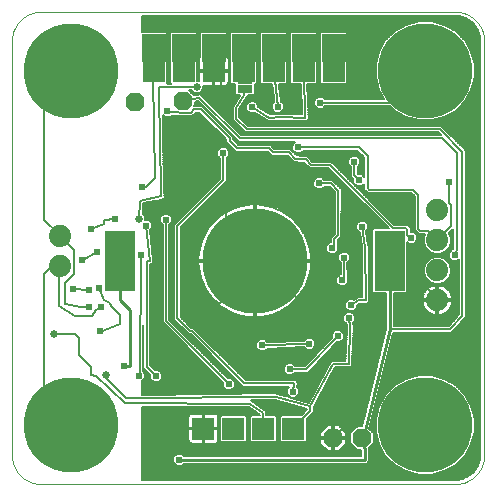
<source format=gbl>
G75*
%MOIN*%
%OFA0B0*%
%FSLAX25Y25*%
%IPPOS*%
%LPD*%
%AMOC8*
5,1,8,0,0,1.08239X$1,22.5*
%
%ADD10C,0.00000*%
%ADD11OC8,0.06300*%
%ADD12R,0.07400X0.07400*%
%ADD13C,0.00100*%
%ADD14C,0.31496*%
%ADD15C,0.07400*%
%ADD16C,0.35000*%
%ADD17R,0.10000X0.20000*%
%ADD18R,0.05000X0.02500*%
%ADD19C,0.02400*%
%ADD20C,0.00600*%
%ADD21C,0.01000*%
%ADD22C,0.02578*%
D10*
X0010843Y0001300D02*
X0148638Y0001300D01*
X0148876Y0001303D01*
X0149114Y0001311D01*
X0149351Y0001326D01*
X0149588Y0001346D01*
X0149824Y0001372D01*
X0150060Y0001403D01*
X0150295Y0001440D01*
X0150529Y0001483D01*
X0150762Y0001532D01*
X0150994Y0001586D01*
X0151224Y0001646D01*
X0151453Y0001711D01*
X0151680Y0001782D01*
X0151905Y0001858D01*
X0152128Y0001940D01*
X0152350Y0002027D01*
X0152569Y0002119D01*
X0152786Y0002217D01*
X0153000Y0002319D01*
X0153212Y0002427D01*
X0153422Y0002541D01*
X0153628Y0002659D01*
X0153832Y0002782D01*
X0154032Y0002910D01*
X0154229Y0003042D01*
X0154424Y0003180D01*
X0154614Y0003322D01*
X0154802Y0003469D01*
X0154985Y0003620D01*
X0155165Y0003775D01*
X0155341Y0003935D01*
X0155513Y0004099D01*
X0155682Y0004268D01*
X0155846Y0004440D01*
X0156006Y0004616D01*
X0156161Y0004796D01*
X0156312Y0004979D01*
X0156459Y0005167D01*
X0156601Y0005357D01*
X0156739Y0005552D01*
X0156871Y0005749D01*
X0156999Y0005949D01*
X0157122Y0006153D01*
X0157240Y0006359D01*
X0157354Y0006569D01*
X0157462Y0006781D01*
X0157564Y0006995D01*
X0157662Y0007212D01*
X0157754Y0007431D01*
X0157841Y0007653D01*
X0157923Y0007876D01*
X0157999Y0008101D01*
X0158070Y0008328D01*
X0158135Y0008557D01*
X0158195Y0008787D01*
X0158249Y0009019D01*
X0158298Y0009252D01*
X0158341Y0009486D01*
X0158378Y0009721D01*
X0158409Y0009957D01*
X0158435Y0010193D01*
X0158455Y0010430D01*
X0158470Y0010667D01*
X0158478Y0010905D01*
X0158481Y0011143D01*
X0158480Y0011143D02*
X0158480Y0148938D01*
X0158481Y0148938D02*
X0158478Y0149176D01*
X0158470Y0149414D01*
X0158455Y0149651D01*
X0158435Y0149888D01*
X0158409Y0150124D01*
X0158378Y0150360D01*
X0158341Y0150595D01*
X0158298Y0150829D01*
X0158249Y0151062D01*
X0158195Y0151294D01*
X0158135Y0151524D01*
X0158070Y0151753D01*
X0157999Y0151980D01*
X0157923Y0152205D01*
X0157841Y0152428D01*
X0157754Y0152650D01*
X0157662Y0152869D01*
X0157564Y0153086D01*
X0157462Y0153300D01*
X0157354Y0153512D01*
X0157240Y0153722D01*
X0157122Y0153928D01*
X0156999Y0154132D01*
X0156871Y0154332D01*
X0156739Y0154529D01*
X0156601Y0154724D01*
X0156459Y0154914D01*
X0156312Y0155102D01*
X0156161Y0155285D01*
X0156006Y0155465D01*
X0155846Y0155641D01*
X0155682Y0155813D01*
X0155513Y0155982D01*
X0155341Y0156146D01*
X0155165Y0156306D01*
X0154985Y0156461D01*
X0154802Y0156612D01*
X0154614Y0156759D01*
X0154424Y0156901D01*
X0154229Y0157039D01*
X0154032Y0157171D01*
X0153832Y0157299D01*
X0153628Y0157422D01*
X0153422Y0157540D01*
X0153212Y0157654D01*
X0153000Y0157762D01*
X0152786Y0157864D01*
X0152569Y0157962D01*
X0152350Y0158054D01*
X0152128Y0158141D01*
X0151905Y0158223D01*
X0151680Y0158299D01*
X0151453Y0158370D01*
X0151224Y0158435D01*
X0150994Y0158495D01*
X0150762Y0158549D01*
X0150529Y0158598D01*
X0150295Y0158641D01*
X0150060Y0158678D01*
X0149824Y0158709D01*
X0149588Y0158735D01*
X0149351Y0158755D01*
X0149114Y0158770D01*
X0148876Y0158778D01*
X0148638Y0158781D01*
X0148638Y0158780D02*
X0010843Y0158780D01*
X0010843Y0158781D02*
X0010605Y0158778D01*
X0010367Y0158770D01*
X0010130Y0158755D01*
X0009893Y0158735D01*
X0009657Y0158709D01*
X0009421Y0158678D01*
X0009186Y0158641D01*
X0008952Y0158598D01*
X0008719Y0158549D01*
X0008487Y0158495D01*
X0008257Y0158435D01*
X0008028Y0158370D01*
X0007801Y0158299D01*
X0007576Y0158223D01*
X0007353Y0158141D01*
X0007131Y0158054D01*
X0006912Y0157962D01*
X0006695Y0157864D01*
X0006481Y0157762D01*
X0006269Y0157654D01*
X0006059Y0157540D01*
X0005853Y0157422D01*
X0005649Y0157299D01*
X0005449Y0157171D01*
X0005252Y0157039D01*
X0005057Y0156901D01*
X0004867Y0156759D01*
X0004679Y0156612D01*
X0004496Y0156461D01*
X0004316Y0156306D01*
X0004140Y0156146D01*
X0003968Y0155982D01*
X0003799Y0155813D01*
X0003635Y0155641D01*
X0003475Y0155465D01*
X0003320Y0155285D01*
X0003169Y0155102D01*
X0003022Y0154914D01*
X0002880Y0154724D01*
X0002742Y0154529D01*
X0002610Y0154332D01*
X0002482Y0154132D01*
X0002359Y0153928D01*
X0002241Y0153722D01*
X0002127Y0153512D01*
X0002019Y0153300D01*
X0001917Y0153086D01*
X0001819Y0152869D01*
X0001727Y0152650D01*
X0001640Y0152428D01*
X0001558Y0152205D01*
X0001482Y0151980D01*
X0001411Y0151753D01*
X0001346Y0151524D01*
X0001286Y0151294D01*
X0001232Y0151062D01*
X0001183Y0150829D01*
X0001140Y0150595D01*
X0001103Y0150360D01*
X0001072Y0150124D01*
X0001046Y0149888D01*
X0001026Y0149651D01*
X0001011Y0149414D01*
X0001003Y0149176D01*
X0001000Y0148938D01*
X0001000Y0011143D01*
X0001003Y0010905D01*
X0001011Y0010667D01*
X0001026Y0010430D01*
X0001046Y0010193D01*
X0001072Y0009957D01*
X0001103Y0009721D01*
X0001140Y0009486D01*
X0001183Y0009252D01*
X0001232Y0009019D01*
X0001286Y0008787D01*
X0001346Y0008557D01*
X0001411Y0008328D01*
X0001482Y0008101D01*
X0001558Y0007876D01*
X0001640Y0007653D01*
X0001727Y0007431D01*
X0001819Y0007212D01*
X0001917Y0006995D01*
X0002019Y0006781D01*
X0002127Y0006569D01*
X0002241Y0006359D01*
X0002359Y0006153D01*
X0002482Y0005949D01*
X0002610Y0005749D01*
X0002742Y0005552D01*
X0002880Y0005357D01*
X0003022Y0005167D01*
X0003169Y0004979D01*
X0003320Y0004796D01*
X0003475Y0004616D01*
X0003635Y0004440D01*
X0003799Y0004268D01*
X0003968Y0004099D01*
X0004140Y0003935D01*
X0004316Y0003775D01*
X0004496Y0003620D01*
X0004679Y0003469D01*
X0004867Y0003322D01*
X0005057Y0003180D01*
X0005252Y0003042D01*
X0005449Y0002910D01*
X0005649Y0002782D01*
X0005853Y0002659D01*
X0006059Y0002541D01*
X0006269Y0002427D01*
X0006481Y0002319D01*
X0006695Y0002217D01*
X0006912Y0002119D01*
X0007131Y0002027D01*
X0007353Y0001940D01*
X0007576Y0001858D01*
X0007801Y0001782D01*
X0008028Y0001711D01*
X0008257Y0001646D01*
X0008487Y0001586D01*
X0008719Y0001532D01*
X0008952Y0001483D01*
X0009186Y0001440D01*
X0009421Y0001403D01*
X0009657Y0001372D01*
X0009893Y0001346D01*
X0010130Y0001326D01*
X0010367Y0001311D01*
X0010605Y0001303D01*
X0010843Y0001300D01*
D11*
X0108087Y0016654D03*
X0117654Y0016615D03*
X0057969Y0129174D03*
X0041984Y0128859D03*
D12*
X0048244Y0139095D03*
X0058244Y0139095D03*
X0068244Y0139095D03*
X0078244Y0139095D03*
X0088244Y0139095D03*
X0098244Y0139095D03*
X0108244Y0139095D03*
X0094880Y0019854D03*
X0084880Y0019854D03*
X0074880Y0019854D03*
X0064880Y0019854D03*
D13*
X0064544Y0142395D02*
X0071944Y0142395D01*
X0071944Y0151295D01*
X0064544Y0151295D01*
X0064544Y0142395D01*
X0064544Y0142427D02*
X0071944Y0142427D01*
X0071944Y0142526D02*
X0064544Y0142526D01*
X0064544Y0142624D02*
X0071944Y0142624D01*
X0071944Y0142723D02*
X0064544Y0142723D01*
X0064544Y0142821D02*
X0071944Y0142821D01*
X0071944Y0142920D02*
X0064544Y0142920D01*
X0064544Y0143019D02*
X0071944Y0143019D01*
X0071944Y0143117D02*
X0064544Y0143117D01*
X0064544Y0143216D02*
X0071944Y0143216D01*
X0071944Y0143314D02*
X0064544Y0143314D01*
X0064544Y0143413D02*
X0071944Y0143413D01*
X0071944Y0143511D02*
X0064544Y0143511D01*
X0064544Y0143610D02*
X0071944Y0143610D01*
X0071944Y0143708D02*
X0064544Y0143708D01*
X0064544Y0143807D02*
X0071944Y0143807D01*
X0071944Y0143905D02*
X0064544Y0143905D01*
X0064544Y0144004D02*
X0071944Y0144004D01*
X0071944Y0144102D02*
X0064544Y0144102D01*
X0064544Y0144201D02*
X0071944Y0144201D01*
X0071944Y0144299D02*
X0064544Y0144299D01*
X0064544Y0144398D02*
X0071944Y0144398D01*
X0071944Y0144496D02*
X0064544Y0144496D01*
X0064544Y0144595D02*
X0071944Y0144595D01*
X0071944Y0144693D02*
X0064544Y0144693D01*
X0064544Y0144792D02*
X0071944Y0144792D01*
X0071944Y0144890D02*
X0064544Y0144890D01*
X0064544Y0144989D02*
X0071944Y0144989D01*
X0071944Y0145087D02*
X0064544Y0145087D01*
X0064544Y0145186D02*
X0071944Y0145186D01*
X0071944Y0145284D02*
X0064544Y0145284D01*
X0064544Y0145383D02*
X0071944Y0145383D01*
X0071944Y0145481D02*
X0064544Y0145481D01*
X0064544Y0145580D02*
X0071944Y0145580D01*
X0071944Y0145678D02*
X0064544Y0145678D01*
X0064544Y0145777D02*
X0071944Y0145777D01*
X0071944Y0145875D02*
X0064544Y0145875D01*
X0064544Y0145974D02*
X0071944Y0145974D01*
X0071944Y0146072D02*
X0064544Y0146072D01*
X0064544Y0146171D02*
X0071944Y0146171D01*
X0071944Y0146269D02*
X0064544Y0146269D01*
X0064544Y0146368D02*
X0071944Y0146368D01*
X0071944Y0146466D02*
X0064544Y0146466D01*
X0064544Y0146565D02*
X0071944Y0146565D01*
X0071944Y0146663D02*
X0064544Y0146663D01*
X0064544Y0146762D02*
X0071944Y0146762D01*
X0071944Y0146860D02*
X0064544Y0146860D01*
X0064544Y0146959D02*
X0071944Y0146959D01*
X0071944Y0147057D02*
X0064544Y0147057D01*
X0064544Y0147156D02*
X0071944Y0147156D01*
X0071944Y0147254D02*
X0064544Y0147254D01*
X0064544Y0147353D02*
X0071944Y0147353D01*
X0071944Y0147452D02*
X0064544Y0147452D01*
X0064544Y0147550D02*
X0071944Y0147550D01*
X0071944Y0147649D02*
X0064544Y0147649D01*
X0064544Y0147747D02*
X0071944Y0147747D01*
X0071944Y0147846D02*
X0064544Y0147846D01*
X0064544Y0147944D02*
X0071944Y0147944D01*
X0071944Y0148043D02*
X0064544Y0148043D01*
X0064544Y0148141D02*
X0071944Y0148141D01*
X0071944Y0148240D02*
X0064544Y0148240D01*
X0064544Y0148338D02*
X0071944Y0148338D01*
X0071944Y0148437D02*
X0064544Y0148437D01*
X0064544Y0148535D02*
X0071944Y0148535D01*
X0071944Y0148634D02*
X0064544Y0148634D01*
X0064544Y0148732D02*
X0071944Y0148732D01*
X0071944Y0148831D02*
X0064544Y0148831D01*
X0064544Y0148929D02*
X0071944Y0148929D01*
X0071944Y0149028D02*
X0064544Y0149028D01*
X0064544Y0149126D02*
X0071944Y0149126D01*
X0071944Y0149225D02*
X0064544Y0149225D01*
X0064544Y0149323D02*
X0071944Y0149323D01*
X0071944Y0149422D02*
X0064544Y0149422D01*
X0064544Y0149520D02*
X0071944Y0149520D01*
X0071944Y0149619D02*
X0064544Y0149619D01*
X0064544Y0149717D02*
X0071944Y0149717D01*
X0071944Y0149816D02*
X0064544Y0149816D01*
X0064544Y0149914D02*
X0071944Y0149914D01*
X0071944Y0150013D02*
X0064544Y0150013D01*
X0064544Y0150111D02*
X0071944Y0150111D01*
X0071944Y0150210D02*
X0064544Y0150210D01*
X0064544Y0150308D02*
X0071944Y0150308D01*
X0071944Y0150407D02*
X0064544Y0150407D01*
X0064544Y0150505D02*
X0071944Y0150505D01*
X0071944Y0150604D02*
X0064544Y0150604D01*
X0064544Y0150702D02*
X0071944Y0150702D01*
X0071944Y0150801D02*
X0064544Y0150801D01*
X0064544Y0150899D02*
X0071944Y0150899D01*
X0071944Y0150998D02*
X0064544Y0150998D01*
X0064544Y0151096D02*
X0071944Y0151096D01*
X0071944Y0151195D02*
X0064544Y0151195D01*
X0064544Y0151293D02*
X0071944Y0151293D01*
X0074544Y0151293D02*
X0081944Y0151293D01*
X0081944Y0151295D02*
X0081944Y0142395D01*
X0074544Y0142395D01*
X0074544Y0151295D01*
X0081944Y0151295D01*
X0081944Y0151195D02*
X0074544Y0151195D01*
X0074544Y0151096D02*
X0081944Y0151096D01*
X0081944Y0150998D02*
X0074544Y0150998D01*
X0074544Y0150899D02*
X0081944Y0150899D01*
X0081944Y0150801D02*
X0074544Y0150801D01*
X0074544Y0150702D02*
X0081944Y0150702D01*
X0081944Y0150604D02*
X0074544Y0150604D01*
X0074544Y0150505D02*
X0081944Y0150505D01*
X0081944Y0150407D02*
X0074544Y0150407D01*
X0074544Y0150308D02*
X0081944Y0150308D01*
X0081944Y0150210D02*
X0074544Y0150210D01*
X0074544Y0150111D02*
X0081944Y0150111D01*
X0081944Y0150013D02*
X0074544Y0150013D01*
X0074544Y0149914D02*
X0081944Y0149914D01*
X0081944Y0149816D02*
X0074544Y0149816D01*
X0074544Y0149717D02*
X0081944Y0149717D01*
X0081944Y0149619D02*
X0074544Y0149619D01*
X0074544Y0149520D02*
X0081944Y0149520D01*
X0081944Y0149422D02*
X0074544Y0149422D01*
X0074544Y0149323D02*
X0081944Y0149323D01*
X0081944Y0149225D02*
X0074544Y0149225D01*
X0074544Y0149126D02*
X0081944Y0149126D01*
X0081944Y0149028D02*
X0074544Y0149028D01*
X0074544Y0148929D02*
X0081944Y0148929D01*
X0081944Y0148831D02*
X0074544Y0148831D01*
X0074544Y0148732D02*
X0081944Y0148732D01*
X0081944Y0148634D02*
X0074544Y0148634D01*
X0074544Y0148535D02*
X0081944Y0148535D01*
X0081944Y0148437D02*
X0074544Y0148437D01*
X0074544Y0148338D02*
X0081944Y0148338D01*
X0081944Y0148240D02*
X0074544Y0148240D01*
X0074544Y0148141D02*
X0081944Y0148141D01*
X0081944Y0148043D02*
X0074544Y0148043D01*
X0074544Y0147944D02*
X0081944Y0147944D01*
X0081944Y0147846D02*
X0074544Y0147846D01*
X0074544Y0147747D02*
X0081944Y0147747D01*
X0081944Y0147649D02*
X0074544Y0147649D01*
X0074544Y0147550D02*
X0081944Y0147550D01*
X0081944Y0147452D02*
X0074544Y0147452D01*
X0074544Y0147353D02*
X0081944Y0147353D01*
X0081944Y0147254D02*
X0074544Y0147254D01*
X0074544Y0147156D02*
X0081944Y0147156D01*
X0081944Y0147057D02*
X0074544Y0147057D01*
X0074544Y0146959D02*
X0081944Y0146959D01*
X0081944Y0146860D02*
X0074544Y0146860D01*
X0074544Y0146762D02*
X0081944Y0146762D01*
X0081944Y0146663D02*
X0074544Y0146663D01*
X0074544Y0146565D02*
X0081944Y0146565D01*
X0081944Y0146466D02*
X0074544Y0146466D01*
X0074544Y0146368D02*
X0081944Y0146368D01*
X0081944Y0146269D02*
X0074544Y0146269D01*
X0074544Y0146171D02*
X0081944Y0146171D01*
X0081944Y0146072D02*
X0074544Y0146072D01*
X0074544Y0145974D02*
X0081944Y0145974D01*
X0081944Y0145875D02*
X0074544Y0145875D01*
X0074544Y0145777D02*
X0081944Y0145777D01*
X0081944Y0145678D02*
X0074544Y0145678D01*
X0074544Y0145580D02*
X0081944Y0145580D01*
X0081944Y0145481D02*
X0074544Y0145481D01*
X0074544Y0145383D02*
X0081944Y0145383D01*
X0081944Y0145284D02*
X0074544Y0145284D01*
X0074544Y0145186D02*
X0081944Y0145186D01*
X0081944Y0145087D02*
X0074544Y0145087D01*
X0074544Y0144989D02*
X0081944Y0144989D01*
X0081944Y0144890D02*
X0074544Y0144890D01*
X0074544Y0144792D02*
X0081944Y0144792D01*
X0081944Y0144693D02*
X0074544Y0144693D01*
X0074544Y0144595D02*
X0081944Y0144595D01*
X0081944Y0144496D02*
X0074544Y0144496D01*
X0074544Y0144398D02*
X0081944Y0144398D01*
X0081944Y0144299D02*
X0074544Y0144299D01*
X0074544Y0144201D02*
X0081944Y0144201D01*
X0081944Y0144102D02*
X0074544Y0144102D01*
X0074544Y0144004D02*
X0081944Y0144004D01*
X0081944Y0143905D02*
X0074544Y0143905D01*
X0074544Y0143807D02*
X0081944Y0143807D01*
X0081944Y0143708D02*
X0074544Y0143708D01*
X0074544Y0143610D02*
X0081944Y0143610D01*
X0081944Y0143511D02*
X0074544Y0143511D01*
X0074544Y0143413D02*
X0081944Y0143413D01*
X0081944Y0143314D02*
X0074544Y0143314D01*
X0074544Y0143216D02*
X0081944Y0143216D01*
X0081944Y0143117D02*
X0074544Y0143117D01*
X0074544Y0143019D02*
X0081944Y0143019D01*
X0081944Y0142920D02*
X0074544Y0142920D01*
X0074544Y0142821D02*
X0081944Y0142821D01*
X0081944Y0142723D02*
X0074544Y0142723D01*
X0074544Y0142624D02*
X0081944Y0142624D01*
X0081944Y0142526D02*
X0074544Y0142526D01*
X0074544Y0142427D02*
X0081944Y0142427D01*
X0084544Y0142427D02*
X0091944Y0142427D01*
X0091944Y0142395D02*
X0084544Y0142395D01*
X0084544Y0151295D01*
X0091944Y0151295D01*
X0091944Y0142395D01*
X0091944Y0142526D02*
X0084544Y0142526D01*
X0084544Y0142624D02*
X0091944Y0142624D01*
X0091944Y0142723D02*
X0084544Y0142723D01*
X0084544Y0142821D02*
X0091944Y0142821D01*
X0091944Y0142920D02*
X0084544Y0142920D01*
X0084544Y0143019D02*
X0091944Y0143019D01*
X0091944Y0143117D02*
X0084544Y0143117D01*
X0084544Y0143216D02*
X0091944Y0143216D01*
X0091944Y0143314D02*
X0084544Y0143314D01*
X0084544Y0143413D02*
X0091944Y0143413D01*
X0091944Y0143511D02*
X0084544Y0143511D01*
X0084544Y0143610D02*
X0091944Y0143610D01*
X0091944Y0143708D02*
X0084544Y0143708D01*
X0084544Y0143807D02*
X0091944Y0143807D01*
X0091944Y0143905D02*
X0084544Y0143905D01*
X0084544Y0144004D02*
X0091944Y0144004D01*
X0091944Y0144102D02*
X0084544Y0144102D01*
X0084544Y0144201D02*
X0091944Y0144201D01*
X0091944Y0144299D02*
X0084544Y0144299D01*
X0084544Y0144398D02*
X0091944Y0144398D01*
X0091944Y0144496D02*
X0084544Y0144496D01*
X0084544Y0144595D02*
X0091944Y0144595D01*
X0091944Y0144693D02*
X0084544Y0144693D01*
X0084544Y0144792D02*
X0091944Y0144792D01*
X0091944Y0144890D02*
X0084544Y0144890D01*
X0084544Y0144989D02*
X0091944Y0144989D01*
X0091944Y0145087D02*
X0084544Y0145087D01*
X0084544Y0145186D02*
X0091944Y0145186D01*
X0091944Y0145284D02*
X0084544Y0145284D01*
X0084544Y0145383D02*
X0091944Y0145383D01*
X0091944Y0145481D02*
X0084544Y0145481D01*
X0084544Y0145580D02*
X0091944Y0145580D01*
X0091944Y0145678D02*
X0084544Y0145678D01*
X0084544Y0145777D02*
X0091944Y0145777D01*
X0091944Y0145875D02*
X0084544Y0145875D01*
X0084544Y0145974D02*
X0091944Y0145974D01*
X0091944Y0146072D02*
X0084544Y0146072D01*
X0084544Y0146171D02*
X0091944Y0146171D01*
X0091944Y0146269D02*
X0084544Y0146269D01*
X0084544Y0146368D02*
X0091944Y0146368D01*
X0091944Y0146466D02*
X0084544Y0146466D01*
X0084544Y0146565D02*
X0091944Y0146565D01*
X0091944Y0146663D02*
X0084544Y0146663D01*
X0084544Y0146762D02*
X0091944Y0146762D01*
X0091944Y0146860D02*
X0084544Y0146860D01*
X0084544Y0146959D02*
X0091944Y0146959D01*
X0091944Y0147057D02*
X0084544Y0147057D01*
X0084544Y0147156D02*
X0091944Y0147156D01*
X0091944Y0147254D02*
X0084544Y0147254D01*
X0084544Y0147353D02*
X0091944Y0147353D01*
X0091944Y0147452D02*
X0084544Y0147452D01*
X0084544Y0147550D02*
X0091944Y0147550D01*
X0091944Y0147649D02*
X0084544Y0147649D01*
X0084544Y0147747D02*
X0091944Y0147747D01*
X0091944Y0147846D02*
X0084544Y0147846D01*
X0084544Y0147944D02*
X0091944Y0147944D01*
X0091944Y0148043D02*
X0084544Y0148043D01*
X0084544Y0148141D02*
X0091944Y0148141D01*
X0091944Y0148240D02*
X0084544Y0148240D01*
X0084544Y0148338D02*
X0091944Y0148338D01*
X0091944Y0148437D02*
X0084544Y0148437D01*
X0084544Y0148535D02*
X0091944Y0148535D01*
X0091944Y0148634D02*
X0084544Y0148634D01*
X0084544Y0148732D02*
X0091944Y0148732D01*
X0091944Y0148831D02*
X0084544Y0148831D01*
X0084544Y0148929D02*
X0091944Y0148929D01*
X0091944Y0149028D02*
X0084544Y0149028D01*
X0084544Y0149126D02*
X0091944Y0149126D01*
X0091944Y0149225D02*
X0084544Y0149225D01*
X0084544Y0149323D02*
X0091944Y0149323D01*
X0091944Y0149422D02*
X0084544Y0149422D01*
X0084544Y0149520D02*
X0091944Y0149520D01*
X0091944Y0149619D02*
X0084544Y0149619D01*
X0084544Y0149717D02*
X0091944Y0149717D01*
X0091944Y0149816D02*
X0084544Y0149816D01*
X0084544Y0149914D02*
X0091944Y0149914D01*
X0091944Y0150013D02*
X0084544Y0150013D01*
X0084544Y0150111D02*
X0091944Y0150111D01*
X0091944Y0150210D02*
X0084544Y0150210D01*
X0084544Y0150308D02*
X0091944Y0150308D01*
X0091944Y0150407D02*
X0084544Y0150407D01*
X0084544Y0150505D02*
X0091944Y0150505D01*
X0091944Y0150604D02*
X0084544Y0150604D01*
X0084544Y0150702D02*
X0091944Y0150702D01*
X0091944Y0150801D02*
X0084544Y0150801D01*
X0084544Y0150899D02*
X0091944Y0150899D01*
X0091944Y0150998D02*
X0084544Y0150998D01*
X0084544Y0151096D02*
X0091944Y0151096D01*
X0091944Y0151195D02*
X0084544Y0151195D01*
X0084544Y0151293D02*
X0091944Y0151293D01*
X0094544Y0151293D02*
X0101944Y0151293D01*
X0101944Y0151295D02*
X0101944Y0142395D01*
X0094544Y0142395D01*
X0094544Y0151295D01*
X0101944Y0151295D01*
X0101944Y0151195D02*
X0094544Y0151195D01*
X0094544Y0151096D02*
X0101944Y0151096D01*
X0101944Y0150998D02*
X0094544Y0150998D01*
X0094544Y0150899D02*
X0101944Y0150899D01*
X0101944Y0150801D02*
X0094544Y0150801D01*
X0094544Y0150702D02*
X0101944Y0150702D01*
X0101944Y0150604D02*
X0094544Y0150604D01*
X0094544Y0150505D02*
X0101944Y0150505D01*
X0101944Y0150407D02*
X0094544Y0150407D01*
X0094544Y0150308D02*
X0101944Y0150308D01*
X0101944Y0150210D02*
X0094544Y0150210D01*
X0094544Y0150111D02*
X0101944Y0150111D01*
X0101944Y0150013D02*
X0094544Y0150013D01*
X0094544Y0149914D02*
X0101944Y0149914D01*
X0101944Y0149816D02*
X0094544Y0149816D01*
X0094544Y0149717D02*
X0101944Y0149717D01*
X0101944Y0149619D02*
X0094544Y0149619D01*
X0094544Y0149520D02*
X0101944Y0149520D01*
X0101944Y0149422D02*
X0094544Y0149422D01*
X0094544Y0149323D02*
X0101944Y0149323D01*
X0101944Y0149225D02*
X0094544Y0149225D01*
X0094544Y0149126D02*
X0101944Y0149126D01*
X0101944Y0149028D02*
X0094544Y0149028D01*
X0094544Y0148929D02*
X0101944Y0148929D01*
X0101944Y0148831D02*
X0094544Y0148831D01*
X0094544Y0148732D02*
X0101944Y0148732D01*
X0101944Y0148634D02*
X0094544Y0148634D01*
X0094544Y0148535D02*
X0101944Y0148535D01*
X0101944Y0148437D02*
X0094544Y0148437D01*
X0094544Y0148338D02*
X0101944Y0148338D01*
X0101944Y0148240D02*
X0094544Y0148240D01*
X0094544Y0148141D02*
X0101944Y0148141D01*
X0101944Y0148043D02*
X0094544Y0148043D01*
X0094544Y0147944D02*
X0101944Y0147944D01*
X0101944Y0147846D02*
X0094544Y0147846D01*
X0094544Y0147747D02*
X0101944Y0147747D01*
X0101944Y0147649D02*
X0094544Y0147649D01*
X0094544Y0147550D02*
X0101944Y0147550D01*
X0101944Y0147452D02*
X0094544Y0147452D01*
X0094544Y0147353D02*
X0101944Y0147353D01*
X0101944Y0147254D02*
X0094544Y0147254D01*
X0094544Y0147156D02*
X0101944Y0147156D01*
X0101944Y0147057D02*
X0094544Y0147057D01*
X0094544Y0146959D02*
X0101944Y0146959D01*
X0101944Y0146860D02*
X0094544Y0146860D01*
X0094544Y0146762D02*
X0101944Y0146762D01*
X0101944Y0146663D02*
X0094544Y0146663D01*
X0094544Y0146565D02*
X0101944Y0146565D01*
X0101944Y0146466D02*
X0094544Y0146466D01*
X0094544Y0146368D02*
X0101944Y0146368D01*
X0101944Y0146269D02*
X0094544Y0146269D01*
X0094544Y0146171D02*
X0101944Y0146171D01*
X0101944Y0146072D02*
X0094544Y0146072D01*
X0094544Y0145974D02*
X0101944Y0145974D01*
X0101944Y0145875D02*
X0094544Y0145875D01*
X0094544Y0145777D02*
X0101944Y0145777D01*
X0101944Y0145678D02*
X0094544Y0145678D01*
X0094544Y0145580D02*
X0101944Y0145580D01*
X0101944Y0145481D02*
X0094544Y0145481D01*
X0094544Y0145383D02*
X0101944Y0145383D01*
X0101944Y0145284D02*
X0094544Y0145284D01*
X0094544Y0145186D02*
X0101944Y0145186D01*
X0101944Y0145087D02*
X0094544Y0145087D01*
X0094544Y0144989D02*
X0101944Y0144989D01*
X0101944Y0144890D02*
X0094544Y0144890D01*
X0094544Y0144792D02*
X0101944Y0144792D01*
X0101944Y0144693D02*
X0094544Y0144693D01*
X0094544Y0144595D02*
X0101944Y0144595D01*
X0101944Y0144496D02*
X0094544Y0144496D01*
X0094544Y0144398D02*
X0101944Y0144398D01*
X0101944Y0144299D02*
X0094544Y0144299D01*
X0094544Y0144201D02*
X0101944Y0144201D01*
X0101944Y0144102D02*
X0094544Y0144102D01*
X0094544Y0144004D02*
X0101944Y0144004D01*
X0101944Y0143905D02*
X0094544Y0143905D01*
X0094544Y0143807D02*
X0101944Y0143807D01*
X0101944Y0143708D02*
X0094544Y0143708D01*
X0094544Y0143610D02*
X0101944Y0143610D01*
X0101944Y0143511D02*
X0094544Y0143511D01*
X0094544Y0143413D02*
X0101944Y0143413D01*
X0101944Y0143314D02*
X0094544Y0143314D01*
X0094544Y0143216D02*
X0101944Y0143216D01*
X0101944Y0143117D02*
X0094544Y0143117D01*
X0094544Y0143019D02*
X0101944Y0143019D01*
X0101944Y0142920D02*
X0094544Y0142920D01*
X0094544Y0142821D02*
X0101944Y0142821D01*
X0101944Y0142723D02*
X0094544Y0142723D01*
X0094544Y0142624D02*
X0101944Y0142624D01*
X0101944Y0142526D02*
X0094544Y0142526D01*
X0094544Y0142427D02*
X0101944Y0142427D01*
X0104544Y0142427D02*
X0111944Y0142427D01*
X0111944Y0142395D02*
X0104544Y0142395D01*
X0104544Y0151295D01*
X0111944Y0151295D01*
X0111944Y0142395D01*
X0111944Y0142526D02*
X0104544Y0142526D01*
X0104544Y0142624D02*
X0111944Y0142624D01*
X0111944Y0142723D02*
X0104544Y0142723D01*
X0104544Y0142821D02*
X0111944Y0142821D01*
X0111944Y0142920D02*
X0104544Y0142920D01*
X0104544Y0143019D02*
X0111944Y0143019D01*
X0111944Y0143117D02*
X0104544Y0143117D01*
X0104544Y0143216D02*
X0111944Y0143216D01*
X0111944Y0143314D02*
X0104544Y0143314D01*
X0104544Y0143413D02*
X0111944Y0143413D01*
X0111944Y0143511D02*
X0104544Y0143511D01*
X0104544Y0143610D02*
X0111944Y0143610D01*
X0111944Y0143708D02*
X0104544Y0143708D01*
X0104544Y0143807D02*
X0111944Y0143807D01*
X0111944Y0143905D02*
X0104544Y0143905D01*
X0104544Y0144004D02*
X0111944Y0144004D01*
X0111944Y0144102D02*
X0104544Y0144102D01*
X0104544Y0144201D02*
X0111944Y0144201D01*
X0111944Y0144299D02*
X0104544Y0144299D01*
X0104544Y0144398D02*
X0111944Y0144398D01*
X0111944Y0144496D02*
X0104544Y0144496D01*
X0104544Y0144595D02*
X0111944Y0144595D01*
X0111944Y0144693D02*
X0104544Y0144693D01*
X0104544Y0144792D02*
X0111944Y0144792D01*
X0111944Y0144890D02*
X0104544Y0144890D01*
X0104544Y0144989D02*
X0111944Y0144989D01*
X0111944Y0145087D02*
X0104544Y0145087D01*
X0104544Y0145186D02*
X0111944Y0145186D01*
X0111944Y0145284D02*
X0104544Y0145284D01*
X0104544Y0145383D02*
X0111944Y0145383D01*
X0111944Y0145481D02*
X0104544Y0145481D01*
X0104544Y0145580D02*
X0111944Y0145580D01*
X0111944Y0145678D02*
X0104544Y0145678D01*
X0104544Y0145777D02*
X0111944Y0145777D01*
X0111944Y0145875D02*
X0104544Y0145875D01*
X0104544Y0145974D02*
X0111944Y0145974D01*
X0111944Y0146072D02*
X0104544Y0146072D01*
X0104544Y0146171D02*
X0111944Y0146171D01*
X0111944Y0146269D02*
X0104544Y0146269D01*
X0104544Y0146368D02*
X0111944Y0146368D01*
X0111944Y0146466D02*
X0104544Y0146466D01*
X0104544Y0146565D02*
X0111944Y0146565D01*
X0111944Y0146663D02*
X0104544Y0146663D01*
X0104544Y0146762D02*
X0111944Y0146762D01*
X0111944Y0146860D02*
X0104544Y0146860D01*
X0104544Y0146959D02*
X0111944Y0146959D01*
X0111944Y0147057D02*
X0104544Y0147057D01*
X0104544Y0147156D02*
X0111944Y0147156D01*
X0111944Y0147254D02*
X0104544Y0147254D01*
X0104544Y0147353D02*
X0111944Y0147353D01*
X0111944Y0147452D02*
X0104544Y0147452D01*
X0104544Y0147550D02*
X0111944Y0147550D01*
X0111944Y0147649D02*
X0104544Y0147649D01*
X0104544Y0147747D02*
X0111944Y0147747D01*
X0111944Y0147846D02*
X0104544Y0147846D01*
X0104544Y0147944D02*
X0111944Y0147944D01*
X0111944Y0148043D02*
X0104544Y0148043D01*
X0104544Y0148141D02*
X0111944Y0148141D01*
X0111944Y0148240D02*
X0104544Y0148240D01*
X0104544Y0148338D02*
X0111944Y0148338D01*
X0111944Y0148437D02*
X0104544Y0148437D01*
X0104544Y0148535D02*
X0111944Y0148535D01*
X0111944Y0148634D02*
X0104544Y0148634D01*
X0104544Y0148732D02*
X0111944Y0148732D01*
X0111944Y0148831D02*
X0104544Y0148831D01*
X0104544Y0148929D02*
X0111944Y0148929D01*
X0111944Y0149028D02*
X0104544Y0149028D01*
X0104544Y0149126D02*
X0111944Y0149126D01*
X0111944Y0149225D02*
X0104544Y0149225D01*
X0104544Y0149323D02*
X0111944Y0149323D01*
X0111944Y0149422D02*
X0104544Y0149422D01*
X0104544Y0149520D02*
X0111944Y0149520D01*
X0111944Y0149619D02*
X0104544Y0149619D01*
X0104544Y0149717D02*
X0111944Y0149717D01*
X0111944Y0149816D02*
X0104544Y0149816D01*
X0104544Y0149914D02*
X0111944Y0149914D01*
X0111944Y0150013D02*
X0104544Y0150013D01*
X0104544Y0150111D02*
X0111944Y0150111D01*
X0111944Y0150210D02*
X0104544Y0150210D01*
X0104544Y0150308D02*
X0111944Y0150308D01*
X0111944Y0150407D02*
X0104544Y0150407D01*
X0104544Y0150505D02*
X0111944Y0150505D01*
X0111944Y0150604D02*
X0104544Y0150604D01*
X0104544Y0150702D02*
X0111944Y0150702D01*
X0111944Y0150801D02*
X0104544Y0150801D01*
X0104544Y0150899D02*
X0111944Y0150899D01*
X0111944Y0150998D02*
X0104544Y0150998D01*
X0104544Y0151096D02*
X0111944Y0151096D01*
X0111944Y0151195D02*
X0104544Y0151195D01*
X0104544Y0151293D02*
X0111944Y0151293D01*
X0061944Y0151295D02*
X0061944Y0142395D01*
X0054544Y0142395D01*
X0054544Y0151295D01*
X0061944Y0151295D01*
X0061944Y0151293D02*
X0054544Y0151293D01*
X0054544Y0151195D02*
X0061944Y0151195D01*
X0061944Y0151096D02*
X0054544Y0151096D01*
X0054544Y0150998D02*
X0061944Y0150998D01*
X0061944Y0150899D02*
X0054544Y0150899D01*
X0054544Y0150801D02*
X0061944Y0150801D01*
X0061944Y0150702D02*
X0054544Y0150702D01*
X0054544Y0150604D02*
X0061944Y0150604D01*
X0061944Y0150505D02*
X0054544Y0150505D01*
X0054544Y0150407D02*
X0061944Y0150407D01*
X0061944Y0150308D02*
X0054544Y0150308D01*
X0054544Y0150210D02*
X0061944Y0150210D01*
X0061944Y0150111D02*
X0054544Y0150111D01*
X0054544Y0150013D02*
X0061944Y0150013D01*
X0061944Y0149914D02*
X0054544Y0149914D01*
X0054544Y0149816D02*
X0061944Y0149816D01*
X0061944Y0149717D02*
X0054544Y0149717D01*
X0054544Y0149619D02*
X0061944Y0149619D01*
X0061944Y0149520D02*
X0054544Y0149520D01*
X0054544Y0149422D02*
X0061944Y0149422D01*
X0061944Y0149323D02*
X0054544Y0149323D01*
X0054544Y0149225D02*
X0061944Y0149225D01*
X0061944Y0149126D02*
X0054544Y0149126D01*
X0054544Y0149028D02*
X0061944Y0149028D01*
X0061944Y0148929D02*
X0054544Y0148929D01*
X0054544Y0148831D02*
X0061944Y0148831D01*
X0061944Y0148732D02*
X0054544Y0148732D01*
X0054544Y0148634D02*
X0061944Y0148634D01*
X0061944Y0148535D02*
X0054544Y0148535D01*
X0054544Y0148437D02*
X0061944Y0148437D01*
X0061944Y0148338D02*
X0054544Y0148338D01*
X0054544Y0148240D02*
X0061944Y0148240D01*
X0061944Y0148141D02*
X0054544Y0148141D01*
X0054544Y0148043D02*
X0061944Y0148043D01*
X0061944Y0147944D02*
X0054544Y0147944D01*
X0054544Y0147846D02*
X0061944Y0147846D01*
X0061944Y0147747D02*
X0054544Y0147747D01*
X0054544Y0147649D02*
X0061944Y0147649D01*
X0061944Y0147550D02*
X0054544Y0147550D01*
X0054544Y0147452D02*
X0061944Y0147452D01*
X0061944Y0147353D02*
X0054544Y0147353D01*
X0054544Y0147254D02*
X0061944Y0147254D01*
X0061944Y0147156D02*
X0054544Y0147156D01*
X0054544Y0147057D02*
X0061944Y0147057D01*
X0061944Y0146959D02*
X0054544Y0146959D01*
X0054544Y0146860D02*
X0061944Y0146860D01*
X0061944Y0146762D02*
X0054544Y0146762D01*
X0054544Y0146663D02*
X0061944Y0146663D01*
X0061944Y0146565D02*
X0054544Y0146565D01*
X0054544Y0146466D02*
X0061944Y0146466D01*
X0061944Y0146368D02*
X0054544Y0146368D01*
X0054544Y0146269D02*
X0061944Y0146269D01*
X0061944Y0146171D02*
X0054544Y0146171D01*
X0054544Y0146072D02*
X0061944Y0146072D01*
X0061944Y0145974D02*
X0054544Y0145974D01*
X0054544Y0145875D02*
X0061944Y0145875D01*
X0061944Y0145777D02*
X0054544Y0145777D01*
X0054544Y0145678D02*
X0061944Y0145678D01*
X0061944Y0145580D02*
X0054544Y0145580D01*
X0054544Y0145481D02*
X0061944Y0145481D01*
X0061944Y0145383D02*
X0054544Y0145383D01*
X0054544Y0145284D02*
X0061944Y0145284D01*
X0061944Y0145186D02*
X0054544Y0145186D01*
X0054544Y0145087D02*
X0061944Y0145087D01*
X0061944Y0144989D02*
X0054544Y0144989D01*
X0054544Y0144890D02*
X0061944Y0144890D01*
X0061944Y0144792D02*
X0054544Y0144792D01*
X0054544Y0144693D02*
X0061944Y0144693D01*
X0061944Y0144595D02*
X0054544Y0144595D01*
X0054544Y0144496D02*
X0061944Y0144496D01*
X0061944Y0144398D02*
X0054544Y0144398D01*
X0054544Y0144299D02*
X0061944Y0144299D01*
X0061944Y0144201D02*
X0054544Y0144201D01*
X0054544Y0144102D02*
X0061944Y0144102D01*
X0061944Y0144004D02*
X0054544Y0144004D01*
X0054544Y0143905D02*
X0061944Y0143905D01*
X0061944Y0143807D02*
X0054544Y0143807D01*
X0054544Y0143708D02*
X0061944Y0143708D01*
X0061944Y0143610D02*
X0054544Y0143610D01*
X0054544Y0143511D02*
X0061944Y0143511D01*
X0061944Y0143413D02*
X0054544Y0143413D01*
X0054544Y0143314D02*
X0061944Y0143314D01*
X0061944Y0143216D02*
X0054544Y0143216D01*
X0054544Y0143117D02*
X0061944Y0143117D01*
X0061944Y0143019D02*
X0054544Y0143019D01*
X0054544Y0142920D02*
X0061944Y0142920D01*
X0061944Y0142821D02*
X0054544Y0142821D01*
X0054544Y0142723D02*
X0061944Y0142723D01*
X0061944Y0142624D02*
X0054544Y0142624D01*
X0054544Y0142526D02*
X0061944Y0142526D01*
X0061944Y0142427D02*
X0054544Y0142427D01*
X0051944Y0142427D02*
X0044544Y0142427D01*
X0044544Y0142395D02*
X0051944Y0142395D01*
X0051944Y0151295D01*
X0044544Y0151295D01*
X0044544Y0142395D01*
X0044544Y0142526D02*
X0051944Y0142526D01*
X0051944Y0142624D02*
X0044544Y0142624D01*
X0044544Y0142723D02*
X0051944Y0142723D01*
X0051944Y0142821D02*
X0044544Y0142821D01*
X0044544Y0142920D02*
X0051944Y0142920D01*
X0051944Y0143019D02*
X0044544Y0143019D01*
X0044544Y0143117D02*
X0051944Y0143117D01*
X0051944Y0143216D02*
X0044544Y0143216D01*
X0044544Y0143314D02*
X0051944Y0143314D01*
X0051944Y0143413D02*
X0044544Y0143413D01*
X0044544Y0143511D02*
X0051944Y0143511D01*
X0051944Y0143610D02*
X0044544Y0143610D01*
X0044544Y0143708D02*
X0051944Y0143708D01*
X0051944Y0143807D02*
X0044544Y0143807D01*
X0044544Y0143905D02*
X0051944Y0143905D01*
X0051944Y0144004D02*
X0044544Y0144004D01*
X0044544Y0144102D02*
X0051944Y0144102D01*
X0051944Y0144201D02*
X0044544Y0144201D01*
X0044544Y0144299D02*
X0051944Y0144299D01*
X0051944Y0144398D02*
X0044544Y0144398D01*
X0044544Y0144496D02*
X0051944Y0144496D01*
X0051944Y0144595D02*
X0044544Y0144595D01*
X0044544Y0144693D02*
X0051944Y0144693D01*
X0051944Y0144792D02*
X0044544Y0144792D01*
X0044544Y0144890D02*
X0051944Y0144890D01*
X0051944Y0144989D02*
X0044544Y0144989D01*
X0044544Y0145087D02*
X0051944Y0145087D01*
X0051944Y0145186D02*
X0044544Y0145186D01*
X0044544Y0145284D02*
X0051944Y0145284D01*
X0051944Y0145383D02*
X0044544Y0145383D01*
X0044544Y0145481D02*
X0051944Y0145481D01*
X0051944Y0145580D02*
X0044544Y0145580D01*
X0044544Y0145678D02*
X0051944Y0145678D01*
X0051944Y0145777D02*
X0044544Y0145777D01*
X0044544Y0145875D02*
X0051944Y0145875D01*
X0051944Y0145974D02*
X0044544Y0145974D01*
X0044544Y0146072D02*
X0051944Y0146072D01*
X0051944Y0146171D02*
X0044544Y0146171D01*
X0044544Y0146269D02*
X0051944Y0146269D01*
X0051944Y0146368D02*
X0044544Y0146368D01*
X0044544Y0146466D02*
X0051944Y0146466D01*
X0051944Y0146565D02*
X0044544Y0146565D01*
X0044544Y0146663D02*
X0051944Y0146663D01*
X0051944Y0146762D02*
X0044544Y0146762D01*
X0044544Y0146860D02*
X0051944Y0146860D01*
X0051944Y0146959D02*
X0044544Y0146959D01*
X0044544Y0147057D02*
X0051944Y0147057D01*
X0051944Y0147156D02*
X0044544Y0147156D01*
X0044544Y0147254D02*
X0051944Y0147254D01*
X0051944Y0147353D02*
X0044544Y0147353D01*
X0044544Y0147452D02*
X0051944Y0147452D01*
X0051944Y0147550D02*
X0044544Y0147550D01*
X0044544Y0147649D02*
X0051944Y0147649D01*
X0051944Y0147747D02*
X0044544Y0147747D01*
X0044544Y0147846D02*
X0051944Y0147846D01*
X0051944Y0147944D02*
X0044544Y0147944D01*
X0044544Y0148043D02*
X0051944Y0148043D01*
X0051944Y0148141D02*
X0044544Y0148141D01*
X0044544Y0148240D02*
X0051944Y0148240D01*
X0051944Y0148338D02*
X0044544Y0148338D01*
X0044544Y0148437D02*
X0051944Y0148437D01*
X0051944Y0148535D02*
X0044544Y0148535D01*
X0044544Y0148634D02*
X0051944Y0148634D01*
X0051944Y0148732D02*
X0044544Y0148732D01*
X0044544Y0148831D02*
X0051944Y0148831D01*
X0051944Y0148929D02*
X0044544Y0148929D01*
X0044544Y0149028D02*
X0051944Y0149028D01*
X0051944Y0149126D02*
X0044544Y0149126D01*
X0044544Y0149225D02*
X0051944Y0149225D01*
X0051944Y0149323D02*
X0044544Y0149323D01*
X0044544Y0149422D02*
X0051944Y0149422D01*
X0051944Y0149520D02*
X0044544Y0149520D01*
X0044544Y0149619D02*
X0051944Y0149619D01*
X0051944Y0149717D02*
X0044544Y0149717D01*
X0044544Y0149816D02*
X0051944Y0149816D01*
X0051944Y0149914D02*
X0044544Y0149914D01*
X0044544Y0150013D02*
X0051944Y0150013D01*
X0051944Y0150111D02*
X0044544Y0150111D01*
X0044544Y0150210D02*
X0051944Y0150210D01*
X0051944Y0150308D02*
X0044544Y0150308D01*
X0044544Y0150407D02*
X0051944Y0150407D01*
X0051944Y0150505D02*
X0044544Y0150505D01*
X0044544Y0150604D02*
X0051944Y0150604D01*
X0051944Y0150702D02*
X0044544Y0150702D01*
X0044544Y0150801D02*
X0051944Y0150801D01*
X0051944Y0150899D02*
X0044544Y0150899D01*
X0044544Y0150998D02*
X0051944Y0150998D01*
X0051944Y0151096D02*
X0044544Y0151096D01*
X0044544Y0151195D02*
X0051944Y0151195D01*
X0051944Y0151293D02*
X0044544Y0151293D01*
D14*
X0020685Y0139095D03*
X0020685Y0020985D03*
X0138795Y0020985D03*
X0138795Y0139095D03*
D15*
X0142827Y0092620D03*
X0142827Y0082620D03*
X0142827Y0072620D03*
X0142827Y0062620D03*
X0016911Y0074177D03*
X0016911Y0084177D03*
D16*
X0081946Y0075751D03*
D17*
X0036946Y0075751D03*
X0126946Y0075751D03*
D18*
X0078718Y0132977D03*
X0078718Y0136177D03*
D19*
X0070780Y0128450D03*
X0081180Y0126950D03*
X0089580Y0127150D03*
X0103780Y0128450D03*
X0096480Y0113550D03*
X0103480Y0101550D03*
X0115180Y0108750D03*
X0116880Y0102550D03*
X0117780Y0087150D03*
X0111561Y0080061D03*
X0107861Y0079861D03*
X0111761Y0076702D03*
X0111137Y0069207D03*
X0115780Y0066650D03*
X0114189Y0060968D03*
X0113409Y0056528D03*
X0109697Y0050657D03*
X0100180Y0048150D03*
X0093680Y0039550D03*
X0094709Y0032186D03*
X0084480Y0047550D03*
X0073280Y0046450D03*
X0073380Y0034650D03*
X0079480Y0025850D03*
X0056780Y0009450D03*
X0049080Y0037350D03*
X0043280Y0037450D03*
X0038254Y0040681D03*
X0030367Y0052203D03*
X0030591Y0060473D03*
X0026731Y0060426D03*
X0026890Y0066135D03*
X0030120Y0066702D03*
X0021313Y0066213D03*
X0024477Y0075978D03*
X0029286Y0078558D03*
X0027380Y0086450D03*
X0035280Y0089750D03*
X0045780Y0087462D03*
X0052380Y0089450D03*
X0044380Y0100350D03*
X0059180Y0116250D03*
X0052789Y0125589D03*
X0070780Y0115450D03*
X0071480Y0111650D03*
X0072480Y0094550D03*
X0086780Y0081050D03*
X0065480Y0060450D03*
X0044034Y0077702D03*
X0039565Y0075031D03*
X0111385Y0028477D03*
X0121051Y0049291D03*
X0122080Y0058650D03*
X0137076Y0071166D03*
X0136880Y0080950D03*
X0134180Y0083458D03*
X0133280Y0096850D03*
X0146780Y0102050D03*
X0148619Y0077665D03*
D20*
X0148709Y0077310D01*
X0149280Y0079850D01*
X0149280Y0111550D01*
X0147280Y0113550D01*
X0147280Y0113650D01*
X0144380Y0116550D01*
X0077080Y0116550D01*
X0063471Y0130158D01*
X0057969Y0129174D01*
X0060881Y0131847D02*
X0061656Y0131847D01*
X0061859Y0131644D02*
X0063590Y0131644D01*
X0064813Y0132868D01*
X0064813Y0134095D01*
X0067944Y0134095D01*
X0067944Y0138795D01*
X0068544Y0138795D01*
X0068544Y0134095D01*
X0072115Y0134095D01*
X0072446Y0134184D01*
X0072742Y0134355D01*
X0072984Y0134597D01*
X0073155Y0134893D01*
X0073244Y0135224D01*
X0073244Y0138795D01*
X0068544Y0138795D01*
X0068544Y0139395D01*
X0073244Y0139395D01*
X0073244Y0142966D01*
X0073155Y0143297D01*
X0072984Y0143593D01*
X0072794Y0143784D01*
X0072794Y0151647D01*
X0072296Y0152145D01*
X0064192Y0152145D01*
X0063694Y0151647D01*
X0063694Y0143784D01*
X0063504Y0143593D01*
X0063333Y0143297D01*
X0063244Y0142966D01*
X0063244Y0139395D01*
X0067944Y0139395D01*
X0067944Y0138795D01*
X0063244Y0138795D01*
X0063244Y0135822D01*
X0062744Y0135822D01*
X0062744Y0141993D01*
X0062794Y0142043D01*
X0062794Y0151647D01*
X0062296Y0152145D01*
X0054192Y0152145D01*
X0053694Y0151647D01*
X0053694Y0142043D01*
X0053744Y0141993D01*
X0053744Y0135064D01*
X0053982Y0134826D01*
X0052933Y0134816D01*
X0052859Y0134888D01*
X0052563Y0134883D01*
X0052744Y0135064D01*
X0052744Y0141993D01*
X0052794Y0142043D01*
X0052794Y0151647D01*
X0052296Y0152145D01*
X0044307Y0152145D01*
X0044307Y0157480D01*
X0148638Y0157480D01*
X0149974Y0157375D01*
X0152516Y0156549D01*
X0154678Y0154978D01*
X0156249Y0152816D01*
X0157075Y0150274D01*
X0157180Y0148938D01*
X0157180Y0011143D01*
X0157075Y0009806D01*
X0156249Y0007264D01*
X0154678Y0005102D01*
X0152516Y0003531D01*
X0149974Y0002705D01*
X0148638Y0002600D01*
X0044307Y0002600D01*
X0044307Y0027152D01*
X0080123Y0027051D01*
X0083690Y0024479D01*
X0083693Y0024354D01*
X0080848Y0024354D01*
X0080380Y0023886D01*
X0080380Y0015823D01*
X0080848Y0015354D01*
X0088911Y0015354D01*
X0089380Y0015823D01*
X0089380Y0023886D01*
X0088911Y0024354D01*
X0085893Y0024354D01*
X0085886Y0024704D01*
X0085938Y0024776D01*
X0085878Y0025149D01*
X0085871Y0025526D01*
X0085807Y0025588D01*
X0085792Y0025675D01*
X0085486Y0025896D01*
X0085214Y0026158D01*
X0085125Y0026156D01*
X0081196Y0028989D01*
X0080938Y0029248D01*
X0080836Y0029249D01*
X0080825Y0029257D01*
X0088834Y0029348D01*
X0099400Y0026375D01*
X0099395Y0026205D01*
X0097637Y0024354D01*
X0090848Y0024354D01*
X0090380Y0023886D01*
X0090380Y0015823D01*
X0090848Y0015354D01*
X0098911Y0015354D01*
X0099380Y0015823D01*
X0099380Y0022994D01*
X0101254Y0024968D01*
X0101563Y0025256D01*
X0101564Y0025295D01*
X0101591Y0025322D01*
X0101580Y0025745D01*
X0101620Y0026904D01*
X0108834Y0040247D01*
X0113201Y0040227D01*
X0113631Y0040205D01*
X0113653Y0040225D01*
X0113683Y0040225D01*
X0113988Y0040527D01*
X0114307Y0040815D01*
X0114309Y0040845D01*
X0114330Y0040866D01*
X0114332Y0041296D01*
X0114942Y0053177D01*
X0115017Y0053278D01*
X0114965Y0053618D01*
X0114983Y0053962D01*
X0114898Y0054055D01*
X0114749Y0055039D01*
X0115409Y0055700D01*
X0115409Y0057357D01*
X0114238Y0058528D01*
X0112581Y0058528D01*
X0111409Y0057357D01*
X0111409Y0055700D01*
X0112581Y0054528D01*
X0112601Y0054528D01*
X0112756Y0053508D01*
X0112188Y0042431D01*
X0108460Y0042448D01*
X0108302Y0042534D01*
X0108021Y0042450D01*
X0107729Y0042452D01*
X0107601Y0042325D01*
X0107429Y0042274D01*
X0107289Y0042016D01*
X0107082Y0041810D01*
X0107081Y0041630D01*
X0099980Y0028497D01*
X0093978Y0030186D01*
X0095537Y0030186D01*
X0096709Y0031357D01*
X0096709Y0033014D01*
X0096063Y0033660D01*
X0096187Y0034423D01*
X0096258Y0034494D01*
X0096258Y0034861D01*
X0096317Y0035223D01*
X0096258Y0035304D01*
X0096258Y0035405D01*
X0095999Y0035665D01*
X0095785Y0035962D01*
X0095685Y0035978D01*
X0095614Y0036050D01*
X0095247Y0036050D01*
X0094885Y0036109D01*
X0094804Y0036050D01*
X0078935Y0036050D01*
X0061535Y0053450D01*
X0060835Y0053450D01*
X0057280Y0057005D01*
X0057280Y0086894D01*
X0072580Y0102194D01*
X0072580Y0109921D01*
X0073480Y0110821D01*
X0073480Y0112478D01*
X0072308Y0113650D01*
X0070651Y0113650D01*
X0069480Y0112478D01*
X0069480Y0110821D01*
X0070380Y0109921D01*
X0070380Y0103105D01*
X0055724Y0088450D01*
X0055080Y0087805D01*
X0055080Y0056094D01*
X0059280Y0051894D01*
X0059924Y0051250D01*
X0060624Y0051250D01*
X0077380Y0034494D01*
X0078024Y0033850D01*
X0093544Y0033850D01*
X0092709Y0033014D01*
X0092709Y0031357D01*
X0093842Y0030224D01*
X0089548Y0031432D01*
X0089423Y0031555D01*
X0089125Y0031551D01*
X0088839Y0031632D01*
X0088686Y0031546D01*
X0044307Y0031042D01*
X0044307Y0035649D01*
X0045280Y0036621D01*
X0045280Y0038278D01*
X0044692Y0038865D01*
X0044867Y0054225D01*
X0044867Y0040007D01*
X0045511Y0039362D01*
X0047080Y0037794D01*
X0047080Y0036521D01*
X0048251Y0035350D01*
X0049908Y0035350D01*
X0051080Y0036521D01*
X0051080Y0038178D01*
X0049908Y0039350D01*
X0048635Y0039350D01*
X0047067Y0040918D01*
X0047067Y0074575D01*
X0047176Y0074587D01*
X0047565Y0074584D01*
X0047619Y0074638D01*
X0047695Y0074646D01*
X0047937Y0074950D01*
X0048214Y0075223D01*
X0048215Y0075299D01*
X0048263Y0075359D01*
X0048219Y0075745D01*
X0048222Y0076134D01*
X0048168Y0076189D01*
X0047062Y0085917D01*
X0047780Y0086634D01*
X0047780Y0088291D01*
X0046608Y0089462D01*
X0045483Y0089462D01*
X0045483Y0090646D01*
X0044610Y0091518D01*
X0044830Y0094870D01*
X0050959Y0096115D01*
X0051348Y0096147D01*
X0051396Y0096203D01*
X0051469Y0096218D01*
X0051684Y0096544D01*
X0051937Y0096842D01*
X0051931Y0096916D01*
X0051972Y0096978D01*
X0051894Y0097361D01*
X0051777Y0098767D01*
X0051795Y0098790D01*
X0051740Y0099218D01*
X0051704Y0099647D01*
X0051690Y0099659D01*
X0051295Y0124255D01*
X0051961Y0123589D01*
X0053617Y0123589D01*
X0054143Y0124115D01*
X0060219Y0124054D01*
X0060224Y0124050D01*
X0060674Y0124050D01*
X0061124Y0124045D01*
X0061129Y0124050D01*
X0061135Y0124050D01*
X0061454Y0124368D01*
X0061775Y0124683D01*
X0061775Y0124689D01*
X0062235Y0125150D01*
X0063524Y0125150D01*
X0072480Y0116194D01*
X0072480Y0115394D01*
X0073124Y0114750D01*
X0075724Y0112150D01*
X0086324Y0112150D01*
X0087624Y0110850D01*
X0092924Y0110850D01*
X0095024Y0108750D01*
X0096024Y0108750D01*
X0096304Y0108469D01*
X0098443Y0108469D01*
X0100263Y0106650D01*
X0106524Y0106650D01*
X0126622Y0086551D01*
X0121615Y0086551D01*
X0121146Y0086083D01*
X0121146Y0065420D01*
X0121615Y0064951D01*
X0125656Y0064951D01*
X0125680Y0062045D01*
X0125680Y0053106D01*
X0117743Y0020565D01*
X0116017Y0020565D01*
X0113704Y0018251D01*
X0113704Y0014979D01*
X0116017Y0012665D01*
X0117480Y0012665D01*
X0117480Y0010750D01*
X0058308Y0010750D01*
X0057608Y0011450D01*
X0055951Y0011450D01*
X0054780Y0010278D01*
X0054780Y0008621D01*
X0055951Y0007450D01*
X0057608Y0007450D01*
X0058308Y0008150D01*
X0119318Y0008150D01*
X0120080Y0008911D01*
X0120080Y0012531D01*
X0120179Y0012717D01*
X0120080Y0013050D01*
X0120080Y0013398D01*
X0120051Y0013426D01*
X0121604Y0014979D01*
X0121604Y0018251D01*
X0120198Y0019657D01*
X0128049Y0051850D01*
X0147535Y0051850D01*
X0147858Y0052172D01*
X0147890Y0052174D01*
X0148177Y0052491D01*
X0148180Y0052494D01*
X0148480Y0052794D01*
X0148480Y0052826D01*
X0151977Y0056691D01*
X0152280Y0056994D01*
X0152280Y0057026D01*
X0152301Y0057049D01*
X0152280Y0057477D01*
X0152280Y0112605D01*
X0151635Y0113250D01*
X0144135Y0120750D01*
X0079735Y0120750D01*
X0076880Y0123605D01*
X0076880Y0126429D01*
X0079372Y0130344D01*
X0079589Y0130524D01*
X0079607Y0130714D01*
X0079710Y0130876D01*
X0079698Y0130927D01*
X0081549Y0130927D01*
X0082018Y0131396D01*
X0082018Y0134559D01*
X0081999Y0134577D01*
X0082018Y0134595D01*
X0082275Y0134595D01*
X0082744Y0135064D01*
X0082744Y0141993D01*
X0082794Y0142043D01*
X0082794Y0151647D01*
X0082296Y0152145D01*
X0074192Y0152145D01*
X0073694Y0151647D01*
X0073694Y0142043D01*
X0073744Y0141993D01*
X0073744Y0135064D01*
X0074213Y0134595D01*
X0075419Y0134595D01*
X0075437Y0134577D01*
X0075418Y0134559D01*
X0075418Y0131396D01*
X0075887Y0130927D01*
X0077135Y0130927D01*
X0074916Y0127442D01*
X0074680Y0127205D01*
X0074680Y0127070D01*
X0074607Y0126956D01*
X0074680Y0126629D01*
X0074680Y0122694D01*
X0078180Y0119194D01*
X0078824Y0118550D01*
X0143224Y0118550D01*
X0144124Y0117650D01*
X0077535Y0117650D01*
X0064493Y0130692D01*
X0064473Y0130800D01*
X0064180Y0131005D01*
X0063927Y0131258D01*
X0063816Y0131258D01*
X0063726Y0131321D01*
X0063373Y0131258D01*
X0063015Y0131258D01*
X0062937Y0131180D01*
X0061759Y0130970D01*
X0060045Y0132684D01*
X0060812Y0132691D01*
X0061859Y0131644D01*
X0061480Y0131249D02*
X0063006Y0131249D01*
X0063936Y0131249D02*
X0075565Y0131249D01*
X0075418Y0131847D02*
X0063793Y0131847D01*
X0064391Y0132446D02*
X0075418Y0132446D01*
X0075418Y0133044D02*
X0064813Y0133044D01*
X0064813Y0133643D02*
X0075418Y0133643D01*
X0075418Y0134241D02*
X0072545Y0134241D01*
X0073125Y0134840D02*
X0073968Y0134840D01*
X0073744Y0135438D02*
X0073244Y0135438D01*
X0073244Y0136037D02*
X0073744Y0136037D01*
X0073744Y0136635D02*
X0073244Y0136635D01*
X0073244Y0137234D02*
X0073744Y0137234D01*
X0073744Y0137832D02*
X0073244Y0137832D01*
X0073244Y0138431D02*
X0073744Y0138431D01*
X0073744Y0139029D02*
X0068544Y0139029D01*
X0068244Y0139095D02*
X0070780Y0137450D01*
X0070780Y0128450D01*
X0068724Y0126461D02*
X0074680Y0126461D01*
X0074673Y0127059D02*
X0068126Y0127059D01*
X0067527Y0127658D02*
X0075054Y0127658D01*
X0075435Y0128256D02*
X0066929Y0128256D01*
X0066330Y0128855D02*
X0075816Y0128855D01*
X0076196Y0129453D02*
X0065731Y0129453D01*
X0065133Y0130052D02*
X0076577Y0130052D01*
X0076958Y0130650D02*
X0064534Y0130650D01*
X0063099Y0128974D02*
X0076624Y0115450D01*
X0095551Y0115450D01*
X0094480Y0114378D01*
X0094480Y0112721D01*
X0095651Y0111550D01*
X0097308Y0111550D01*
X0098208Y0112450D01*
X0116224Y0112450D01*
X0118480Y0110194D01*
X0118480Y0103778D01*
X0117708Y0104550D01*
X0116435Y0104550D01*
X0116280Y0104705D01*
X0116280Y0107021D01*
X0117180Y0107921D01*
X0117180Y0109578D01*
X0116008Y0110750D01*
X0114351Y0110750D01*
X0113180Y0109578D01*
X0113180Y0107921D01*
X0114080Y0107021D01*
X0114080Y0103794D01*
X0114880Y0102994D01*
X0114880Y0101721D01*
X0116051Y0100550D01*
X0117708Y0100550D01*
X0118480Y0101321D01*
X0118480Y0099494D01*
X0119080Y0098894D01*
X0119724Y0098250D01*
X0134224Y0098250D01*
X0135280Y0097194D01*
X0135280Y0085894D01*
X0135980Y0085194D01*
X0136624Y0084550D01*
X0138755Y0084550D01*
X0138327Y0083515D01*
X0138327Y0081725D01*
X0139012Y0080071D01*
X0140278Y0078805D01*
X0141932Y0078120D01*
X0143722Y0078120D01*
X0145376Y0078805D01*
X0146642Y0080071D01*
X0147327Y0081725D01*
X0147327Y0083515D01*
X0146727Y0084964D01*
X0148180Y0086417D01*
X0148180Y0079972D01*
X0148110Y0079665D01*
X0147790Y0079665D01*
X0146619Y0078493D01*
X0146619Y0076836D01*
X0147790Y0075665D01*
X0149447Y0075665D01*
X0150080Y0076297D01*
X0150080Y0057873D01*
X0146620Y0054050D01*
X0128280Y0054050D01*
X0128280Y0061517D01*
X0128284Y0061521D01*
X0128280Y0062055D01*
X0128280Y0062588D01*
X0128275Y0062592D01*
X0128257Y0064951D01*
X0132278Y0064951D01*
X0132746Y0065420D01*
X0132746Y0082063D01*
X0133351Y0081458D01*
X0135008Y0081458D01*
X0136180Y0082630D01*
X0136180Y0084287D01*
X0135008Y0085458D01*
X0133946Y0085458D01*
X0133946Y0086580D01*
X0133302Y0087224D01*
X0132775Y0087751D01*
X0128534Y0087751D01*
X0108080Y0108205D01*
X0107435Y0108850D01*
X0101174Y0108850D01*
X0099999Y0110025D01*
X0099355Y0110669D01*
X0097216Y0110669D01*
X0096935Y0110950D01*
X0095935Y0110950D01*
X0094480Y0112405D01*
X0093835Y0113050D01*
X0088535Y0113050D01*
X0087880Y0113705D01*
X0087235Y0114350D01*
X0076635Y0114350D01*
X0074680Y0116305D01*
X0074680Y0117105D01*
X0065080Y0126705D01*
X0064435Y0127350D01*
X0061730Y0127350D01*
X0061918Y0127538D01*
X0061918Y0128763D01*
X0063099Y0128974D01*
X0063219Y0128855D02*
X0062431Y0128855D01*
X0061918Y0128256D02*
X0063817Y0128256D01*
X0064416Y0127658D02*
X0061918Y0127658D01*
X0061780Y0126250D02*
X0060680Y0125150D01*
X0052795Y0125228D01*
X0052789Y0125589D01*
X0054095Y0124067D02*
X0058967Y0124067D01*
X0061152Y0124067D02*
X0064607Y0124067D01*
X0064008Y0124665D02*
X0061757Y0124665D01*
X0061780Y0126250D02*
X0063980Y0126250D01*
X0073580Y0116650D01*
X0073580Y0115850D01*
X0076180Y0113250D01*
X0086780Y0113250D01*
X0088080Y0111950D01*
X0093380Y0111950D01*
X0095480Y0109850D01*
X0096480Y0109850D01*
X0096760Y0109569D01*
X0098899Y0109569D01*
X0100718Y0107750D01*
X0106980Y0107750D01*
X0128078Y0086651D01*
X0132319Y0086651D01*
X0132846Y0086124D01*
X0132846Y0084483D01*
X0134180Y0083458D01*
X0135721Y0082171D02*
X0138327Y0082171D01*
X0138327Y0082769D02*
X0136180Y0082769D01*
X0136180Y0083368D02*
X0138327Y0083368D01*
X0138514Y0083966D02*
X0136180Y0083966D01*
X0135901Y0084565D02*
X0136609Y0084565D01*
X0136880Y0083870D02*
X0134980Y0085770D01*
X0134980Y0095150D01*
X0133280Y0096850D01*
X0134741Y0097732D02*
X0118553Y0097732D01*
X0119151Y0097134D02*
X0135280Y0097134D01*
X0135280Y0096535D02*
X0119750Y0096535D01*
X0120348Y0095937D02*
X0135280Y0095937D01*
X0135280Y0095338D02*
X0120947Y0095338D01*
X0121545Y0094740D02*
X0135280Y0094740D01*
X0135280Y0094141D02*
X0122144Y0094141D01*
X0122742Y0093543D02*
X0135280Y0093543D01*
X0135280Y0092944D02*
X0123341Y0092944D01*
X0123939Y0092346D02*
X0135280Y0092346D01*
X0135280Y0091747D02*
X0124538Y0091747D01*
X0125136Y0091149D02*
X0135280Y0091149D01*
X0135280Y0090550D02*
X0125735Y0090550D01*
X0126333Y0089952D02*
X0135280Y0089952D01*
X0135280Y0089353D02*
X0126932Y0089353D01*
X0127530Y0088754D02*
X0135280Y0088754D01*
X0135280Y0088156D02*
X0128129Y0088156D01*
X0126215Y0086959D02*
X0119780Y0086959D01*
X0119780Y0087557D02*
X0125616Y0087557D01*
X0125018Y0088156D02*
X0119602Y0088156D01*
X0119780Y0087978D02*
X0118608Y0089150D01*
X0116951Y0089150D01*
X0115780Y0087978D01*
X0115780Y0086321D01*
X0116951Y0085150D01*
X0116984Y0085150D01*
X0117743Y0080387D01*
X0117890Y0063650D01*
X0117020Y0063650D01*
X0116715Y0063729D01*
X0116580Y0063650D01*
X0116424Y0063650D01*
X0116201Y0063427D01*
X0115167Y0062819D01*
X0115017Y0062968D01*
X0113361Y0062968D01*
X0112189Y0061796D01*
X0112189Y0060139D01*
X0113361Y0058968D01*
X0115017Y0058968D01*
X0116189Y0060139D01*
X0116189Y0060868D01*
X0117179Y0061450D01*
X0118550Y0061450D01*
X0118554Y0061446D01*
X0119005Y0061450D01*
X0119456Y0061450D01*
X0119460Y0061454D01*
X0119465Y0061454D01*
X0119781Y0061775D01*
X0120100Y0062094D01*
X0120100Y0062100D01*
X0120104Y0062104D01*
X0120100Y0062554D01*
X0120100Y0063005D01*
X0120096Y0063009D01*
X0119946Y0080126D01*
X0120001Y0080202D01*
X0119942Y0080571D01*
X0119938Y0080944D01*
X0119872Y0081009D01*
X0119129Y0085671D01*
X0119780Y0086321D01*
X0119780Y0087978D01*
X0119003Y0088754D02*
X0124419Y0088754D01*
X0123820Y0089353D02*
X0110839Y0089353D01*
X0110830Y0088754D02*
X0116556Y0088754D01*
X0115957Y0088156D02*
X0110821Y0088156D01*
X0110812Y0087557D02*
X0115780Y0087557D01*
X0115780Y0086959D02*
X0110803Y0086959D01*
X0110794Y0086360D02*
X0115780Y0086360D01*
X0116339Y0085762D02*
X0110784Y0085762D01*
X0110775Y0085163D02*
X0116937Y0085163D01*
X0117078Y0084565D02*
X0110766Y0084565D01*
X0110761Y0084253D02*
X0110973Y0098087D01*
X0110980Y0098094D01*
X0110980Y0098541D01*
X0110981Y0098661D01*
X0110983Y0098663D01*
X0110982Y0098735D01*
X0110986Y0098988D01*
X0110980Y0098994D01*
X0110980Y0099115D01*
X0110980Y0099566D01*
X0110976Y0099569D01*
X0110976Y0099574D01*
X0110655Y0099891D01*
X0110335Y0100210D01*
X0110330Y0100210D01*
X0108433Y0102078D01*
X0108433Y0102083D01*
X0108109Y0102397D01*
X0107787Y0102713D01*
X0107782Y0102713D01*
X0107779Y0102717D01*
X0107327Y0102710D01*
X0106876Y0102706D01*
X0106873Y0102703D01*
X0105181Y0102676D01*
X0104308Y0103550D01*
X0102651Y0103550D01*
X0101480Y0102378D01*
X0101480Y0100721D01*
X0102651Y0099550D01*
X0104308Y0099550D01*
X0105235Y0100477D01*
X0106897Y0100503D01*
X0108780Y0098650D01*
X0108780Y0098558D01*
X0108568Y0084723D01*
X0108006Y0084161D01*
X0107361Y0083516D01*
X0107361Y0081861D01*
X0107033Y0081861D01*
X0105861Y0080689D01*
X0105861Y0079032D01*
X0107033Y0077861D01*
X0108690Y0077861D01*
X0109861Y0079032D01*
X0109861Y0080689D01*
X0109561Y0080989D01*
X0109561Y0082605D01*
X0110433Y0083477D01*
X0110754Y0083788D01*
X0110754Y0083798D01*
X0110761Y0083805D01*
X0110761Y0084253D01*
X0110761Y0083966D02*
X0117173Y0083966D01*
X0117268Y0083368D02*
X0110324Y0083368D01*
X0109726Y0082769D02*
X0117364Y0082769D01*
X0117459Y0082171D02*
X0109561Y0082171D01*
X0109561Y0081572D02*
X0117554Y0081572D01*
X0117650Y0080974D02*
X0109577Y0080974D01*
X0109861Y0080375D02*
X0117743Y0080375D01*
X0117749Y0079777D02*
X0109861Y0079777D01*
X0109861Y0079178D02*
X0117754Y0079178D01*
X0117759Y0078580D02*
X0112712Y0078580D01*
X0112590Y0078702D02*
X0110933Y0078702D01*
X0109761Y0077531D01*
X0109761Y0075874D01*
X0110690Y0074945D01*
X0110751Y0071207D01*
X0110309Y0071207D01*
X0109137Y0070036D01*
X0109137Y0068379D01*
X0110309Y0067207D01*
X0111965Y0067207D01*
X0113137Y0068379D01*
X0113137Y0070036D01*
X0112968Y0070205D01*
X0112889Y0075002D01*
X0113761Y0075874D01*
X0113761Y0077531D01*
X0112590Y0078702D01*
X0113311Y0077981D02*
X0117764Y0077981D01*
X0117770Y0077383D02*
X0113761Y0077383D01*
X0113761Y0076784D02*
X0117775Y0076784D01*
X0117780Y0076186D02*
X0113761Y0076186D01*
X0113475Y0075587D02*
X0117785Y0075587D01*
X0117791Y0074989D02*
X0112890Y0074989D01*
X0112899Y0074390D02*
X0117796Y0074390D01*
X0117801Y0073792D02*
X0112909Y0073792D01*
X0112919Y0073193D02*
X0117806Y0073193D01*
X0117812Y0072595D02*
X0112929Y0072595D01*
X0112938Y0071996D02*
X0117817Y0071996D01*
X0117822Y0071398D02*
X0112948Y0071398D01*
X0112958Y0070799D02*
X0117827Y0070799D01*
X0117833Y0070201D02*
X0112972Y0070201D01*
X0113137Y0069602D02*
X0117838Y0069602D01*
X0117843Y0069004D02*
X0113137Y0069004D01*
X0113137Y0068405D02*
X0117849Y0068405D01*
X0117854Y0067807D02*
X0112565Y0067807D01*
X0111966Y0067208D02*
X0117859Y0067208D01*
X0117864Y0066610D02*
X0098377Y0066610D01*
X0098638Y0067062D02*
X0099332Y0068550D01*
X0099893Y0070093D01*
X0100318Y0071678D01*
X0100603Y0073295D01*
X0100746Y0074930D01*
X0100746Y0075451D01*
X0082246Y0075451D01*
X0082246Y0056951D01*
X0082767Y0056951D01*
X0084403Y0057094D01*
X0086019Y0057379D01*
X0087605Y0057804D01*
X0089148Y0058366D01*
X0090636Y0059059D01*
X0092057Y0059880D01*
X0093402Y0060822D01*
X0094660Y0061877D01*
X0095820Y0063038D01*
X0096876Y0064296D01*
X0097817Y0065640D01*
X0098638Y0067062D01*
X0098706Y0067208D02*
X0110308Y0067208D01*
X0109709Y0067807D02*
X0098985Y0067807D01*
X0099264Y0068405D02*
X0109137Y0068405D01*
X0109137Y0069004D02*
X0099497Y0069004D01*
X0099715Y0069602D02*
X0109137Y0069602D01*
X0109302Y0070201D02*
X0099922Y0070201D01*
X0100083Y0070799D02*
X0109901Y0070799D01*
X0110748Y0071398D02*
X0100243Y0071398D01*
X0100374Y0071996D02*
X0110738Y0071996D01*
X0110728Y0072595D02*
X0100480Y0072595D01*
X0100585Y0073193D02*
X0110719Y0073193D01*
X0110709Y0073792D02*
X0100647Y0073792D01*
X0100699Y0074390D02*
X0110699Y0074390D01*
X0110647Y0074989D02*
X0100746Y0074989D01*
X0100746Y0076051D02*
X0100746Y0076572D01*
X0100603Y0078207D01*
X0100318Y0079824D01*
X0099893Y0081410D01*
X0099332Y0082952D01*
X0098638Y0084440D01*
X0097817Y0085862D01*
X0096876Y0087207D01*
X0095820Y0088464D01*
X0094660Y0089625D01*
X0093402Y0090680D01*
X0092057Y0091622D01*
X0090636Y0092443D01*
X0089148Y0093137D01*
X0087605Y0093698D01*
X0086019Y0094123D01*
X0084403Y0094408D01*
X0082767Y0094551D01*
X0082246Y0094551D01*
X0082246Y0076051D01*
X0081646Y0076051D01*
X0081646Y0075451D01*
X0063146Y0075451D01*
X0063146Y0074930D01*
X0063290Y0073295D01*
X0063575Y0071678D01*
X0063999Y0070093D01*
X0064561Y0068550D01*
X0065255Y0067062D01*
X0066076Y0065640D01*
X0067017Y0064296D01*
X0068072Y0063038D01*
X0069233Y0061877D01*
X0070491Y0060822D01*
X0071836Y0059880D01*
X0073257Y0059059D01*
X0074745Y0058366D01*
X0076288Y0057804D01*
X0077874Y0057379D01*
X0079490Y0057094D01*
X0081126Y0056951D01*
X0081646Y0056951D01*
X0081646Y0075451D01*
X0082246Y0075451D01*
X0082246Y0076051D01*
X0100746Y0076051D01*
X0100746Y0076186D02*
X0109761Y0076186D01*
X0109761Y0076784D02*
X0100728Y0076784D01*
X0100676Y0077383D02*
X0109761Y0077383D01*
X0110212Y0077981D02*
X0108810Y0077981D01*
X0109409Y0078580D02*
X0110810Y0078580D01*
X0111561Y0080061D02*
X0112961Y0080061D01*
X0114711Y0078311D01*
X0114830Y0068400D01*
X0115780Y0066650D01*
X0117870Y0066011D02*
X0098031Y0066011D01*
X0097658Y0065413D02*
X0117875Y0065413D01*
X0117880Y0064814D02*
X0097239Y0064814D01*
X0096809Y0064216D02*
X0117885Y0064216D01*
X0116391Y0063617D02*
X0096306Y0063617D01*
X0095801Y0063019D02*
X0115507Y0063019D01*
X0116880Y0062550D02*
X0114189Y0060968D01*
X0112813Y0062420D02*
X0095202Y0062420D01*
X0094593Y0061821D02*
X0112214Y0061821D01*
X0112189Y0061223D02*
X0093880Y0061223D01*
X0093120Y0060624D02*
X0112189Y0060624D01*
X0112302Y0060026D02*
X0092265Y0060026D01*
X0091273Y0059427D02*
X0112901Y0059427D01*
X0112283Y0058230D02*
X0088776Y0058230D01*
X0090141Y0058829D02*
X0125680Y0058829D01*
X0125680Y0059427D02*
X0115477Y0059427D01*
X0115358Y0058728D02*
X0122080Y0058650D01*
X0122252Y0058271D01*
X0122606Y0052544D01*
X0121051Y0049926D01*
X0121051Y0049291D01*
X0115480Y0039350D01*
X0111385Y0028477D01*
X0111433Y0019903D01*
X0108087Y0016654D01*
X0108387Y0016933D02*
X0113704Y0016933D01*
X0113704Y0016335D02*
X0112537Y0016335D01*
X0112537Y0016354D02*
X0108387Y0016354D01*
X0108387Y0016954D01*
X0112537Y0016954D01*
X0112537Y0018498D01*
X0109930Y0021104D01*
X0108387Y0021104D01*
X0108387Y0016954D01*
X0107787Y0016954D01*
X0107787Y0016354D01*
X0108387Y0016354D01*
X0108387Y0012204D01*
X0109930Y0012204D01*
X0112537Y0014811D01*
X0112537Y0016354D01*
X0112537Y0015736D02*
X0113704Y0015736D01*
X0113704Y0015138D02*
X0112537Y0015138D01*
X0112265Y0014539D02*
X0114143Y0014539D01*
X0114742Y0013941D02*
X0111666Y0013941D01*
X0111068Y0013342D02*
X0115340Y0013342D01*
X0115939Y0012744D02*
X0110469Y0012744D01*
X0108387Y0012744D02*
X0107787Y0012744D01*
X0107787Y0012204D02*
X0107787Y0016354D01*
X0103637Y0016354D01*
X0103637Y0014811D01*
X0106243Y0012204D01*
X0107787Y0012204D01*
X0107787Y0013342D02*
X0108387Y0013342D01*
X0108387Y0013941D02*
X0107787Y0013941D01*
X0107787Y0014539D02*
X0108387Y0014539D01*
X0108387Y0015138D02*
X0107787Y0015138D01*
X0107787Y0015736D02*
X0108387Y0015736D01*
X0108387Y0016335D02*
X0107787Y0016335D01*
X0107787Y0016933D02*
X0099380Y0016933D01*
X0099380Y0016335D02*
X0103637Y0016335D01*
X0103637Y0015736D02*
X0099293Y0015736D01*
X0099380Y0017532D02*
X0103637Y0017532D01*
X0103637Y0016954D02*
X0107787Y0016954D01*
X0107787Y0021104D01*
X0106243Y0021104D01*
X0103637Y0018498D01*
X0103637Y0016954D01*
X0103637Y0018130D02*
X0099380Y0018130D01*
X0099380Y0018729D02*
X0103868Y0018729D01*
X0104466Y0019327D02*
X0099380Y0019327D01*
X0099380Y0019926D02*
X0105065Y0019926D01*
X0105663Y0020524D02*
X0099380Y0020524D01*
X0099380Y0021123D02*
X0117879Y0021123D01*
X0118025Y0021721D02*
X0099380Y0021721D01*
X0099380Y0022320D02*
X0118171Y0022320D01*
X0118317Y0022918D02*
X0099380Y0022918D01*
X0099876Y0023517D02*
X0118463Y0023517D01*
X0118609Y0024115D02*
X0100444Y0024115D01*
X0101013Y0024714D02*
X0118755Y0024714D01*
X0118901Y0025312D02*
X0101581Y0025312D01*
X0101586Y0025911D02*
X0119047Y0025911D01*
X0119193Y0026509D02*
X0101606Y0026509D01*
X0101730Y0027108D02*
X0119339Y0027108D01*
X0119485Y0027706D02*
X0102054Y0027706D01*
X0102378Y0028305D02*
X0119631Y0028305D01*
X0119777Y0028903D02*
X0102701Y0028903D01*
X0103025Y0029502D02*
X0119923Y0029502D01*
X0120069Y0030100D02*
X0103348Y0030100D01*
X0103672Y0030699D02*
X0120215Y0030699D01*
X0120361Y0031297D02*
X0103995Y0031297D01*
X0104319Y0031896D02*
X0120507Y0031896D01*
X0120653Y0032494D02*
X0104643Y0032494D01*
X0104966Y0033093D02*
X0120799Y0033093D01*
X0120945Y0033691D02*
X0105290Y0033691D01*
X0105613Y0034290D02*
X0121091Y0034290D01*
X0121237Y0034888D02*
X0105937Y0034888D01*
X0106260Y0035487D02*
X0121382Y0035487D01*
X0121528Y0036085D02*
X0106584Y0036085D01*
X0106908Y0036684D02*
X0121674Y0036684D01*
X0121820Y0037283D02*
X0107231Y0037283D01*
X0107555Y0037881D02*
X0121966Y0037881D01*
X0122112Y0038480D02*
X0107878Y0038480D01*
X0108202Y0039078D02*
X0122258Y0039078D01*
X0122404Y0039677D02*
X0108525Y0039677D01*
X0108180Y0041350D02*
X0100530Y0027200D01*
X0100480Y0025750D01*
X0094880Y0019854D01*
X0090380Y0019926D02*
X0089380Y0019926D01*
X0089380Y0020524D02*
X0090380Y0020524D01*
X0090380Y0021123D02*
X0089380Y0021123D01*
X0089380Y0021721D02*
X0090380Y0021721D01*
X0090380Y0022320D02*
X0089380Y0022320D01*
X0089380Y0022918D02*
X0090380Y0022918D01*
X0090380Y0023517D02*
X0089380Y0023517D01*
X0089150Y0024115D02*
X0090609Y0024115D01*
X0092541Y0028305D02*
X0082145Y0028305D01*
X0081315Y0028903D02*
X0090414Y0028903D01*
X0088980Y0030450D02*
X0100530Y0027200D01*
X0098922Y0026509D02*
X0084636Y0026509D01*
X0083806Y0027108D02*
X0096795Y0027108D01*
X0094668Y0027706D02*
X0082975Y0027706D01*
X0081704Y0025911D02*
X0044307Y0025911D01*
X0044307Y0026509D02*
X0080874Y0026509D01*
X0079480Y0025850D02*
X0077284Y0025854D01*
X0070807Y0025854D01*
X0064807Y0025891D01*
X0064880Y0019854D01*
X0065180Y0019926D02*
X0070380Y0019926D01*
X0069880Y0020154D02*
X0069880Y0023725D01*
X0069791Y0024056D01*
X0069620Y0024353D01*
X0069378Y0024595D01*
X0069081Y0024766D01*
X0068751Y0024854D01*
X0065180Y0024854D01*
X0065180Y0020154D01*
X0069880Y0020154D01*
X0069880Y0020524D02*
X0070380Y0020524D01*
X0070380Y0021123D02*
X0069880Y0021123D01*
X0069880Y0021721D02*
X0070380Y0021721D01*
X0070380Y0022320D02*
X0069880Y0022320D01*
X0069880Y0022918D02*
X0070380Y0022918D01*
X0070380Y0023517D02*
X0069880Y0023517D01*
X0069757Y0024115D02*
X0070609Y0024115D01*
X0070380Y0023886D02*
X0070848Y0024354D01*
X0078911Y0024354D01*
X0079380Y0023886D01*
X0079380Y0015823D01*
X0078911Y0015354D01*
X0070848Y0015354D01*
X0070380Y0015823D01*
X0070380Y0023886D01*
X0069171Y0024714D02*
X0083364Y0024714D01*
X0082534Y0025312D02*
X0044307Y0025312D01*
X0044307Y0024714D02*
X0060588Y0024714D01*
X0060678Y0024766D02*
X0060381Y0024595D01*
X0060139Y0024353D01*
X0059968Y0024056D01*
X0059880Y0023725D01*
X0059880Y0020154D01*
X0064579Y0020154D01*
X0064579Y0019554D01*
X0059880Y0019554D01*
X0059880Y0015983D01*
X0059968Y0015653D01*
X0060139Y0015356D01*
X0060381Y0015114D01*
X0060678Y0014943D01*
X0061008Y0014854D01*
X0064580Y0014854D01*
X0064580Y0019554D01*
X0065180Y0019554D01*
X0065180Y0020154D01*
X0064580Y0020154D01*
X0064580Y0024854D01*
X0061008Y0024854D01*
X0060678Y0024766D01*
X0060002Y0024115D02*
X0044307Y0024115D01*
X0044307Y0023517D02*
X0059880Y0023517D01*
X0059880Y0022918D02*
X0044307Y0022918D01*
X0044307Y0022320D02*
X0059880Y0022320D01*
X0059880Y0021721D02*
X0044307Y0021721D01*
X0044307Y0021123D02*
X0059880Y0021123D01*
X0059880Y0020524D02*
X0044307Y0020524D01*
X0044307Y0019926D02*
X0064579Y0019926D01*
X0064580Y0020524D02*
X0065180Y0020524D01*
X0065180Y0021123D02*
X0064580Y0021123D01*
X0064580Y0021721D02*
X0065180Y0021721D01*
X0065180Y0022320D02*
X0064580Y0022320D01*
X0064580Y0022918D02*
X0065180Y0022918D01*
X0065180Y0023517D02*
X0064580Y0023517D01*
X0064580Y0024115D02*
X0065180Y0024115D01*
X0065180Y0024714D02*
X0064580Y0024714D01*
X0065180Y0019554D02*
X0069880Y0019554D01*
X0069880Y0015983D01*
X0069791Y0015653D01*
X0069620Y0015356D01*
X0069378Y0015114D01*
X0069081Y0014943D01*
X0068751Y0014854D01*
X0065180Y0014854D01*
X0065180Y0019554D01*
X0065180Y0019327D02*
X0064580Y0019327D01*
X0064580Y0018729D02*
X0065180Y0018729D01*
X0065180Y0018130D02*
X0064580Y0018130D01*
X0064580Y0017532D02*
X0065180Y0017532D01*
X0065180Y0016933D02*
X0064580Y0016933D01*
X0064580Y0016335D02*
X0065180Y0016335D01*
X0065180Y0015736D02*
X0064580Y0015736D01*
X0064580Y0015138D02*
X0065180Y0015138D01*
X0069401Y0015138D02*
X0103637Y0015138D01*
X0103909Y0014539D02*
X0044307Y0014539D01*
X0044307Y0013941D02*
X0104507Y0013941D01*
X0105106Y0013342D02*
X0044307Y0013342D01*
X0044307Y0012744D02*
X0105704Y0012744D01*
X0107787Y0017532D02*
X0108387Y0017532D01*
X0108387Y0018130D02*
X0107787Y0018130D01*
X0107787Y0018729D02*
X0108387Y0018729D01*
X0108387Y0019327D02*
X0107787Y0019327D01*
X0107787Y0019926D02*
X0108387Y0019926D01*
X0108387Y0020524D02*
X0107787Y0020524D01*
X0110510Y0020524D02*
X0115977Y0020524D01*
X0115378Y0019926D02*
X0111108Y0019926D01*
X0111707Y0019327D02*
X0114780Y0019327D01*
X0114181Y0018729D02*
X0112305Y0018729D01*
X0112537Y0018130D02*
X0113704Y0018130D01*
X0113704Y0017532D02*
X0112537Y0017532D01*
X0117480Y0012145D02*
X0044307Y0012145D01*
X0044307Y0011547D02*
X0117480Y0011547D01*
X0117480Y0010948D02*
X0058110Y0010948D01*
X0055450Y0010948D02*
X0044307Y0010948D01*
X0044307Y0010350D02*
X0054851Y0010350D01*
X0054780Y0009751D02*
X0044307Y0009751D01*
X0044307Y0009152D02*
X0054780Y0009152D01*
X0054847Y0008554D02*
X0044307Y0008554D01*
X0044307Y0007955D02*
X0055445Y0007955D01*
X0058114Y0007955D02*
X0128422Y0007955D01*
X0128635Y0007743D02*
X0132408Y0005565D01*
X0136617Y0004437D01*
X0140974Y0004437D01*
X0145183Y0005565D01*
X0148956Y0007743D01*
X0152037Y0010824D01*
X0154216Y0014598D01*
X0155343Y0018806D01*
X0155343Y0023164D01*
X0154216Y0027372D01*
X0152037Y0031146D01*
X0148956Y0034227D01*
X0145183Y0036405D01*
X0140974Y0037533D01*
X0136617Y0037533D01*
X0132408Y0036405D01*
X0128635Y0034227D01*
X0125554Y0031146D01*
X0123375Y0027372D01*
X0122247Y0023164D01*
X0122247Y0018806D01*
X0123375Y0014598D01*
X0125554Y0010824D01*
X0128635Y0007743D01*
X0129304Y0007357D02*
X0044307Y0007357D01*
X0044307Y0006758D02*
X0130340Y0006758D01*
X0131377Y0006160D02*
X0044307Y0006160D01*
X0044307Y0005561D02*
X0132420Y0005561D01*
X0134654Y0004963D02*
X0044307Y0004963D01*
X0044307Y0004364D02*
X0153663Y0004364D01*
X0152839Y0003766D02*
X0044307Y0003766D01*
X0044307Y0003167D02*
X0151397Y0003167D01*
X0154487Y0004963D02*
X0142937Y0004963D01*
X0145170Y0005561D02*
X0155012Y0005561D01*
X0155447Y0006160D02*
X0146213Y0006160D01*
X0147250Y0006758D02*
X0155882Y0006758D01*
X0156279Y0007357D02*
X0148287Y0007357D01*
X0149168Y0007955D02*
X0156474Y0007955D01*
X0156668Y0008554D02*
X0149767Y0008554D01*
X0150365Y0009152D02*
X0156863Y0009152D01*
X0157057Y0009751D02*
X0150964Y0009751D01*
X0151562Y0010350D02*
X0157118Y0010350D01*
X0157165Y0010948D02*
X0152108Y0010948D01*
X0152454Y0011547D02*
X0157180Y0011547D01*
X0157180Y0012145D02*
X0152800Y0012145D01*
X0153145Y0012744D02*
X0157180Y0012744D01*
X0157180Y0013342D02*
X0153491Y0013342D01*
X0153836Y0013941D02*
X0157180Y0013941D01*
X0157180Y0014539D02*
X0154182Y0014539D01*
X0154360Y0015138D02*
X0157180Y0015138D01*
X0157180Y0015736D02*
X0154521Y0015736D01*
X0154681Y0016335D02*
X0157180Y0016335D01*
X0157180Y0016933D02*
X0154841Y0016933D01*
X0155002Y0017532D02*
X0157180Y0017532D01*
X0157180Y0018130D02*
X0155162Y0018130D01*
X0155322Y0018729D02*
X0157180Y0018729D01*
X0157180Y0019327D02*
X0155343Y0019327D01*
X0155343Y0019926D02*
X0157180Y0019926D01*
X0157180Y0020524D02*
X0155343Y0020524D01*
X0155343Y0021123D02*
X0157180Y0021123D01*
X0157180Y0021721D02*
X0155343Y0021721D01*
X0155343Y0022320D02*
X0157180Y0022320D01*
X0157180Y0022918D02*
X0155343Y0022918D01*
X0155249Y0023517D02*
X0157180Y0023517D01*
X0157180Y0024115D02*
X0155088Y0024115D01*
X0154928Y0024714D02*
X0157180Y0024714D01*
X0157180Y0025312D02*
X0154768Y0025312D01*
X0154607Y0025911D02*
X0157180Y0025911D01*
X0157180Y0026509D02*
X0154447Y0026509D01*
X0154286Y0027108D02*
X0157180Y0027108D01*
X0157180Y0027706D02*
X0154023Y0027706D01*
X0153677Y0028305D02*
X0157180Y0028305D01*
X0157180Y0028903D02*
X0153332Y0028903D01*
X0152986Y0029502D02*
X0157180Y0029502D01*
X0157180Y0030100D02*
X0152641Y0030100D01*
X0152295Y0030699D02*
X0157180Y0030699D01*
X0157180Y0031297D02*
X0151885Y0031297D01*
X0151287Y0031896D02*
X0157180Y0031896D01*
X0157180Y0032494D02*
X0150688Y0032494D01*
X0150090Y0033093D02*
X0157180Y0033093D01*
X0157180Y0033691D02*
X0149491Y0033691D01*
X0148847Y0034290D02*
X0157180Y0034290D01*
X0157180Y0034888D02*
X0147810Y0034888D01*
X0146773Y0035487D02*
X0157180Y0035487D01*
X0157180Y0036085D02*
X0145737Y0036085D01*
X0144143Y0036684D02*
X0157180Y0036684D01*
X0157180Y0037283D02*
X0141909Y0037283D01*
X0135682Y0037283D02*
X0124497Y0037283D01*
X0124643Y0037881D02*
X0157180Y0037881D01*
X0157180Y0038480D02*
X0124789Y0038480D01*
X0124934Y0039078D02*
X0157180Y0039078D01*
X0157180Y0039677D02*
X0125080Y0039677D01*
X0125226Y0040275D02*
X0157180Y0040275D01*
X0157180Y0040874D02*
X0125372Y0040874D01*
X0125518Y0041472D02*
X0157180Y0041472D01*
X0157180Y0042071D02*
X0125664Y0042071D01*
X0125810Y0042669D02*
X0157180Y0042669D01*
X0157180Y0043268D02*
X0125956Y0043268D01*
X0126102Y0043866D02*
X0157180Y0043866D01*
X0157180Y0044465D02*
X0126248Y0044465D01*
X0126394Y0045063D02*
X0157180Y0045063D01*
X0157180Y0045662D02*
X0126540Y0045662D01*
X0126686Y0046260D02*
X0157180Y0046260D01*
X0157180Y0046859D02*
X0126832Y0046859D01*
X0126978Y0047457D02*
X0157180Y0047457D01*
X0157180Y0048056D02*
X0127124Y0048056D01*
X0127270Y0048654D02*
X0157180Y0048654D01*
X0157180Y0049253D02*
X0127416Y0049253D01*
X0127562Y0049851D02*
X0157180Y0049851D01*
X0157180Y0050450D02*
X0127708Y0050450D01*
X0127854Y0051048D02*
X0157180Y0051048D01*
X0157180Y0051647D02*
X0128000Y0051647D01*
X0126980Y0052950D02*
X0147080Y0052950D01*
X0147380Y0053250D01*
X0151180Y0057450D01*
X0151180Y0112150D01*
X0143680Y0119650D01*
X0079280Y0119650D01*
X0075780Y0123150D01*
X0075780Y0126750D01*
X0078537Y0131082D01*
X0078718Y0132977D01*
X0079601Y0130650D02*
X0088342Y0130650D01*
X0088420Y0130100D02*
X0088446Y0128844D01*
X0087580Y0127978D01*
X0087580Y0126321D01*
X0088751Y0125150D01*
X0090408Y0125150D01*
X0091580Y0126321D01*
X0091580Y0127978D01*
X0090645Y0128913D01*
X0090626Y0129832D01*
X0090672Y0129894D01*
X0090617Y0130278D01*
X0090610Y0130666D01*
X0090554Y0130720D01*
X0089999Y0134595D01*
X0092275Y0134595D01*
X0092744Y0135064D01*
X0092744Y0141993D01*
X0092794Y0142043D01*
X0092794Y0150943D01*
X0092794Y0151647D01*
X0092296Y0152145D01*
X0084192Y0152145D01*
X0083694Y0151647D01*
X0083694Y0142043D01*
X0083744Y0141993D01*
X0083744Y0135064D01*
X0084213Y0134595D01*
X0087777Y0134595D01*
X0088420Y0130100D01*
X0088421Y0130052D02*
X0079185Y0130052D01*
X0078804Y0129453D02*
X0088433Y0129453D01*
X0088445Y0128855D02*
X0082103Y0128855D01*
X0082008Y0128950D02*
X0080351Y0128950D01*
X0079180Y0127778D01*
X0079180Y0126121D01*
X0080351Y0124950D01*
X0082008Y0124950D01*
X0082125Y0125067D01*
X0086116Y0122587D01*
X0086365Y0122351D01*
X0086491Y0122354D01*
X0086599Y0122287D01*
X0086933Y0122365D01*
X0090686Y0122462D01*
X0098384Y0122409D01*
X0098404Y0122390D01*
X0098836Y0122405D01*
X0099267Y0122402D01*
X0099287Y0122422D01*
X0099315Y0122423D01*
X0099608Y0122739D01*
X0099916Y0123042D01*
X0099916Y0123070D01*
X0099935Y0123091D01*
X0099919Y0123522D01*
X0099922Y0123954D01*
X0099902Y0123973D01*
X0099511Y0134595D01*
X0102275Y0134595D01*
X0102744Y0135064D01*
X0102744Y0141993D01*
X0102794Y0142043D01*
X0102794Y0151647D01*
X0102296Y0152145D01*
X0094192Y0152145D01*
X0093694Y0151647D01*
X0093694Y0142043D01*
X0093744Y0141993D01*
X0093744Y0135064D01*
X0094213Y0134595D01*
X0097309Y0134595D01*
X0097677Y0124614D01*
X0091118Y0124659D01*
X0091103Y0124674D01*
X0090665Y0124662D01*
X0090228Y0124665D01*
X0090213Y0124651D01*
X0087093Y0124570D01*
X0083180Y0127002D01*
X0083180Y0127778D01*
X0082008Y0128950D01*
X0082701Y0128256D02*
X0087858Y0128256D01*
X0087580Y0127658D02*
X0083180Y0127658D01*
X0083180Y0127059D02*
X0087580Y0127059D01*
X0087580Y0126461D02*
X0084051Y0126461D01*
X0085014Y0125862D02*
X0088039Y0125862D01*
X0088637Y0125264D02*
X0085977Y0125264D01*
X0086940Y0124665D02*
X0090227Y0124665D01*
X0090251Y0124665D02*
X0090777Y0124665D01*
X0091112Y0124665D02*
X0097675Y0124665D01*
X0097653Y0125264D02*
X0090522Y0125264D01*
X0091121Y0125862D02*
X0097631Y0125862D01*
X0097609Y0126461D02*
X0091580Y0126461D01*
X0091580Y0127059D02*
X0097587Y0127059D01*
X0097565Y0127658D02*
X0091580Y0127658D01*
X0091301Y0128256D02*
X0097543Y0128256D01*
X0097521Y0128855D02*
X0090703Y0128855D01*
X0090634Y0129453D02*
X0097499Y0129453D01*
X0097477Y0130052D02*
X0090650Y0130052D01*
X0090610Y0130650D02*
X0097455Y0130650D01*
X0097433Y0131249D02*
X0090478Y0131249D01*
X0090393Y0131847D02*
X0097411Y0131847D01*
X0097389Y0132446D02*
X0090307Y0132446D01*
X0090221Y0133044D02*
X0097366Y0133044D01*
X0097344Y0133643D02*
X0090136Y0133643D01*
X0090050Y0134241D02*
X0097322Y0134241D01*
X0099524Y0134241D02*
X0122964Y0134241D01*
X0123124Y0133643D02*
X0099546Y0133643D01*
X0099568Y0133044D02*
X0123285Y0133044D01*
X0123375Y0132708D02*
X0125198Y0129550D01*
X0105508Y0129550D01*
X0104608Y0130450D01*
X0102951Y0130450D01*
X0101780Y0129278D01*
X0101780Y0127621D01*
X0102951Y0126450D01*
X0104608Y0126450D01*
X0105508Y0127350D01*
X0127138Y0127350D01*
X0128635Y0125854D01*
X0132408Y0123675D01*
X0136617Y0122547D01*
X0140974Y0122547D01*
X0145183Y0123675D01*
X0148956Y0125854D01*
X0152037Y0128935D01*
X0154216Y0132708D01*
X0155343Y0136917D01*
X0155343Y0141274D01*
X0154216Y0145483D01*
X0152037Y0149256D01*
X0148956Y0152337D01*
X0145183Y0154516D01*
X0140974Y0155643D01*
X0136617Y0155643D01*
X0132408Y0154516D01*
X0128635Y0152337D01*
X0125554Y0149256D01*
X0123375Y0145483D01*
X0122247Y0141274D01*
X0122247Y0136917D01*
X0123375Y0132708D01*
X0123526Y0132446D02*
X0099590Y0132446D01*
X0099612Y0131847D02*
X0123872Y0131847D01*
X0124217Y0131249D02*
X0099634Y0131249D01*
X0099656Y0130650D02*
X0124563Y0130650D01*
X0124909Y0130052D02*
X0105006Y0130052D01*
X0103780Y0128450D02*
X0133669Y0128450D01*
X0135000Y0129780D01*
X0135000Y0135300D01*
X0138795Y0139095D01*
X0127429Y0127059D02*
X0105218Y0127059D01*
X0104619Y0126461D02*
X0128027Y0126461D01*
X0128626Y0125862D02*
X0099833Y0125862D01*
X0099855Y0125264D02*
X0129656Y0125264D01*
X0130693Y0124665D02*
X0099877Y0124665D01*
X0099899Y0124067D02*
X0131730Y0124067D01*
X0133180Y0123468D02*
X0099921Y0123468D01*
X0099741Y0122870D02*
X0135413Y0122870D01*
X0142177Y0122870D02*
X0157180Y0122870D01*
X0157180Y0123468D02*
X0144411Y0123468D01*
X0145861Y0124067D02*
X0157180Y0124067D01*
X0157180Y0124665D02*
X0146898Y0124665D01*
X0147934Y0125264D02*
X0157180Y0125264D01*
X0157180Y0125862D02*
X0148965Y0125862D01*
X0149563Y0126461D02*
X0157180Y0126461D01*
X0157180Y0127059D02*
X0150162Y0127059D01*
X0150760Y0127658D02*
X0157180Y0127658D01*
X0157180Y0128256D02*
X0151359Y0128256D01*
X0151957Y0128855D02*
X0157180Y0128855D01*
X0157180Y0129453D02*
X0152336Y0129453D01*
X0152682Y0130052D02*
X0157180Y0130052D01*
X0157180Y0130650D02*
X0153028Y0130650D01*
X0153373Y0131249D02*
X0157180Y0131249D01*
X0157180Y0131847D02*
X0153719Y0131847D01*
X0154064Y0132446D02*
X0157180Y0132446D01*
X0157180Y0133044D02*
X0154306Y0133044D01*
X0154466Y0133643D02*
X0157180Y0133643D01*
X0157180Y0134241D02*
X0154626Y0134241D01*
X0154787Y0134840D02*
X0157180Y0134840D01*
X0157180Y0135438D02*
X0154947Y0135438D01*
X0155108Y0136037D02*
X0157180Y0136037D01*
X0157180Y0136635D02*
X0155268Y0136635D01*
X0155343Y0137234D02*
X0157180Y0137234D01*
X0157180Y0137832D02*
X0155343Y0137832D01*
X0155343Y0138431D02*
X0157180Y0138431D01*
X0157180Y0139029D02*
X0155343Y0139029D01*
X0155343Y0139628D02*
X0157180Y0139628D01*
X0157180Y0140226D02*
X0155343Y0140226D01*
X0155343Y0140825D02*
X0157180Y0140825D01*
X0157180Y0141423D02*
X0155303Y0141423D01*
X0155143Y0142022D02*
X0157180Y0142022D01*
X0157180Y0142621D02*
X0154982Y0142621D01*
X0154822Y0143219D02*
X0157180Y0143219D01*
X0157180Y0143818D02*
X0154662Y0143818D01*
X0154501Y0144416D02*
X0157180Y0144416D01*
X0157180Y0145015D02*
X0154341Y0145015D01*
X0154140Y0145613D02*
X0157180Y0145613D01*
X0157180Y0146212D02*
X0153795Y0146212D01*
X0153449Y0146810D02*
X0157180Y0146810D01*
X0157180Y0147409D02*
X0153104Y0147409D01*
X0152758Y0148007D02*
X0157180Y0148007D01*
X0157180Y0148606D02*
X0152412Y0148606D01*
X0152067Y0149204D02*
X0157159Y0149204D01*
X0157112Y0149803D02*
X0151490Y0149803D01*
X0150892Y0150401D02*
X0157034Y0150401D01*
X0156839Y0151000D02*
X0150293Y0151000D01*
X0149695Y0151598D02*
X0156645Y0151598D01*
X0156450Y0152197D02*
X0149096Y0152197D01*
X0148162Y0152795D02*
X0156256Y0152795D01*
X0155830Y0153394D02*
X0147126Y0153394D01*
X0146089Y0153992D02*
X0155395Y0153992D01*
X0154960Y0154591D02*
X0144902Y0154591D01*
X0142668Y0155189D02*
X0154388Y0155189D01*
X0153564Y0155788D02*
X0044307Y0155788D01*
X0044307Y0156386D02*
X0152740Y0156386D01*
X0151176Y0156985D02*
X0044307Y0156985D01*
X0044307Y0155189D02*
X0134922Y0155189D01*
X0132688Y0154591D02*
X0044307Y0154591D01*
X0044307Y0153992D02*
X0131502Y0153992D01*
X0130465Y0153394D02*
X0044307Y0153394D01*
X0044307Y0152795D02*
X0129428Y0152795D01*
X0128494Y0152197D02*
X0044307Y0152197D01*
X0052794Y0151598D02*
X0053694Y0151598D01*
X0053694Y0151000D02*
X0052794Y0151000D01*
X0052794Y0150401D02*
X0053694Y0150401D01*
X0053694Y0149803D02*
X0052794Y0149803D01*
X0052794Y0149204D02*
X0053694Y0149204D01*
X0053694Y0148606D02*
X0052794Y0148606D01*
X0052794Y0148007D02*
X0053694Y0148007D01*
X0053694Y0147409D02*
X0052794Y0147409D01*
X0052794Y0146810D02*
X0053694Y0146810D01*
X0053694Y0146212D02*
X0052794Y0146212D01*
X0052794Y0145613D02*
X0053694Y0145613D01*
X0053694Y0145015D02*
X0052794Y0145015D01*
X0052794Y0144416D02*
X0053694Y0144416D01*
X0053694Y0143818D02*
X0052794Y0143818D01*
X0052794Y0143219D02*
X0053694Y0143219D01*
X0053694Y0142621D02*
X0052794Y0142621D01*
X0052773Y0142022D02*
X0053715Y0142022D01*
X0053744Y0141423D02*
X0052744Y0141423D01*
X0052744Y0140825D02*
X0053744Y0140825D01*
X0053744Y0140226D02*
X0052744Y0140226D01*
X0052744Y0139628D02*
X0053744Y0139628D01*
X0053744Y0139029D02*
X0052744Y0139029D01*
X0052744Y0138431D02*
X0053744Y0138431D01*
X0053744Y0137832D02*
X0052744Y0137832D01*
X0052744Y0137234D02*
X0053744Y0137234D01*
X0053744Y0136635D02*
X0052744Y0136635D01*
X0052744Y0136037D02*
X0053744Y0136037D01*
X0053744Y0135438D02*
X0052744Y0135438D01*
X0052908Y0134840D02*
X0053968Y0134840D01*
X0052750Y0133715D02*
X0052422Y0133780D01*
X0050102Y0133741D01*
X0050080Y0131357D01*
X0050592Y0099521D01*
X0050646Y0099102D01*
X0050803Y0097206D01*
X0043787Y0095780D01*
X0043394Y0089780D01*
X0044980Y0091149D02*
X0051250Y0091149D01*
X0051551Y0091450D02*
X0050380Y0090278D01*
X0050380Y0088621D01*
X0051280Y0087721D01*
X0051280Y0055194D01*
X0071380Y0035094D01*
X0071380Y0033821D01*
X0072551Y0032650D01*
X0074208Y0032650D01*
X0075380Y0033821D01*
X0075380Y0035478D01*
X0074208Y0036650D01*
X0072935Y0036650D01*
X0053480Y0056105D01*
X0053480Y0087721D01*
X0054380Y0088621D01*
X0054380Y0090278D01*
X0053208Y0091450D01*
X0051551Y0091450D01*
X0050652Y0090550D02*
X0045483Y0090550D01*
X0045483Y0089952D02*
X0050380Y0089952D01*
X0050380Y0089353D02*
X0046717Y0089353D01*
X0047316Y0088754D02*
X0050380Y0088754D01*
X0050845Y0088156D02*
X0047780Y0088156D01*
X0047780Y0087557D02*
X0051280Y0087557D01*
X0051280Y0086959D02*
X0047780Y0086959D01*
X0047506Y0086360D02*
X0051280Y0086360D01*
X0051280Y0085762D02*
X0047080Y0085762D01*
X0047148Y0085163D02*
X0051280Y0085163D01*
X0051280Y0084565D02*
X0047216Y0084565D01*
X0047284Y0083966D02*
X0051280Y0083966D01*
X0051280Y0083368D02*
X0047352Y0083368D01*
X0047420Y0082769D02*
X0051280Y0082769D01*
X0051280Y0082171D02*
X0047488Y0082171D01*
X0047556Y0081572D02*
X0051280Y0081572D01*
X0051280Y0080974D02*
X0047624Y0080974D01*
X0047692Y0080375D02*
X0051280Y0080375D01*
X0051280Y0079777D02*
X0047760Y0079777D01*
X0047828Y0079178D02*
X0051280Y0079178D01*
X0051280Y0078580D02*
X0047896Y0078580D01*
X0047964Y0077981D02*
X0051280Y0077981D01*
X0051280Y0077383D02*
X0048032Y0077383D01*
X0048101Y0076784D02*
X0051280Y0076784D01*
X0051280Y0076186D02*
X0048171Y0076186D01*
X0048237Y0075587D02*
X0051280Y0075587D01*
X0051280Y0074989D02*
X0047976Y0074989D01*
X0047067Y0074390D02*
X0051280Y0074390D01*
X0051280Y0073792D02*
X0047067Y0073792D01*
X0047067Y0073193D02*
X0051280Y0073193D01*
X0051280Y0072595D02*
X0047067Y0072595D01*
X0047067Y0071996D02*
X0051280Y0071996D01*
X0051280Y0071398D02*
X0047067Y0071398D01*
X0047067Y0070799D02*
X0051280Y0070799D01*
X0051280Y0070201D02*
X0047067Y0070201D01*
X0047067Y0069602D02*
X0051280Y0069602D01*
X0051280Y0069004D02*
X0047067Y0069004D01*
X0047067Y0068405D02*
X0051280Y0068405D01*
X0051280Y0067807D02*
X0047067Y0067807D01*
X0047067Y0067208D02*
X0051280Y0067208D01*
X0051280Y0066610D02*
X0047067Y0066610D01*
X0047067Y0066011D02*
X0051280Y0066011D01*
X0051280Y0065413D02*
X0047067Y0065413D01*
X0047067Y0064814D02*
X0051280Y0064814D01*
X0051280Y0064216D02*
X0047067Y0064216D01*
X0047067Y0063617D02*
X0051280Y0063617D01*
X0051280Y0063019D02*
X0047067Y0063019D01*
X0047067Y0062420D02*
X0051280Y0062420D01*
X0051280Y0061821D02*
X0047067Y0061821D01*
X0047067Y0061223D02*
X0051280Y0061223D01*
X0051280Y0060624D02*
X0047067Y0060624D01*
X0047067Y0060026D02*
X0051280Y0060026D01*
X0051280Y0059427D02*
X0047067Y0059427D01*
X0047067Y0058829D02*
X0051280Y0058829D01*
X0051280Y0058230D02*
X0047067Y0058230D01*
X0047067Y0057632D02*
X0051280Y0057632D01*
X0051280Y0057033D02*
X0047067Y0057033D01*
X0047067Y0056435D02*
X0051280Y0056435D01*
X0051280Y0055836D02*
X0047067Y0055836D01*
X0047067Y0055238D02*
X0051280Y0055238D01*
X0051834Y0054639D02*
X0047067Y0054639D01*
X0047067Y0054041D02*
X0052433Y0054041D01*
X0053031Y0053442D02*
X0047067Y0053442D01*
X0047067Y0052844D02*
X0053630Y0052844D01*
X0054228Y0052245D02*
X0047067Y0052245D01*
X0047067Y0051647D02*
X0054827Y0051647D01*
X0055425Y0051048D02*
X0047067Y0051048D01*
X0047067Y0050450D02*
X0056024Y0050450D01*
X0056622Y0049851D02*
X0047067Y0049851D01*
X0047067Y0049253D02*
X0057221Y0049253D01*
X0057819Y0048654D02*
X0047067Y0048654D01*
X0047067Y0048056D02*
X0058418Y0048056D01*
X0059016Y0047457D02*
X0047067Y0047457D01*
X0047067Y0046859D02*
X0059615Y0046859D01*
X0060213Y0046260D02*
X0047067Y0046260D01*
X0047067Y0045662D02*
X0060812Y0045662D01*
X0061410Y0045063D02*
X0047067Y0045063D01*
X0047067Y0044465D02*
X0062009Y0044465D01*
X0062607Y0043866D02*
X0047067Y0043866D01*
X0047067Y0043268D02*
X0063206Y0043268D01*
X0063804Y0042669D02*
X0047067Y0042669D01*
X0047067Y0042071D02*
X0064403Y0042071D01*
X0065001Y0041472D02*
X0047067Y0041472D01*
X0047111Y0040874D02*
X0065600Y0040874D01*
X0066198Y0040275D02*
X0047710Y0040275D01*
X0048308Y0039677D02*
X0066797Y0039677D01*
X0067395Y0039078D02*
X0050179Y0039078D01*
X0050778Y0038480D02*
X0067994Y0038480D01*
X0068592Y0037881D02*
X0051080Y0037881D01*
X0051080Y0037283D02*
X0069191Y0037283D01*
X0069789Y0036684D02*
X0051080Y0036684D01*
X0050644Y0036085D02*
X0070388Y0036085D01*
X0070987Y0035487D02*
X0050045Y0035487D01*
X0048114Y0035487D02*
X0044307Y0035487D01*
X0044307Y0034888D02*
X0071380Y0034888D01*
X0071380Y0034290D02*
X0044307Y0034290D01*
X0044307Y0033691D02*
X0071509Y0033691D01*
X0072108Y0033093D02*
X0044307Y0033093D01*
X0044307Y0032494D02*
X0092709Y0032494D01*
X0092709Y0031896D02*
X0044307Y0031896D01*
X0044307Y0031297D02*
X0066772Y0031297D01*
X0073380Y0034650D02*
X0052380Y0055650D01*
X0052380Y0089450D01*
X0053914Y0088156D02*
X0055430Y0088156D01*
X0055080Y0087557D02*
X0053480Y0087557D01*
X0053480Y0086959D02*
X0055080Y0086959D01*
X0055080Y0086360D02*
X0053480Y0086360D01*
X0053480Y0085762D02*
X0055080Y0085762D01*
X0055080Y0085163D02*
X0053480Y0085163D01*
X0053480Y0084565D02*
X0055080Y0084565D01*
X0055080Y0083966D02*
X0053480Y0083966D01*
X0053480Y0083368D02*
X0055080Y0083368D01*
X0055080Y0082769D02*
X0053480Y0082769D01*
X0053480Y0082171D02*
X0055080Y0082171D01*
X0055080Y0081572D02*
X0053480Y0081572D01*
X0053480Y0080974D02*
X0055080Y0080974D01*
X0055080Y0080375D02*
X0053480Y0080375D01*
X0053480Y0079777D02*
X0055080Y0079777D01*
X0055080Y0079178D02*
X0053480Y0079178D01*
X0053480Y0078580D02*
X0055080Y0078580D01*
X0055080Y0077981D02*
X0053480Y0077981D01*
X0053480Y0077383D02*
X0055080Y0077383D01*
X0055080Y0076784D02*
X0053480Y0076784D01*
X0053480Y0076186D02*
X0055080Y0076186D01*
X0055080Y0075587D02*
X0053480Y0075587D01*
X0053480Y0074989D02*
X0055080Y0074989D01*
X0055080Y0074390D02*
X0053480Y0074390D01*
X0053480Y0073792D02*
X0055080Y0073792D01*
X0055080Y0073193D02*
X0053480Y0073193D01*
X0053480Y0072595D02*
X0055080Y0072595D01*
X0055080Y0071996D02*
X0053480Y0071996D01*
X0053480Y0071398D02*
X0055080Y0071398D01*
X0055080Y0070799D02*
X0053480Y0070799D01*
X0053480Y0070201D02*
X0055080Y0070201D01*
X0055080Y0069602D02*
X0053480Y0069602D01*
X0053480Y0069004D02*
X0055080Y0069004D01*
X0055080Y0068405D02*
X0053480Y0068405D01*
X0053480Y0067807D02*
X0055080Y0067807D01*
X0055080Y0067208D02*
X0053480Y0067208D01*
X0053480Y0066610D02*
X0055080Y0066610D01*
X0055080Y0066011D02*
X0053480Y0066011D01*
X0053480Y0065413D02*
X0055080Y0065413D01*
X0055080Y0064814D02*
X0053480Y0064814D01*
X0053480Y0064216D02*
X0055080Y0064216D01*
X0055080Y0063617D02*
X0053480Y0063617D01*
X0053480Y0063019D02*
X0055080Y0063019D01*
X0055080Y0062420D02*
X0053480Y0062420D01*
X0053480Y0061821D02*
X0055080Y0061821D01*
X0055080Y0061223D02*
X0053480Y0061223D01*
X0053480Y0060624D02*
X0055080Y0060624D01*
X0055080Y0060026D02*
X0053480Y0060026D01*
X0053480Y0059427D02*
X0055080Y0059427D01*
X0055080Y0058829D02*
X0053480Y0058829D01*
X0053480Y0058230D02*
X0055080Y0058230D01*
X0055080Y0057632D02*
X0053480Y0057632D01*
X0053480Y0057033D02*
X0055080Y0057033D01*
X0055080Y0056435D02*
X0053480Y0056435D01*
X0053748Y0055836D02*
X0055337Y0055836D01*
X0055936Y0055238D02*
X0054347Y0055238D01*
X0054945Y0054639D02*
X0056534Y0054639D01*
X0057133Y0054041D02*
X0055544Y0054041D01*
X0056142Y0053442D02*
X0057731Y0053442D01*
X0058330Y0052844D02*
X0056741Y0052844D01*
X0057339Y0052245D02*
X0058928Y0052245D01*
X0059527Y0051647D02*
X0057938Y0051647D01*
X0058536Y0051048D02*
X0060825Y0051048D01*
X0061424Y0050450D02*
X0059135Y0050450D01*
X0059734Y0049851D02*
X0062022Y0049851D01*
X0062621Y0049253D02*
X0060332Y0049253D01*
X0060931Y0048654D02*
X0063219Y0048654D01*
X0063818Y0048056D02*
X0061529Y0048056D01*
X0062128Y0047457D02*
X0064416Y0047457D01*
X0065015Y0046859D02*
X0062726Y0046859D01*
X0063325Y0046260D02*
X0065613Y0046260D01*
X0066212Y0045662D02*
X0063923Y0045662D01*
X0064522Y0045063D02*
X0066810Y0045063D01*
X0067409Y0044465D02*
X0065120Y0044465D01*
X0065719Y0043866D02*
X0068007Y0043866D01*
X0068606Y0043268D02*
X0066317Y0043268D01*
X0066916Y0042669D02*
X0069204Y0042669D01*
X0069803Y0042071D02*
X0067514Y0042071D01*
X0068113Y0041472D02*
X0070401Y0041472D01*
X0071000Y0040874D02*
X0068711Y0040874D01*
X0069310Y0040275D02*
X0071598Y0040275D01*
X0072197Y0039677D02*
X0069908Y0039677D01*
X0070507Y0039078D02*
X0072795Y0039078D01*
X0073394Y0038480D02*
X0071105Y0038480D01*
X0071704Y0037881D02*
X0073992Y0037881D01*
X0074591Y0037283D02*
X0072302Y0037283D01*
X0072901Y0036684D02*
X0075189Y0036684D01*
X0074772Y0036085D02*
X0075788Y0036085D01*
X0075371Y0035487D02*
X0076387Y0035487D01*
X0076985Y0034888D02*
X0075380Y0034888D01*
X0075380Y0034290D02*
X0077584Y0034290D01*
X0078480Y0034950D02*
X0095158Y0034950D01*
X0094709Y0032186D01*
X0096050Y0030699D02*
X0101171Y0030699D01*
X0101495Y0031297D02*
X0096649Y0031297D01*
X0096709Y0031896D02*
X0101818Y0031896D01*
X0102142Y0032494D02*
X0096709Y0032494D01*
X0096630Y0033093D02*
X0102465Y0033093D01*
X0102789Y0033691D02*
X0096068Y0033691D01*
X0096166Y0034290D02*
X0103112Y0034290D01*
X0103436Y0034888D02*
X0096263Y0034888D01*
X0096177Y0035487D02*
X0103760Y0035487D01*
X0104083Y0036085D02*
X0095027Y0036085D01*
X0094853Y0036085D02*
X0078899Y0036085D01*
X0078301Y0036684D02*
X0104407Y0036684D01*
X0104730Y0037283D02*
X0077702Y0037283D01*
X0077104Y0037881D02*
X0092520Y0037881D01*
X0092851Y0037550D02*
X0091680Y0038721D01*
X0091680Y0040378D01*
X0092851Y0041550D01*
X0094508Y0041550D01*
X0095408Y0040650D01*
X0098706Y0040650D01*
X0107697Y0050145D01*
X0107697Y0051486D01*
X0108868Y0052657D01*
X0110525Y0052657D01*
X0111697Y0051486D01*
X0111697Y0049829D01*
X0110525Y0048657D01*
X0109318Y0048657D01*
X0100280Y0039111D01*
X0100280Y0039094D01*
X0099968Y0038782D01*
X0099665Y0038462D01*
X0099648Y0038462D01*
X0099635Y0038450D01*
X0099195Y0038450D01*
X0098754Y0038438D01*
X0098741Y0038450D01*
X0095408Y0038450D01*
X0094508Y0037550D01*
X0092851Y0037550D01*
X0091921Y0038480D02*
X0076505Y0038480D01*
X0075907Y0039078D02*
X0091680Y0039078D01*
X0091680Y0039677D02*
X0075308Y0039677D01*
X0074710Y0040275D02*
X0091680Y0040275D01*
X0092175Y0040874D02*
X0074111Y0040874D01*
X0073513Y0041472D02*
X0092774Y0041472D01*
X0094585Y0041472D02*
X0099485Y0041472D01*
X0098918Y0040874D02*
X0095184Y0040874D01*
X0093680Y0039550D02*
X0099180Y0039550D01*
X0109697Y0050657D01*
X0111121Y0049253D02*
X0112538Y0049253D01*
X0112569Y0049851D02*
X0111697Y0049851D01*
X0111697Y0050450D02*
X0112599Y0050450D01*
X0112630Y0051048D02*
X0111697Y0051048D01*
X0111536Y0051647D02*
X0112661Y0051647D01*
X0112692Y0052245D02*
X0110937Y0052245D01*
X0112722Y0052844D02*
X0062141Y0052844D01*
X0061542Y0053442D02*
X0112753Y0053442D01*
X0112675Y0054041D02*
X0060244Y0054041D01*
X0059645Y0054639D02*
X0112470Y0054639D01*
X0111872Y0055238D02*
X0059047Y0055238D01*
X0058448Y0055836D02*
X0111409Y0055836D01*
X0111409Y0056435D02*
X0057850Y0056435D01*
X0057280Y0057033D02*
X0080186Y0057033D01*
X0081646Y0057033D02*
X0082246Y0057033D01*
X0082246Y0057632D02*
X0081646Y0057632D01*
X0081646Y0058230D02*
X0082246Y0058230D01*
X0082246Y0058829D02*
X0081646Y0058829D01*
X0081646Y0059427D02*
X0082246Y0059427D01*
X0082246Y0060026D02*
X0081646Y0060026D01*
X0081646Y0060624D02*
X0082246Y0060624D01*
X0082246Y0061223D02*
X0081646Y0061223D01*
X0081646Y0061821D02*
X0082246Y0061821D01*
X0082246Y0062420D02*
X0081646Y0062420D01*
X0081646Y0063019D02*
X0082246Y0063019D01*
X0082246Y0063617D02*
X0081646Y0063617D01*
X0081646Y0064216D02*
X0082246Y0064216D01*
X0082246Y0064814D02*
X0081646Y0064814D01*
X0081646Y0065413D02*
X0082246Y0065413D01*
X0082246Y0066011D02*
X0081646Y0066011D01*
X0081646Y0066610D02*
X0082246Y0066610D01*
X0082246Y0067208D02*
X0081646Y0067208D01*
X0081646Y0067807D02*
X0082246Y0067807D01*
X0082246Y0068405D02*
X0081646Y0068405D01*
X0081646Y0069004D02*
X0082246Y0069004D01*
X0082246Y0069602D02*
X0081646Y0069602D01*
X0081646Y0070201D02*
X0082246Y0070201D01*
X0082246Y0070799D02*
X0081646Y0070799D01*
X0081646Y0071398D02*
X0082246Y0071398D01*
X0082246Y0071996D02*
X0081646Y0071996D01*
X0081646Y0072595D02*
X0082246Y0072595D01*
X0082246Y0073193D02*
X0081646Y0073193D01*
X0081946Y0073350D02*
X0069046Y0060450D01*
X0065480Y0060450D01*
X0068092Y0063019D02*
X0057280Y0063019D01*
X0057280Y0063617D02*
X0067587Y0063617D01*
X0067084Y0064216D02*
X0057280Y0064216D01*
X0057280Y0064814D02*
X0066654Y0064814D01*
X0066235Y0065413D02*
X0057280Y0065413D01*
X0057280Y0066011D02*
X0065862Y0066011D01*
X0065516Y0066610D02*
X0057280Y0066610D01*
X0057280Y0067208D02*
X0065187Y0067208D01*
X0064908Y0067807D02*
X0057280Y0067807D01*
X0057280Y0068405D02*
X0064628Y0068405D01*
X0064396Y0069004D02*
X0057280Y0069004D01*
X0057280Y0069602D02*
X0064178Y0069602D01*
X0063971Y0070201D02*
X0057280Y0070201D01*
X0057280Y0070799D02*
X0063810Y0070799D01*
X0063650Y0071398D02*
X0057280Y0071398D01*
X0057280Y0071996D02*
X0063519Y0071996D01*
X0063413Y0072595D02*
X0057280Y0072595D01*
X0057280Y0073193D02*
X0063307Y0073193D01*
X0063246Y0073792D02*
X0057280Y0073792D01*
X0057280Y0074390D02*
X0063194Y0074390D01*
X0063146Y0074989D02*
X0057280Y0074989D01*
X0057280Y0075587D02*
X0081646Y0075587D01*
X0081946Y0075751D02*
X0081946Y0073350D01*
X0081946Y0052417D01*
X0076880Y0050550D01*
X0076380Y0050250D01*
X0075280Y0049350D01*
X0073480Y0047350D01*
X0073280Y0046450D01*
X0071119Y0043866D02*
X0101752Y0043866D01*
X0102318Y0044465D02*
X0070520Y0044465D01*
X0069922Y0045063D02*
X0102885Y0045063D01*
X0103452Y0045662D02*
X0085420Y0045662D01*
X0085308Y0045550D02*
X0086276Y0046517D01*
X0098516Y0046985D01*
X0099351Y0046150D01*
X0101008Y0046150D01*
X0102180Y0047321D01*
X0102180Y0048978D01*
X0101008Y0050150D01*
X0099351Y0050150D01*
X0098383Y0049182D01*
X0086144Y0048714D01*
X0085308Y0049550D01*
X0083651Y0049550D01*
X0082480Y0048378D01*
X0082480Y0046721D01*
X0083651Y0045550D01*
X0085308Y0045550D01*
X0086019Y0046260D02*
X0099241Y0046260D01*
X0098642Y0046859D02*
X0095205Y0046859D01*
X0098454Y0049253D02*
X0085605Y0049253D01*
X0084480Y0047550D02*
X0100180Y0048150D01*
X0102180Y0048056D02*
X0105719Y0048056D01*
X0106285Y0048654D02*
X0102180Y0048654D01*
X0101905Y0049253D02*
X0106852Y0049253D01*
X0107419Y0049851D02*
X0101306Y0049851D01*
X0099053Y0049851D02*
X0065134Y0049851D01*
X0065732Y0049253D02*
X0083354Y0049253D01*
X0082756Y0048654D02*
X0066331Y0048654D01*
X0066929Y0048056D02*
X0082480Y0048056D01*
X0082480Y0047457D02*
X0067528Y0047457D01*
X0068126Y0046859D02*
X0082480Y0046859D01*
X0082941Y0046260D02*
X0068725Y0046260D01*
X0069323Y0045662D02*
X0083539Y0045662D01*
X0072914Y0042071D02*
X0100052Y0042071D01*
X0100618Y0042669D02*
X0072316Y0042669D01*
X0071717Y0043268D02*
X0101185Y0043268D01*
X0103081Y0042071D02*
X0107319Y0042071D01*
X0106995Y0041472D02*
X0102515Y0041472D01*
X0101948Y0040874D02*
X0106672Y0040874D01*
X0106348Y0040275D02*
X0101381Y0040275D01*
X0100815Y0039677D02*
X0106025Y0039677D01*
X0105701Y0039078D02*
X0100264Y0039078D01*
X0099681Y0038480D02*
X0105377Y0038480D01*
X0105054Y0037881D02*
X0094839Y0037881D01*
X0093386Y0033691D02*
X0075250Y0033691D01*
X0074651Y0033093D02*
X0092787Y0033093D01*
X0092769Y0031297D02*
X0090028Y0031297D01*
X0088980Y0030450D02*
X0039071Y0029883D01*
X0032295Y0036658D01*
X0032295Y0037633D01*
X0028917Y0037477D02*
X0038598Y0028269D01*
X0080480Y0028150D01*
X0084780Y0025050D01*
X0084880Y0019854D01*
X0089380Y0019327D02*
X0090380Y0019327D01*
X0090380Y0018729D02*
X0089380Y0018729D01*
X0089380Y0018130D02*
X0090380Y0018130D01*
X0090380Y0017532D02*
X0089380Y0017532D01*
X0089380Y0016933D02*
X0090380Y0016933D01*
X0090380Y0016335D02*
X0089380Y0016335D01*
X0089293Y0015736D02*
X0090466Y0015736D01*
X0080466Y0015736D02*
X0079293Y0015736D01*
X0079380Y0016335D02*
X0080380Y0016335D01*
X0080380Y0016933D02*
X0079380Y0016933D01*
X0079380Y0017532D02*
X0080380Y0017532D01*
X0080380Y0018130D02*
X0079380Y0018130D01*
X0079380Y0018729D02*
X0080380Y0018729D01*
X0080380Y0019327D02*
X0079380Y0019327D01*
X0079380Y0019926D02*
X0080380Y0019926D01*
X0080380Y0020524D02*
X0079380Y0020524D01*
X0079380Y0021123D02*
X0080380Y0021123D01*
X0080380Y0021721D02*
X0079380Y0021721D01*
X0079380Y0022320D02*
X0080380Y0022320D01*
X0080380Y0022918D02*
X0079380Y0022918D01*
X0079380Y0023517D02*
X0080380Y0023517D01*
X0080609Y0024115D02*
X0079150Y0024115D01*
X0085471Y0025911D02*
X0099115Y0025911D01*
X0098547Y0025312D02*
X0085875Y0025312D01*
X0085893Y0024714D02*
X0097978Y0024714D01*
X0098536Y0028903D02*
X0100200Y0028903D01*
X0100524Y0029502D02*
X0096409Y0029502D01*
X0094282Y0030100D02*
X0100847Y0030100D01*
X0093367Y0030699D02*
X0092155Y0030699D01*
X0103648Y0042669D02*
X0112200Y0042669D01*
X0112231Y0043268D02*
X0104215Y0043268D01*
X0104781Y0043866D02*
X0112261Y0043866D01*
X0112292Y0044465D02*
X0105348Y0044465D01*
X0105915Y0045063D02*
X0112323Y0045063D01*
X0112353Y0045662D02*
X0106481Y0045662D01*
X0107048Y0046260D02*
X0112384Y0046260D01*
X0112415Y0046859D02*
X0107615Y0046859D01*
X0108182Y0047457D02*
X0112446Y0047457D01*
X0112476Y0048056D02*
X0108748Y0048056D01*
X0109315Y0048654D02*
X0112507Y0048654D01*
X0114710Y0048654D02*
X0124594Y0048654D01*
X0124448Y0048056D02*
X0114679Y0048056D01*
X0114649Y0047457D02*
X0124302Y0047457D01*
X0124156Y0046859D02*
X0114618Y0046859D01*
X0114587Y0046260D02*
X0124010Y0046260D01*
X0123864Y0045662D02*
X0114556Y0045662D01*
X0114526Y0045063D02*
X0123718Y0045063D01*
X0123572Y0044465D02*
X0114495Y0044465D01*
X0114464Y0043866D02*
X0123426Y0043866D01*
X0123280Y0043268D02*
X0114433Y0043268D01*
X0114403Y0042669D02*
X0123134Y0042669D01*
X0122988Y0042071D02*
X0114372Y0042071D01*
X0114341Y0041472D02*
X0122842Y0041472D01*
X0122696Y0040874D02*
X0114330Y0040874D01*
X0113734Y0040275D02*
X0122550Y0040275D01*
X0124351Y0036684D02*
X0133448Y0036684D01*
X0131854Y0036085D02*
X0124205Y0036085D01*
X0124059Y0035487D02*
X0130817Y0035487D01*
X0129781Y0034888D02*
X0123913Y0034888D01*
X0123767Y0034290D02*
X0128744Y0034290D01*
X0128099Y0033691D02*
X0123621Y0033691D01*
X0123475Y0033093D02*
X0127501Y0033093D01*
X0126902Y0032494D02*
X0123329Y0032494D01*
X0123183Y0031896D02*
X0126304Y0031896D01*
X0125705Y0031297D02*
X0123037Y0031297D01*
X0122891Y0030699D02*
X0125296Y0030699D01*
X0124950Y0030100D02*
X0122745Y0030100D01*
X0122599Y0029502D02*
X0124604Y0029502D01*
X0124259Y0028903D02*
X0122453Y0028903D01*
X0122307Y0028305D02*
X0123913Y0028305D01*
X0123568Y0027706D02*
X0122161Y0027706D01*
X0122015Y0027108D02*
X0123304Y0027108D01*
X0123144Y0026509D02*
X0121869Y0026509D01*
X0121723Y0025911D02*
X0122983Y0025911D01*
X0122823Y0025312D02*
X0121577Y0025312D01*
X0121431Y0024714D02*
X0122663Y0024714D01*
X0122502Y0024115D02*
X0121285Y0024115D01*
X0121139Y0023517D02*
X0122342Y0023517D01*
X0122247Y0022918D02*
X0120993Y0022918D01*
X0120847Y0022320D02*
X0122247Y0022320D01*
X0122247Y0021721D02*
X0120701Y0021721D01*
X0120555Y0021123D02*
X0122247Y0021123D01*
X0122247Y0020524D02*
X0120409Y0020524D01*
X0120263Y0019926D02*
X0122247Y0019926D01*
X0122247Y0019327D02*
X0120527Y0019327D01*
X0121126Y0018729D02*
X0122268Y0018729D01*
X0122428Y0018130D02*
X0121604Y0018130D01*
X0121604Y0017532D02*
X0122589Y0017532D01*
X0122749Y0016933D02*
X0121604Y0016933D01*
X0121604Y0016335D02*
X0122910Y0016335D01*
X0123070Y0015736D02*
X0121604Y0015736D01*
X0121604Y0015138D02*
X0123230Y0015138D01*
X0123409Y0014539D02*
X0121164Y0014539D01*
X0120565Y0013941D02*
X0123754Y0013941D01*
X0124100Y0013342D02*
X0120080Y0013342D01*
X0120171Y0012744D02*
X0124445Y0012744D01*
X0124791Y0012145D02*
X0120080Y0012145D01*
X0120080Y0011547D02*
X0125137Y0011547D01*
X0125482Y0010948D02*
X0120080Y0010948D01*
X0120080Y0010350D02*
X0126028Y0010350D01*
X0126627Y0009751D02*
X0120080Y0009751D01*
X0120080Y0009152D02*
X0127225Y0009152D01*
X0127824Y0008554D02*
X0119722Y0008554D01*
X0113232Y0041327D02*
X0108180Y0041350D01*
X0113232Y0041327D02*
X0113861Y0053563D01*
X0113409Y0056528D01*
X0114947Y0055238D02*
X0125680Y0055238D01*
X0125680Y0055836D02*
X0115409Y0055836D01*
X0115409Y0056435D02*
X0125680Y0056435D01*
X0125680Y0057033D02*
X0115409Y0057033D01*
X0115134Y0057632D02*
X0125680Y0057632D01*
X0125680Y0058230D02*
X0114536Y0058230D01*
X0115358Y0058728D02*
X0100380Y0058550D01*
X0084278Y0075751D01*
X0081946Y0075751D01*
X0081946Y0076217D01*
X0086780Y0081050D01*
X0082246Y0080974D02*
X0081646Y0080974D01*
X0081646Y0081572D02*
X0082246Y0081572D01*
X0082246Y0082171D02*
X0081646Y0082171D01*
X0081646Y0082769D02*
X0082246Y0082769D01*
X0082246Y0083368D02*
X0081646Y0083368D01*
X0081646Y0083966D02*
X0082246Y0083966D01*
X0082246Y0084565D02*
X0081646Y0084565D01*
X0081646Y0085163D02*
X0082246Y0085163D01*
X0082246Y0085762D02*
X0081646Y0085762D01*
X0081646Y0086360D02*
X0082246Y0086360D01*
X0082246Y0086959D02*
X0081646Y0086959D01*
X0081646Y0087557D02*
X0082246Y0087557D01*
X0082246Y0088156D02*
X0081646Y0088156D01*
X0081646Y0088754D02*
X0082246Y0088754D01*
X0082246Y0089353D02*
X0081646Y0089353D01*
X0081646Y0089952D02*
X0082246Y0089952D01*
X0082246Y0090550D02*
X0081646Y0090550D01*
X0081646Y0091149D02*
X0082246Y0091149D01*
X0082246Y0091747D02*
X0081646Y0091747D01*
X0081646Y0092346D02*
X0082246Y0092346D01*
X0082246Y0092944D02*
X0081646Y0092944D01*
X0081646Y0093543D02*
X0082246Y0093543D01*
X0082246Y0094141D02*
X0081646Y0094141D01*
X0081646Y0094551D02*
X0081126Y0094551D01*
X0079490Y0094408D01*
X0077874Y0094123D01*
X0076288Y0093698D01*
X0074745Y0093137D01*
X0073257Y0092443D01*
X0071836Y0091622D01*
X0070491Y0090680D01*
X0069233Y0089625D01*
X0068072Y0088464D01*
X0067017Y0087207D01*
X0066076Y0085862D01*
X0065255Y0084440D01*
X0064561Y0082952D01*
X0063999Y0081410D01*
X0063575Y0079824D01*
X0063290Y0078207D01*
X0063146Y0076572D01*
X0063146Y0076051D01*
X0081646Y0076051D01*
X0081646Y0094551D01*
X0085917Y0094141D02*
X0108712Y0094141D01*
X0108703Y0093543D02*
X0088032Y0093543D01*
X0089561Y0092944D02*
X0108694Y0092944D01*
X0108685Y0092346D02*
X0090804Y0092346D01*
X0091841Y0091747D02*
X0108676Y0091747D01*
X0108666Y0091149D02*
X0092734Y0091149D01*
X0093557Y0090550D02*
X0108657Y0090550D01*
X0108648Y0089952D02*
X0094271Y0089952D01*
X0094932Y0089353D02*
X0108639Y0089353D01*
X0108630Y0088754D02*
X0095530Y0088754D01*
X0096079Y0088156D02*
X0108621Y0088156D01*
X0108612Y0087557D02*
X0096581Y0087557D01*
X0097049Y0086959D02*
X0108602Y0086959D01*
X0108593Y0086360D02*
X0097468Y0086360D01*
X0097875Y0085762D02*
X0108584Y0085762D01*
X0108575Y0085163D02*
X0098221Y0085163D01*
X0098566Y0084565D02*
X0108410Y0084565D01*
X0107812Y0083966D02*
X0098859Y0083966D01*
X0099138Y0083368D02*
X0107361Y0083368D01*
X0107361Y0082769D02*
X0099399Y0082769D01*
X0099616Y0082171D02*
X0107361Y0082171D01*
X0106745Y0081572D02*
X0099834Y0081572D01*
X0100010Y0080974D02*
X0106146Y0080974D01*
X0105861Y0080375D02*
X0100171Y0080375D01*
X0100327Y0079777D02*
X0105861Y0079777D01*
X0105861Y0079178D02*
X0100432Y0079178D01*
X0100538Y0078580D02*
X0106314Y0078580D01*
X0106912Y0077981D02*
X0100623Y0077981D01*
X0107861Y0079861D02*
X0108461Y0080461D01*
X0108461Y0083061D01*
X0109661Y0084261D01*
X0109880Y0098550D01*
X0109880Y0099110D01*
X0107340Y0101610D01*
X0103480Y0101550D01*
X0104885Y0100126D02*
X0107280Y0100126D01*
X0107888Y0099528D02*
X0069913Y0099528D01*
X0070512Y0100126D02*
X0102074Y0100126D01*
X0101480Y0100725D02*
X0071110Y0100725D01*
X0071709Y0101323D02*
X0101480Y0101323D01*
X0101480Y0101922D02*
X0072307Y0101922D01*
X0072480Y0101670D02*
X0073767Y0102957D01*
X0073767Y0112597D01*
X0072427Y0113937D01*
X0072292Y0113937D01*
X0070780Y0115450D01*
X0059980Y0115450D01*
X0059180Y0116250D01*
X0065804Y0122870D02*
X0051317Y0122870D01*
X0051307Y0123468D02*
X0065205Y0123468D01*
X0066402Y0122271D02*
X0051327Y0122271D01*
X0051336Y0121673D02*
X0067001Y0121673D01*
X0067599Y0121074D02*
X0051346Y0121074D01*
X0051355Y0120476D02*
X0068198Y0120476D01*
X0068796Y0119877D02*
X0051365Y0119877D01*
X0051375Y0119279D02*
X0069395Y0119279D01*
X0069993Y0118680D02*
X0051384Y0118680D01*
X0051394Y0118082D02*
X0070592Y0118082D01*
X0071190Y0117483D02*
X0051403Y0117483D01*
X0051413Y0116885D02*
X0071789Y0116885D01*
X0072387Y0116286D02*
X0051423Y0116286D01*
X0051432Y0115687D02*
X0072480Y0115687D01*
X0072784Y0115089D02*
X0051442Y0115089D01*
X0051452Y0114490D02*
X0073383Y0114490D01*
X0073982Y0113892D02*
X0051461Y0113892D01*
X0051471Y0113293D02*
X0070295Y0113293D01*
X0069696Y0112695D02*
X0051480Y0112695D01*
X0051490Y0112096D02*
X0069480Y0112096D01*
X0069480Y0111498D02*
X0051500Y0111498D01*
X0051509Y0110899D02*
X0069480Y0110899D01*
X0070000Y0110301D02*
X0051519Y0110301D01*
X0051529Y0109702D02*
X0070380Y0109702D01*
X0070380Y0109104D02*
X0051538Y0109104D01*
X0051548Y0108505D02*
X0070380Y0108505D01*
X0070380Y0107907D02*
X0051557Y0107907D01*
X0051567Y0107308D02*
X0070380Y0107308D01*
X0070380Y0106710D02*
X0051577Y0106710D01*
X0051586Y0106111D02*
X0070380Y0106111D01*
X0070380Y0105513D02*
X0051596Y0105513D01*
X0051606Y0104914D02*
X0070380Y0104914D01*
X0070380Y0104316D02*
X0051615Y0104316D01*
X0051625Y0103717D02*
X0070380Y0103717D01*
X0070380Y0103119D02*
X0051634Y0103119D01*
X0051644Y0102520D02*
X0069795Y0102520D01*
X0069196Y0101922D02*
X0051654Y0101922D01*
X0051663Y0101323D02*
X0068598Y0101323D01*
X0067999Y0100725D02*
X0051673Y0100725D01*
X0051683Y0100126D02*
X0067400Y0100126D01*
X0066802Y0099528D02*
X0051714Y0099528D01*
X0051777Y0098929D02*
X0066203Y0098929D01*
X0065605Y0098331D02*
X0051814Y0098331D01*
X0051863Y0097732D02*
X0065006Y0097732D01*
X0064408Y0097134D02*
X0051940Y0097134D01*
X0051679Y0096535D02*
X0063809Y0096535D01*
X0063211Y0095937D02*
X0050082Y0095937D01*
X0047136Y0095338D02*
X0062612Y0095338D01*
X0062014Y0094740D02*
X0044821Y0094740D01*
X0044782Y0094141D02*
X0061415Y0094141D01*
X0060817Y0093543D02*
X0044743Y0093543D01*
X0044704Y0092944D02*
X0060218Y0092944D01*
X0059620Y0092346D02*
X0044664Y0092346D01*
X0044625Y0091747D02*
X0059021Y0091747D01*
X0058423Y0091149D02*
X0053509Y0091149D01*
X0054108Y0090550D02*
X0057824Y0090550D01*
X0057226Y0089952D02*
X0054380Y0089952D01*
X0054380Y0089353D02*
X0056627Y0089353D01*
X0056029Y0088754D02*
X0054380Y0088754D01*
X0056180Y0087350D02*
X0056180Y0056550D01*
X0060380Y0052350D01*
X0061080Y0052350D01*
X0078480Y0034950D01*
X0070380Y0019327D02*
X0069880Y0019327D01*
X0069880Y0018729D02*
X0070380Y0018729D01*
X0070380Y0018130D02*
X0069880Y0018130D01*
X0069880Y0017532D02*
X0070380Y0017532D01*
X0070380Y0016933D02*
X0069880Y0016933D01*
X0069880Y0016335D02*
X0070380Y0016335D01*
X0070466Y0015736D02*
X0069813Y0015736D01*
X0060358Y0015138D02*
X0044307Y0015138D01*
X0044307Y0015736D02*
X0059946Y0015736D01*
X0059880Y0016335D02*
X0044307Y0016335D01*
X0044307Y0016933D02*
X0059880Y0016933D01*
X0059880Y0017532D02*
X0044307Y0017532D01*
X0044307Y0018130D02*
X0059880Y0018130D01*
X0059880Y0018729D02*
X0044307Y0018729D01*
X0044307Y0019327D02*
X0059880Y0019327D01*
X0059970Y0027108D02*
X0044307Y0027108D01*
X0044744Y0036085D02*
X0047515Y0036085D01*
X0047080Y0036684D02*
X0045280Y0036684D01*
X0045280Y0037283D02*
X0047080Y0037283D01*
X0046992Y0037881D02*
X0045280Y0037881D01*
X0045078Y0038480D02*
X0046394Y0038480D01*
X0045795Y0039078D02*
X0044695Y0039078D01*
X0044701Y0039677D02*
X0045197Y0039677D01*
X0044867Y0040275D02*
X0044708Y0040275D01*
X0044715Y0040874D02*
X0044867Y0040874D01*
X0044867Y0041472D02*
X0044722Y0041472D01*
X0044729Y0042071D02*
X0044867Y0042071D01*
X0044867Y0042669D02*
X0044736Y0042669D01*
X0044742Y0043268D02*
X0044867Y0043268D01*
X0044867Y0043866D02*
X0044749Y0043866D01*
X0044756Y0044465D02*
X0044867Y0044465D01*
X0044867Y0045063D02*
X0044763Y0045063D01*
X0044770Y0045662D02*
X0044867Y0045662D01*
X0044867Y0046260D02*
X0044776Y0046260D01*
X0044783Y0046859D02*
X0044867Y0046859D01*
X0044867Y0047457D02*
X0044790Y0047457D01*
X0044797Y0048056D02*
X0044867Y0048056D01*
X0044867Y0048654D02*
X0044804Y0048654D01*
X0044810Y0049253D02*
X0044867Y0049253D01*
X0044867Y0049851D02*
X0044817Y0049851D01*
X0044824Y0050450D02*
X0044867Y0050450D01*
X0044867Y0051048D02*
X0044831Y0051048D01*
X0044838Y0051647D02*
X0044867Y0051647D01*
X0044844Y0052245D02*
X0044867Y0052245D01*
X0044851Y0052844D02*
X0044867Y0052844D01*
X0044858Y0053442D02*
X0044867Y0053442D01*
X0044865Y0054041D02*
X0044867Y0054041D01*
X0037180Y0054750D02*
X0037180Y0057750D01*
X0034080Y0060650D01*
X0033580Y0061651D01*
X0031729Y0062850D01*
X0030120Y0066702D01*
X0026890Y0066135D02*
X0021313Y0066213D01*
X0018780Y0068450D02*
X0021780Y0071450D01*
X0021780Y0079309D01*
X0016911Y0084177D01*
X0016911Y0084318D01*
X0011780Y0089450D01*
X0011780Y0138064D01*
X0020685Y0139095D01*
X0016911Y0142869D01*
X0047923Y0137514D02*
X0048244Y0139095D01*
X0047923Y0137514D02*
X0048717Y0103505D01*
X0045561Y0100350D01*
X0044380Y0100350D01*
X0035280Y0089750D02*
X0035280Y0089650D01*
X0035280Y0089750D01*
X0031806Y0089465D01*
X0031733Y0088047D01*
X0031671Y0087985D01*
X0027380Y0086450D01*
X0029286Y0078558D02*
X0024635Y0075954D01*
X0024477Y0075978D01*
X0016911Y0074177D02*
X0014507Y0074177D01*
X0011780Y0071450D01*
X0011780Y0022017D01*
X0020685Y0020985D01*
X0027480Y0037595D02*
X0027496Y0037612D01*
X0027496Y0040316D01*
X0023402Y0044410D01*
X0023402Y0050001D01*
X0022181Y0051221D01*
X0015173Y0051221D01*
X0022056Y0057324D02*
X0016880Y0060650D01*
X0016880Y0074146D01*
X0016911Y0074177D01*
X0018780Y0068450D02*
X0018780Y0061450D01*
X0024134Y0060465D01*
X0026731Y0060426D01*
X0029031Y0059489D02*
X0027772Y0057363D01*
X0022056Y0057324D01*
X0029031Y0059489D02*
X0030591Y0060473D01*
X0030446Y0052150D02*
X0037180Y0054750D01*
X0030446Y0052150D02*
X0030367Y0052203D01*
X0028917Y0037477D02*
X0027480Y0037595D01*
X0043280Y0037450D02*
X0043580Y0037750D01*
X0044034Y0077702D01*
X0045967Y0075697D02*
X0045967Y0040462D01*
X0049080Y0037350D01*
X0063338Y0051647D02*
X0107858Y0051647D01*
X0107697Y0051048D02*
X0063936Y0051048D01*
X0064535Y0050450D02*
X0107697Y0050450D01*
X0108456Y0052245D02*
X0062739Y0052245D01*
X0057280Y0057632D02*
X0076931Y0057632D01*
X0075117Y0058230D02*
X0057280Y0058230D01*
X0057280Y0058829D02*
X0073752Y0058829D01*
X0072620Y0059427D02*
X0057280Y0059427D01*
X0057280Y0060026D02*
X0071628Y0060026D01*
X0070773Y0060624D02*
X0057280Y0060624D01*
X0057280Y0061223D02*
X0070013Y0061223D01*
X0069300Y0061821D02*
X0057280Y0061821D01*
X0057280Y0062420D02*
X0068690Y0062420D01*
X0063146Y0076186D02*
X0057280Y0076186D01*
X0057280Y0076784D02*
X0063165Y0076784D01*
X0063217Y0077383D02*
X0057280Y0077383D01*
X0057280Y0077981D02*
X0063270Y0077981D01*
X0063355Y0078580D02*
X0057280Y0078580D01*
X0057280Y0079178D02*
X0063461Y0079178D01*
X0063566Y0079777D02*
X0057280Y0079777D01*
X0057280Y0080375D02*
X0063722Y0080375D01*
X0063883Y0080974D02*
X0057280Y0080974D01*
X0057280Y0081572D02*
X0064059Y0081572D01*
X0064277Y0082171D02*
X0057280Y0082171D01*
X0057280Y0082769D02*
X0064494Y0082769D01*
X0064755Y0083368D02*
X0057280Y0083368D01*
X0057280Y0083966D02*
X0065034Y0083966D01*
X0065327Y0084565D02*
X0057280Y0084565D01*
X0057280Y0085163D02*
X0065672Y0085163D01*
X0066018Y0085762D02*
X0057280Y0085762D01*
X0057280Y0086360D02*
X0066425Y0086360D01*
X0066844Y0086959D02*
X0057345Y0086959D01*
X0057943Y0087557D02*
X0067311Y0087557D01*
X0067814Y0088156D02*
X0058542Y0088156D01*
X0059140Y0088754D02*
X0068363Y0088754D01*
X0068961Y0089353D02*
X0059739Y0089353D01*
X0060337Y0089952D02*
X0069622Y0089952D01*
X0070335Y0090550D02*
X0060936Y0090550D01*
X0061534Y0091149D02*
X0071159Y0091149D01*
X0072052Y0091747D02*
X0062133Y0091747D01*
X0062731Y0092346D02*
X0073089Y0092346D01*
X0074332Y0092944D02*
X0063330Y0092944D01*
X0063928Y0093543D02*
X0075860Y0093543D01*
X0077976Y0094141D02*
X0064527Y0094141D01*
X0065125Y0094740D02*
X0108721Y0094740D01*
X0108730Y0095338D02*
X0065724Y0095338D01*
X0066322Y0095937D02*
X0108740Y0095937D01*
X0108749Y0096535D02*
X0066921Y0096535D01*
X0067519Y0097134D02*
X0108758Y0097134D01*
X0108767Y0097732D02*
X0068118Y0097732D01*
X0068716Y0098331D02*
X0108776Y0098331D01*
X0108495Y0098929D02*
X0069315Y0098929D01*
X0072480Y0101670D02*
X0072480Y0094550D01*
X0072480Y0085218D01*
X0081946Y0075751D01*
X0082246Y0075587D02*
X0110048Y0075587D01*
X0111761Y0076702D02*
X0111880Y0069465D01*
X0111137Y0069207D01*
X0116880Y0062550D02*
X0119000Y0062550D01*
X0118843Y0080479D01*
X0117780Y0087150D01*
X0119220Y0085762D02*
X0121146Y0085762D01*
X0121146Y0085163D02*
X0119210Y0085163D01*
X0119305Y0084565D02*
X0121146Y0084565D01*
X0121146Y0083966D02*
X0119401Y0083966D01*
X0119496Y0083368D02*
X0121146Y0083368D01*
X0121146Y0082769D02*
X0119591Y0082769D01*
X0119687Y0082171D02*
X0121146Y0082171D01*
X0121146Y0081572D02*
X0119782Y0081572D01*
X0119908Y0080974D02*
X0121146Y0080974D01*
X0121146Y0080375D02*
X0119973Y0080375D01*
X0119949Y0079777D02*
X0121146Y0079777D01*
X0121146Y0079178D02*
X0119954Y0079178D01*
X0119959Y0078580D02*
X0121146Y0078580D01*
X0121146Y0077981D02*
X0119964Y0077981D01*
X0119970Y0077383D02*
X0121146Y0077383D01*
X0121146Y0076784D02*
X0119975Y0076784D01*
X0119980Y0076186D02*
X0121146Y0076186D01*
X0121146Y0075587D02*
X0119986Y0075587D01*
X0119991Y0074989D02*
X0121146Y0074989D01*
X0121146Y0074390D02*
X0119996Y0074390D01*
X0120001Y0073792D02*
X0121146Y0073792D01*
X0121146Y0073193D02*
X0120007Y0073193D01*
X0120012Y0072595D02*
X0121146Y0072595D01*
X0121146Y0071996D02*
X0120017Y0071996D01*
X0120022Y0071398D02*
X0121146Y0071398D01*
X0121146Y0070799D02*
X0120028Y0070799D01*
X0120033Y0070201D02*
X0121146Y0070201D01*
X0121146Y0069602D02*
X0120038Y0069602D01*
X0120043Y0069004D02*
X0121146Y0069004D01*
X0121146Y0068405D02*
X0120049Y0068405D01*
X0120054Y0067807D02*
X0121146Y0067807D01*
X0121146Y0067208D02*
X0120059Y0067208D01*
X0120064Y0066610D02*
X0121146Y0066610D01*
X0121146Y0066011D02*
X0120070Y0066011D01*
X0120075Y0065413D02*
X0121154Y0065413D01*
X0120080Y0064814D02*
X0125658Y0064814D01*
X0125662Y0064216D02*
X0120085Y0064216D01*
X0120091Y0063617D02*
X0125667Y0063617D01*
X0125672Y0063019D02*
X0120096Y0063019D01*
X0120101Y0062420D02*
X0125677Y0062420D01*
X0125680Y0061821D02*
X0119828Y0061821D01*
X0116793Y0061223D02*
X0125680Y0061223D01*
X0125680Y0060624D02*
X0116189Y0060624D01*
X0116076Y0060026D02*
X0125680Y0060026D01*
X0128280Y0060026D02*
X0138537Y0060026D01*
X0138550Y0059999D02*
X0139013Y0059362D01*
X0139569Y0058806D01*
X0140206Y0058343D01*
X0140907Y0057986D01*
X0141656Y0057743D01*
X0142433Y0057620D01*
X0142527Y0057620D01*
X0142527Y0062320D01*
X0137827Y0062320D01*
X0137827Y0062226D01*
X0137950Y0061449D01*
X0138193Y0060700D01*
X0138550Y0059999D01*
X0138232Y0060624D02*
X0128280Y0060624D01*
X0128280Y0061223D02*
X0138023Y0061223D01*
X0137891Y0061821D02*
X0128281Y0061821D01*
X0128280Y0062420D02*
X0142527Y0062420D01*
X0142527Y0062320D02*
X0142527Y0062920D01*
X0142527Y0067620D01*
X0142433Y0067620D01*
X0141656Y0067497D01*
X0140907Y0067253D01*
X0140206Y0066896D01*
X0139569Y0066433D01*
X0139013Y0065877D01*
X0138550Y0065240D01*
X0138193Y0064539D01*
X0137950Y0063791D01*
X0137827Y0063013D01*
X0137827Y0062920D01*
X0142527Y0062920D01*
X0143127Y0062920D01*
X0143127Y0067620D01*
X0143220Y0067620D01*
X0143998Y0067497D01*
X0144746Y0067253D01*
X0145447Y0066896D01*
X0146084Y0066433D01*
X0146641Y0065877D01*
X0147103Y0065240D01*
X0147460Y0064539D01*
X0147704Y0063791D01*
X0147827Y0063013D01*
X0147827Y0062920D01*
X0143127Y0062920D01*
X0143127Y0062320D01*
X0147827Y0062320D01*
X0147827Y0062226D01*
X0147704Y0061449D01*
X0147460Y0060700D01*
X0147103Y0059999D01*
X0146641Y0059362D01*
X0146084Y0058806D01*
X0145447Y0058343D01*
X0144746Y0057986D01*
X0143998Y0057743D01*
X0143220Y0057620D01*
X0143127Y0057620D01*
X0143127Y0062320D01*
X0142527Y0062320D01*
X0142827Y0062620D02*
X0137902Y0068568D01*
X0137076Y0071166D01*
X0136880Y0080950D01*
X0136880Y0083870D01*
X0136010Y0085163D02*
X0135303Y0085163D01*
X0135412Y0085762D02*
X0133946Y0085762D01*
X0133946Y0086360D02*
X0135280Y0086360D01*
X0135280Y0086959D02*
X0133567Y0086959D01*
X0132969Y0087557D02*
X0135280Y0087557D01*
X0136380Y0086350D02*
X0137080Y0085650D01*
X0139797Y0085650D01*
X0142827Y0082620D01*
X0147427Y0087220D01*
X0147427Y0094525D01*
X0146780Y0095172D01*
X0146780Y0102050D01*
X0152280Y0101922D02*
X0157180Y0101922D01*
X0157180Y0102520D02*
X0152280Y0102520D01*
X0152280Y0103119D02*
X0157180Y0103119D01*
X0157180Y0103717D02*
X0152280Y0103717D01*
X0152280Y0104316D02*
X0157180Y0104316D01*
X0157180Y0104914D02*
X0152280Y0104914D01*
X0152280Y0105513D02*
X0157180Y0105513D01*
X0157180Y0106111D02*
X0152280Y0106111D01*
X0152280Y0106710D02*
X0157180Y0106710D01*
X0157180Y0107308D02*
X0152280Y0107308D01*
X0152280Y0107907D02*
X0157180Y0107907D01*
X0157180Y0108505D02*
X0152280Y0108505D01*
X0152280Y0109104D02*
X0157180Y0109104D01*
X0157180Y0109702D02*
X0152280Y0109702D01*
X0152280Y0110301D02*
X0157180Y0110301D01*
X0157180Y0110899D02*
X0152280Y0110899D01*
X0152280Y0111498D02*
X0157180Y0111498D01*
X0157180Y0112096D02*
X0152280Y0112096D01*
X0152190Y0112695D02*
X0157180Y0112695D01*
X0157180Y0113293D02*
X0151591Y0113293D01*
X0150993Y0113892D02*
X0157180Y0113892D01*
X0157180Y0114490D02*
X0150394Y0114490D01*
X0149796Y0115089D02*
X0157180Y0115089D01*
X0157180Y0115687D02*
X0149197Y0115687D01*
X0148599Y0116286D02*
X0157180Y0116286D01*
X0157180Y0116885D02*
X0148000Y0116885D01*
X0147402Y0117483D02*
X0157180Y0117483D01*
X0157180Y0118082D02*
X0146803Y0118082D01*
X0146205Y0118680D02*
X0157180Y0118680D01*
X0157180Y0119279D02*
X0145606Y0119279D01*
X0145008Y0119877D02*
X0157180Y0119877D01*
X0157180Y0120476D02*
X0144409Y0120476D01*
X0143692Y0118082D02*
X0077103Y0118082D01*
X0076505Y0118680D02*
X0078693Y0118680D01*
X0078095Y0119279D02*
X0075906Y0119279D01*
X0075308Y0119877D02*
X0077496Y0119877D01*
X0076898Y0120476D02*
X0074709Y0120476D01*
X0074111Y0121074D02*
X0076299Y0121074D01*
X0075701Y0121673D02*
X0073512Y0121673D01*
X0072914Y0122271D02*
X0075102Y0122271D01*
X0074680Y0122870D02*
X0072315Y0122870D01*
X0071717Y0123468D02*
X0074680Y0123468D01*
X0074680Y0124067D02*
X0071118Y0124067D01*
X0070520Y0124665D02*
X0074680Y0124665D01*
X0074680Y0125264D02*
X0069921Y0125264D01*
X0069323Y0125862D02*
X0074680Y0125862D01*
X0076880Y0125862D02*
X0079439Y0125862D01*
X0079180Y0126461D02*
X0076900Y0126461D01*
X0077280Y0127059D02*
X0079180Y0127059D01*
X0079180Y0127658D02*
X0077661Y0127658D01*
X0078042Y0128256D02*
X0079658Y0128256D01*
X0080256Y0128855D02*
X0078423Y0128855D01*
X0081180Y0126950D02*
X0086792Y0123462D01*
X0090676Y0123562D01*
X0098819Y0123506D01*
X0098244Y0139095D01*
X0093744Y0139029D02*
X0092744Y0139029D01*
X0092744Y0138431D02*
X0093744Y0138431D01*
X0093744Y0137832D02*
X0092744Y0137832D01*
X0092744Y0137234D02*
X0093744Y0137234D01*
X0093744Y0136635D02*
X0092744Y0136635D01*
X0092744Y0136037D02*
X0093744Y0136037D01*
X0093744Y0135438D02*
X0092744Y0135438D01*
X0092520Y0134840D02*
X0093968Y0134840D01*
X0093744Y0139628D02*
X0092744Y0139628D01*
X0092744Y0140226D02*
X0093744Y0140226D01*
X0093744Y0140825D02*
X0092744Y0140825D01*
X0092744Y0141423D02*
X0093744Y0141423D01*
X0093715Y0142022D02*
X0092773Y0142022D01*
X0092794Y0142621D02*
X0093694Y0142621D01*
X0093694Y0143219D02*
X0092794Y0143219D01*
X0092794Y0143818D02*
X0093694Y0143818D01*
X0093694Y0144416D02*
X0092794Y0144416D01*
X0092794Y0145015D02*
X0093694Y0145015D01*
X0093694Y0145613D02*
X0092794Y0145613D01*
X0092794Y0146212D02*
X0093694Y0146212D01*
X0093694Y0146810D02*
X0092794Y0146810D01*
X0092794Y0147409D02*
X0093694Y0147409D01*
X0093694Y0148007D02*
X0092794Y0148007D01*
X0092794Y0148606D02*
X0093694Y0148606D01*
X0093694Y0149204D02*
X0092794Y0149204D01*
X0092794Y0149803D02*
X0093694Y0149803D01*
X0093694Y0150401D02*
X0092794Y0150401D01*
X0092794Y0151000D02*
X0093694Y0151000D01*
X0093694Y0151598D02*
X0092794Y0151598D01*
X0083694Y0151598D02*
X0082794Y0151598D01*
X0082794Y0151000D02*
X0083694Y0151000D01*
X0083694Y0150401D02*
X0082794Y0150401D01*
X0082794Y0149803D02*
X0083694Y0149803D01*
X0083694Y0149204D02*
X0082794Y0149204D01*
X0082794Y0148606D02*
X0083694Y0148606D01*
X0083694Y0148007D02*
X0082794Y0148007D01*
X0082794Y0147409D02*
X0083694Y0147409D01*
X0083694Y0146810D02*
X0082794Y0146810D01*
X0082794Y0146212D02*
X0083694Y0146212D01*
X0083694Y0145613D02*
X0082794Y0145613D01*
X0082794Y0145015D02*
X0083694Y0145015D01*
X0083694Y0144416D02*
X0082794Y0144416D01*
X0082794Y0143818D02*
X0083694Y0143818D01*
X0083694Y0143219D02*
X0082794Y0143219D01*
X0082794Y0142621D02*
X0083694Y0142621D01*
X0083715Y0142022D02*
X0082773Y0142022D01*
X0082744Y0141423D02*
X0083744Y0141423D01*
X0083744Y0140825D02*
X0082744Y0140825D01*
X0082744Y0140226D02*
X0083744Y0140226D01*
X0083744Y0139628D02*
X0082744Y0139628D01*
X0082744Y0139029D02*
X0083744Y0139029D01*
X0083744Y0138431D02*
X0082744Y0138431D01*
X0082744Y0137832D02*
X0083744Y0137832D01*
X0083744Y0137234D02*
X0082744Y0137234D01*
X0082744Y0136635D02*
X0083744Y0136635D01*
X0083744Y0136037D02*
X0082744Y0136037D01*
X0082744Y0135438D02*
X0083744Y0135438D01*
X0083968Y0134840D02*
X0082520Y0134840D01*
X0082018Y0134241D02*
X0087828Y0134241D01*
X0087913Y0133643D02*
X0082018Y0133643D01*
X0082018Y0133044D02*
X0087999Y0133044D01*
X0088085Y0132446D02*
X0082018Y0132446D01*
X0082018Y0131847D02*
X0088170Y0131847D01*
X0088256Y0131249D02*
X0081871Y0131249D01*
X0080037Y0125264D02*
X0076880Y0125264D01*
X0076880Y0124665D02*
X0082772Y0124665D01*
X0083735Y0124067D02*
X0076880Y0124067D01*
X0077017Y0123468D02*
X0084698Y0123468D01*
X0085662Y0122870D02*
X0077615Y0122870D01*
X0078214Y0122271D02*
X0157180Y0122271D01*
X0157180Y0121673D02*
X0078812Y0121673D01*
X0079411Y0121074D02*
X0157180Y0121074D01*
X0157180Y0101323D02*
X0152280Y0101323D01*
X0152280Y0100725D02*
X0157180Y0100725D01*
X0157180Y0100126D02*
X0152280Y0100126D01*
X0152280Y0099528D02*
X0157180Y0099528D01*
X0157180Y0098929D02*
X0152280Y0098929D01*
X0152280Y0098331D02*
X0157180Y0098331D01*
X0157180Y0097732D02*
X0152280Y0097732D01*
X0152280Y0097134D02*
X0157180Y0097134D01*
X0157180Y0096535D02*
X0152280Y0096535D01*
X0152280Y0095937D02*
X0157180Y0095937D01*
X0157180Y0095338D02*
X0152280Y0095338D01*
X0152280Y0094740D02*
X0157180Y0094740D01*
X0157180Y0094141D02*
X0152280Y0094141D01*
X0152280Y0093543D02*
X0157180Y0093543D01*
X0157180Y0092944D02*
X0152280Y0092944D01*
X0152280Y0092346D02*
X0157180Y0092346D01*
X0157180Y0091747D02*
X0152280Y0091747D01*
X0152280Y0091149D02*
X0157180Y0091149D01*
X0157180Y0090550D02*
X0152280Y0090550D01*
X0152280Y0089952D02*
X0157180Y0089952D01*
X0157180Y0089353D02*
X0152280Y0089353D01*
X0152280Y0088754D02*
X0157180Y0088754D01*
X0157180Y0088156D02*
X0152280Y0088156D01*
X0152280Y0087557D02*
X0157180Y0087557D01*
X0157180Y0086959D02*
X0152280Y0086959D01*
X0152280Y0086360D02*
X0157180Y0086360D01*
X0157180Y0085762D02*
X0152280Y0085762D01*
X0152280Y0085163D02*
X0157180Y0085163D01*
X0157180Y0084565D02*
X0152280Y0084565D01*
X0152280Y0083966D02*
X0157180Y0083966D01*
X0157180Y0083368D02*
X0152280Y0083368D01*
X0152280Y0082769D02*
X0157180Y0082769D01*
X0157180Y0082171D02*
X0152280Y0082171D01*
X0152280Y0081572D02*
X0157180Y0081572D01*
X0157180Y0080974D02*
X0152280Y0080974D01*
X0152280Y0080375D02*
X0157180Y0080375D01*
X0157180Y0079777D02*
X0152280Y0079777D01*
X0152280Y0079178D02*
X0157180Y0079178D01*
X0157180Y0078580D02*
X0152280Y0078580D01*
X0152280Y0077981D02*
X0157180Y0077981D01*
X0157180Y0077383D02*
X0152280Y0077383D01*
X0152280Y0076784D02*
X0157180Y0076784D01*
X0157180Y0076186D02*
X0152280Y0076186D01*
X0152280Y0075587D02*
X0157180Y0075587D01*
X0157180Y0074989D02*
X0152280Y0074989D01*
X0152280Y0074390D02*
X0157180Y0074390D01*
X0157180Y0073792D02*
X0152280Y0073792D01*
X0152280Y0073193D02*
X0157180Y0073193D01*
X0157180Y0072595D02*
X0152280Y0072595D01*
X0152280Y0071996D02*
X0157180Y0071996D01*
X0157180Y0071398D02*
X0152280Y0071398D01*
X0152280Y0070799D02*
X0157180Y0070799D01*
X0157180Y0070201D02*
X0152280Y0070201D01*
X0152280Y0069602D02*
X0157180Y0069602D01*
X0157180Y0069004D02*
X0152280Y0069004D01*
X0152280Y0068405D02*
X0157180Y0068405D01*
X0157180Y0067807D02*
X0152280Y0067807D01*
X0152280Y0067208D02*
X0157180Y0067208D01*
X0157180Y0066610D02*
X0152280Y0066610D01*
X0152280Y0066011D02*
X0157180Y0066011D01*
X0157180Y0065413D02*
X0152280Y0065413D01*
X0152280Y0064814D02*
X0157180Y0064814D01*
X0157180Y0064216D02*
X0152280Y0064216D01*
X0152280Y0063617D02*
X0157180Y0063617D01*
X0157180Y0063019D02*
X0152280Y0063019D01*
X0152280Y0062420D02*
X0157180Y0062420D01*
X0157180Y0061821D02*
X0152280Y0061821D01*
X0152280Y0061223D02*
X0157180Y0061223D01*
X0157180Y0060624D02*
X0152280Y0060624D01*
X0152280Y0060026D02*
X0157180Y0060026D01*
X0157180Y0059427D02*
X0152280Y0059427D01*
X0152280Y0058829D02*
X0157180Y0058829D01*
X0157180Y0058230D02*
X0152280Y0058230D01*
X0152280Y0057632D02*
X0157180Y0057632D01*
X0157180Y0057033D02*
X0152286Y0057033D01*
X0151745Y0056435D02*
X0157180Y0056435D01*
X0157180Y0055836D02*
X0151203Y0055836D01*
X0150662Y0055238D02*
X0157180Y0055238D01*
X0157180Y0054639D02*
X0150120Y0054639D01*
X0149579Y0054041D02*
X0157180Y0054041D01*
X0157180Y0053442D02*
X0149037Y0053442D01*
X0148496Y0052844D02*
X0157180Y0052844D01*
X0157180Y0052245D02*
X0147954Y0052245D01*
X0147154Y0054639D02*
X0128280Y0054639D01*
X0128280Y0055238D02*
X0147695Y0055238D01*
X0148237Y0055836D02*
X0128280Y0055836D01*
X0128280Y0056435D02*
X0148778Y0056435D01*
X0149320Y0057033D02*
X0128280Y0057033D01*
X0128280Y0057632D02*
X0142356Y0057632D01*
X0142527Y0057632D02*
X0143127Y0057632D01*
X0143297Y0057632D02*
X0149861Y0057632D01*
X0150080Y0058230D02*
X0145226Y0058230D01*
X0146107Y0058829D02*
X0150080Y0058829D01*
X0150080Y0059427D02*
X0146688Y0059427D01*
X0147117Y0060026D02*
X0150080Y0060026D01*
X0150080Y0060624D02*
X0147422Y0060624D01*
X0147630Y0061223D02*
X0150080Y0061223D01*
X0150080Y0061821D02*
X0147763Y0061821D01*
X0147826Y0063019D02*
X0150080Y0063019D01*
X0150080Y0063617D02*
X0147731Y0063617D01*
X0147566Y0064216D02*
X0150080Y0064216D01*
X0150080Y0064814D02*
X0147320Y0064814D01*
X0146978Y0065413D02*
X0150080Y0065413D01*
X0150080Y0066011D02*
X0146506Y0066011D01*
X0145842Y0066610D02*
X0150080Y0066610D01*
X0150080Y0067208D02*
X0144835Y0067208D01*
X0144411Y0068405D02*
X0150080Y0068405D01*
X0150080Y0067807D02*
X0132746Y0067807D01*
X0132746Y0068405D02*
X0141243Y0068405D01*
X0141932Y0068120D02*
X0143722Y0068120D01*
X0145376Y0068805D01*
X0146642Y0070071D01*
X0147327Y0071725D01*
X0147327Y0073515D01*
X0146642Y0075169D01*
X0145376Y0076435D01*
X0143722Y0077120D01*
X0141932Y0077120D01*
X0140278Y0076435D01*
X0139012Y0075169D01*
X0138327Y0073515D01*
X0138327Y0071725D01*
X0139012Y0070071D01*
X0140278Y0068805D01*
X0141932Y0068120D01*
X0142527Y0067208D02*
X0143127Y0067208D01*
X0143127Y0066610D02*
X0142527Y0066610D01*
X0142527Y0066011D02*
X0143127Y0066011D01*
X0143127Y0065413D02*
X0142527Y0065413D01*
X0142527Y0064814D02*
X0143127Y0064814D01*
X0143127Y0064216D02*
X0142527Y0064216D01*
X0142527Y0063617D02*
X0143127Y0063617D01*
X0143127Y0063019D02*
X0142527Y0063019D01*
X0143127Y0062420D02*
X0150080Y0062420D01*
X0143127Y0061821D02*
X0142527Y0061821D01*
X0142527Y0061223D02*
X0143127Y0061223D01*
X0143127Y0060624D02*
X0142527Y0060624D01*
X0142527Y0060026D02*
X0143127Y0060026D01*
X0143127Y0059427D02*
X0142527Y0059427D01*
X0142527Y0058829D02*
X0143127Y0058829D01*
X0143127Y0058230D02*
X0142527Y0058230D01*
X0140428Y0058230D02*
X0128280Y0058230D01*
X0128280Y0058829D02*
X0139546Y0058829D01*
X0138966Y0059427D02*
X0128280Y0059427D01*
X0128272Y0063019D02*
X0137828Y0063019D01*
X0137922Y0063617D02*
X0128267Y0063617D01*
X0128262Y0064216D02*
X0138088Y0064216D01*
X0138333Y0064814D02*
X0128258Y0064814D01*
X0132739Y0065413D02*
X0138676Y0065413D01*
X0139147Y0066011D02*
X0132746Y0066011D01*
X0132746Y0066610D02*
X0139812Y0066610D01*
X0140819Y0067208D02*
X0132746Y0067208D01*
X0132746Y0069004D02*
X0140079Y0069004D01*
X0139480Y0069602D02*
X0132746Y0069602D01*
X0132746Y0070201D02*
X0138958Y0070201D01*
X0138710Y0070799D02*
X0132746Y0070799D01*
X0132746Y0071398D02*
X0138462Y0071398D01*
X0138327Y0071996D02*
X0132746Y0071996D01*
X0132746Y0072595D02*
X0138327Y0072595D01*
X0138327Y0073193D02*
X0132746Y0073193D01*
X0132746Y0073792D02*
X0138441Y0073792D01*
X0138689Y0074390D02*
X0132746Y0074390D01*
X0132746Y0074989D02*
X0138937Y0074989D01*
X0139430Y0075587D02*
X0132746Y0075587D01*
X0132746Y0076186D02*
X0140029Y0076186D01*
X0141122Y0076784D02*
X0132746Y0076784D01*
X0132746Y0077383D02*
X0146619Y0077383D01*
X0146619Y0077981D02*
X0132746Y0077981D01*
X0132746Y0078580D02*
X0140821Y0078580D01*
X0139904Y0079178D02*
X0132746Y0079178D01*
X0132746Y0079777D02*
X0139306Y0079777D01*
X0138886Y0080375D02*
X0132746Y0080375D01*
X0132746Y0080974D02*
X0138638Y0080974D01*
X0138390Y0081572D02*
X0135122Y0081572D01*
X0133237Y0081572D02*
X0132746Y0081572D01*
X0136380Y0086350D02*
X0136380Y0097650D01*
X0134680Y0099350D01*
X0120180Y0099350D01*
X0119580Y0099950D01*
X0119580Y0110650D01*
X0116680Y0113550D01*
X0096480Y0113550D01*
X0097855Y0112096D02*
X0116577Y0112096D01*
X0117176Y0111498D02*
X0095387Y0111498D01*
X0095104Y0112096D02*
X0094788Y0112096D01*
X0094506Y0112695D02*
X0094190Y0112695D01*
X0094480Y0113293D02*
X0088291Y0113293D01*
X0087693Y0113892D02*
X0094480Y0113892D01*
X0094592Y0114490D02*
X0076494Y0114490D01*
X0075896Y0115089D02*
X0095191Y0115089D01*
X0096985Y0110899D02*
X0117774Y0110899D01*
X0118373Y0110301D02*
X0116457Y0110301D01*
X0117055Y0109702D02*
X0118480Y0109702D01*
X0118480Y0109104D02*
X0117180Y0109104D01*
X0117180Y0108505D02*
X0118480Y0108505D01*
X0118480Y0107907D02*
X0117165Y0107907D01*
X0116567Y0107308D02*
X0118480Y0107308D01*
X0118480Y0106710D02*
X0116280Y0106710D01*
X0116280Y0106111D02*
X0118480Y0106111D01*
X0118480Y0105513D02*
X0116280Y0105513D01*
X0116280Y0104914D02*
X0118480Y0104914D01*
X0118480Y0104316D02*
X0117942Y0104316D01*
X0116880Y0102550D02*
X0115180Y0104250D01*
X0115180Y0108750D01*
X0113792Y0107308D02*
X0108976Y0107308D01*
X0108378Y0107907D02*
X0113194Y0107907D01*
X0113180Y0108505D02*
X0107779Y0108505D01*
X0107062Y0106111D02*
X0072580Y0106111D01*
X0072580Y0105513D02*
X0107661Y0105513D01*
X0108259Y0104914D02*
X0072580Y0104914D01*
X0072580Y0104316D02*
X0108858Y0104316D01*
X0109456Y0103717D02*
X0072580Y0103717D01*
X0072580Y0103119D02*
X0102220Y0103119D01*
X0101622Y0102520D02*
X0072580Y0102520D01*
X0071480Y0102650D02*
X0056180Y0087350D01*
X0045780Y0087462D02*
X0047118Y0075688D01*
X0045967Y0075697D01*
X0039565Y0075031D02*
X0036880Y0075150D01*
X0039180Y0077450D01*
X0035980Y0077450D01*
X0035680Y0077750D01*
X0035680Y0077018D01*
X0036946Y0075751D01*
X0071480Y0102650D02*
X0071480Y0111650D01*
X0072959Y0110301D02*
X0093473Y0110301D01*
X0094071Y0109702D02*
X0072580Y0109702D01*
X0072580Y0109104D02*
X0094670Y0109104D01*
X0096268Y0108505D02*
X0072580Y0108505D01*
X0072580Y0107907D02*
X0099005Y0107907D01*
X0099604Y0107308D02*
X0072580Y0107308D01*
X0072580Y0106710D02*
X0100202Y0106710D01*
X0100920Y0109104D02*
X0113180Y0109104D01*
X0113304Y0109702D02*
X0100321Y0109702D01*
X0099723Y0110301D02*
X0113902Y0110301D01*
X0114080Y0106710D02*
X0109575Y0106710D01*
X0110173Y0106111D02*
X0114080Y0106111D01*
X0114080Y0105513D02*
X0110772Y0105513D01*
X0111370Y0104914D02*
X0114080Y0104914D01*
X0114080Y0104316D02*
X0111969Y0104316D01*
X0112567Y0103717D02*
X0114156Y0103717D01*
X0114755Y0103119D02*
X0113166Y0103119D01*
X0113765Y0102520D02*
X0114880Y0102520D01*
X0114880Y0101922D02*
X0114363Y0101922D01*
X0114962Y0101323D02*
X0115277Y0101323D01*
X0115560Y0100725D02*
X0115876Y0100725D01*
X0116159Y0100126D02*
X0118480Y0100126D01*
X0118480Y0099528D02*
X0116757Y0099528D01*
X0117356Y0098929D02*
X0119044Y0098929D01*
X0119643Y0098331D02*
X0117954Y0098331D01*
X0116638Y0096535D02*
X0110949Y0096535D01*
X0110940Y0095937D02*
X0117237Y0095937D01*
X0117835Y0095338D02*
X0110931Y0095338D01*
X0110921Y0094740D02*
X0118434Y0094740D01*
X0119032Y0094141D02*
X0110912Y0094141D01*
X0110903Y0093543D02*
X0119631Y0093543D01*
X0120229Y0092944D02*
X0110894Y0092944D01*
X0110885Y0092346D02*
X0120828Y0092346D01*
X0121426Y0091747D02*
X0110876Y0091747D01*
X0110867Y0091149D02*
X0122025Y0091149D01*
X0122623Y0090550D02*
X0110858Y0090550D01*
X0110848Y0089952D02*
X0123222Y0089952D01*
X0121424Y0086360D02*
X0119780Y0086360D01*
X0114711Y0078311D02*
X0115061Y0077961D01*
X0116040Y0097134D02*
X0110958Y0097134D01*
X0110967Y0097732D02*
X0115441Y0097732D01*
X0114843Y0098331D02*
X0110980Y0098331D01*
X0110985Y0098929D02*
X0114244Y0098929D01*
X0113646Y0099528D02*
X0110980Y0099528D01*
X0110419Y0100126D02*
X0113047Y0100126D01*
X0112449Y0100725D02*
X0109808Y0100725D01*
X0109200Y0101323D02*
X0111850Y0101323D01*
X0111252Y0101922D02*
X0108592Y0101922D01*
X0107984Y0102520D02*
X0110653Y0102520D01*
X0110055Y0103119D02*
X0104739Y0103119D01*
X0117883Y0100725D02*
X0118480Y0100725D01*
X0102940Y0126461D02*
X0099811Y0126461D01*
X0099789Y0127059D02*
X0102341Y0127059D01*
X0101780Y0127658D02*
X0099767Y0127658D01*
X0099744Y0128256D02*
X0101780Y0128256D01*
X0101780Y0128855D02*
X0099722Y0128855D01*
X0099700Y0129453D02*
X0101955Y0129453D01*
X0102553Y0130052D02*
X0099678Y0130052D01*
X0102520Y0134840D02*
X0103968Y0134840D01*
X0103744Y0135064D02*
X0104213Y0134595D01*
X0112275Y0134595D01*
X0112744Y0135064D01*
X0112744Y0141993D01*
X0112794Y0142043D01*
X0112794Y0151647D01*
X0112296Y0152145D01*
X0111592Y0152145D01*
X0104192Y0152145D01*
X0103694Y0151647D01*
X0103694Y0142043D01*
X0103744Y0141993D01*
X0103744Y0135064D01*
X0103744Y0135438D02*
X0102744Y0135438D01*
X0102744Y0136037D02*
X0103744Y0136037D01*
X0103744Y0136635D02*
X0102744Y0136635D01*
X0102744Y0137234D02*
X0103744Y0137234D01*
X0103744Y0137832D02*
X0102744Y0137832D01*
X0102744Y0138431D02*
X0103744Y0138431D01*
X0103744Y0139029D02*
X0102744Y0139029D01*
X0102744Y0139628D02*
X0103744Y0139628D01*
X0103744Y0140226D02*
X0102744Y0140226D01*
X0102744Y0140825D02*
X0103744Y0140825D01*
X0103744Y0141423D02*
X0102744Y0141423D01*
X0102773Y0142022D02*
X0103715Y0142022D01*
X0103694Y0142621D02*
X0102794Y0142621D01*
X0102794Y0143219D02*
X0103694Y0143219D01*
X0103694Y0143818D02*
X0102794Y0143818D01*
X0102794Y0144416D02*
X0103694Y0144416D01*
X0103694Y0145015D02*
X0102794Y0145015D01*
X0102794Y0145613D02*
X0103694Y0145613D01*
X0103694Y0146212D02*
X0102794Y0146212D01*
X0102794Y0146810D02*
X0103694Y0146810D01*
X0103694Y0147409D02*
X0102794Y0147409D01*
X0102794Y0148007D02*
X0103694Y0148007D01*
X0103694Y0148606D02*
X0102794Y0148606D01*
X0102794Y0149204D02*
X0103694Y0149204D01*
X0103694Y0149803D02*
X0102794Y0149803D01*
X0102794Y0150401D02*
X0103694Y0150401D01*
X0103694Y0151000D02*
X0102794Y0151000D01*
X0102794Y0151598D02*
X0103694Y0151598D01*
X0112794Y0151598D02*
X0127896Y0151598D01*
X0127297Y0151000D02*
X0112794Y0151000D01*
X0112794Y0150401D02*
X0126699Y0150401D01*
X0126100Y0149803D02*
X0112794Y0149803D01*
X0112794Y0149204D02*
X0125524Y0149204D01*
X0125178Y0148606D02*
X0112794Y0148606D01*
X0112794Y0148007D02*
X0124833Y0148007D01*
X0124487Y0147409D02*
X0112794Y0147409D01*
X0112794Y0146810D02*
X0124141Y0146810D01*
X0123796Y0146212D02*
X0112794Y0146212D01*
X0112794Y0145613D02*
X0123450Y0145613D01*
X0123250Y0145015D02*
X0112794Y0145015D01*
X0112794Y0144416D02*
X0123089Y0144416D01*
X0122929Y0143818D02*
X0112794Y0143818D01*
X0112794Y0143219D02*
X0122768Y0143219D01*
X0122608Y0142621D02*
X0112794Y0142621D01*
X0112773Y0142022D02*
X0122448Y0142022D01*
X0122287Y0141423D02*
X0112744Y0141423D01*
X0112744Y0140825D02*
X0122247Y0140825D01*
X0122247Y0140226D02*
X0112744Y0140226D01*
X0112744Y0139628D02*
X0122247Y0139628D01*
X0122247Y0139029D02*
X0112744Y0139029D01*
X0112744Y0138431D02*
X0122247Y0138431D01*
X0122247Y0137832D02*
X0112744Y0137832D01*
X0112744Y0137234D02*
X0122247Y0137234D01*
X0122323Y0136635D02*
X0112744Y0136635D01*
X0112744Y0136037D02*
X0122483Y0136037D01*
X0122643Y0135438D02*
X0112744Y0135438D01*
X0112520Y0134840D02*
X0122804Y0134840D01*
X0089519Y0130189D02*
X0089580Y0127150D01*
X0089519Y0130189D02*
X0088244Y0139095D01*
X0078718Y0136177D02*
X0078244Y0136278D01*
X0078244Y0139095D01*
X0073744Y0139628D02*
X0073244Y0139628D01*
X0073244Y0140226D02*
X0073744Y0140226D01*
X0073744Y0140825D02*
X0073244Y0140825D01*
X0073244Y0141423D02*
X0073744Y0141423D01*
X0073715Y0142022D02*
X0073244Y0142022D01*
X0073244Y0142621D02*
X0073694Y0142621D01*
X0073694Y0143219D02*
X0073176Y0143219D01*
X0072794Y0143818D02*
X0073694Y0143818D01*
X0073694Y0144416D02*
X0072794Y0144416D01*
X0072794Y0145015D02*
X0073694Y0145015D01*
X0073694Y0145613D02*
X0072794Y0145613D01*
X0072794Y0146212D02*
X0073694Y0146212D01*
X0073694Y0146810D02*
X0072794Y0146810D01*
X0072794Y0147409D02*
X0073694Y0147409D01*
X0073694Y0148007D02*
X0072794Y0148007D01*
X0072794Y0148606D02*
X0073694Y0148606D01*
X0073694Y0149204D02*
X0072794Y0149204D01*
X0072794Y0149803D02*
X0073694Y0149803D01*
X0073694Y0150401D02*
X0072794Y0150401D01*
X0072794Y0151000D02*
X0073694Y0151000D01*
X0073694Y0151598D02*
X0072794Y0151598D01*
X0063694Y0151598D02*
X0062794Y0151598D01*
X0062794Y0151000D02*
X0063694Y0151000D01*
X0063694Y0150401D02*
X0062794Y0150401D01*
X0062794Y0149803D02*
X0063694Y0149803D01*
X0063694Y0149204D02*
X0062794Y0149204D01*
X0062794Y0148606D02*
X0063694Y0148606D01*
X0063694Y0148007D02*
X0062794Y0148007D01*
X0062794Y0147409D02*
X0063694Y0147409D01*
X0063694Y0146810D02*
X0062794Y0146810D01*
X0062794Y0146212D02*
X0063694Y0146212D01*
X0063694Y0145613D02*
X0062794Y0145613D01*
X0062794Y0145015D02*
X0063694Y0145015D01*
X0063694Y0144416D02*
X0062794Y0144416D01*
X0062794Y0143818D02*
X0063694Y0143818D01*
X0063312Y0143219D02*
X0062794Y0143219D01*
X0062794Y0142621D02*
X0063244Y0142621D01*
X0063244Y0142022D02*
X0062773Y0142022D01*
X0062744Y0141423D02*
X0063244Y0141423D01*
X0063244Y0140825D02*
X0062744Y0140825D01*
X0062744Y0140226D02*
X0063244Y0140226D01*
X0063244Y0139628D02*
X0062744Y0139628D01*
X0062744Y0139029D02*
X0067944Y0139029D01*
X0067944Y0138431D02*
X0068544Y0138431D01*
X0068544Y0137832D02*
X0067944Y0137832D01*
X0067944Y0137234D02*
X0068544Y0137234D01*
X0068544Y0136635D02*
X0067944Y0136635D01*
X0067944Y0136037D02*
X0068544Y0136037D01*
X0068544Y0135438D02*
X0067944Y0135438D01*
X0067944Y0134840D02*
X0068544Y0134840D01*
X0068544Y0134241D02*
X0067944Y0134241D01*
X0063244Y0136037D02*
X0062744Y0136037D01*
X0062744Y0136635D02*
X0063244Y0136635D01*
X0063244Y0137234D02*
X0062744Y0137234D01*
X0062744Y0137832D02*
X0063244Y0137832D01*
X0063244Y0138431D02*
X0062744Y0138431D01*
X0062724Y0133733D02*
X0061052Y0133793D01*
X0052750Y0133715D01*
X0060283Y0132446D02*
X0061057Y0132446D01*
X0064726Y0127059D02*
X0065014Y0127059D01*
X0065324Y0126461D02*
X0065613Y0126461D01*
X0065923Y0125862D02*
X0066211Y0125862D01*
X0066521Y0125264D02*
X0066810Y0125264D01*
X0067120Y0124665D02*
X0067408Y0124665D01*
X0067718Y0124067D02*
X0068007Y0124067D01*
X0068317Y0123468D02*
X0068605Y0123468D01*
X0068915Y0122870D02*
X0069204Y0122870D01*
X0069514Y0122271D02*
X0069802Y0122271D01*
X0070112Y0121673D02*
X0070401Y0121673D01*
X0070711Y0121074D02*
X0070999Y0121074D01*
X0071309Y0120476D02*
X0071598Y0120476D01*
X0071908Y0119877D02*
X0072196Y0119877D01*
X0072506Y0119279D02*
X0072795Y0119279D01*
X0073105Y0118680D02*
X0073393Y0118680D01*
X0073703Y0118082D02*
X0073992Y0118082D01*
X0074302Y0117483D02*
X0074590Y0117483D01*
X0074680Y0116885D02*
X0075189Y0116885D01*
X0074699Y0116286D02*
X0075787Y0116286D01*
X0075297Y0115687D02*
X0076386Y0115687D01*
X0074580Y0113293D02*
X0072664Y0113293D01*
X0073263Y0112695D02*
X0075179Y0112695D01*
X0073480Y0112096D02*
X0086377Y0112096D01*
X0086976Y0111498D02*
X0073480Y0111498D01*
X0073480Y0110899D02*
X0087574Y0110899D01*
X0082246Y0080375D02*
X0081646Y0080375D01*
X0081646Y0079777D02*
X0082246Y0079777D01*
X0082246Y0079178D02*
X0081646Y0079178D01*
X0081646Y0078580D02*
X0082246Y0078580D01*
X0082246Y0077981D02*
X0081646Y0077981D01*
X0081646Y0077383D02*
X0082246Y0077383D01*
X0082246Y0076784D02*
X0081646Y0076784D01*
X0081646Y0076186D02*
X0082246Y0076186D01*
X0082246Y0074989D02*
X0081646Y0074989D01*
X0081646Y0074390D02*
X0082246Y0074390D01*
X0082246Y0073792D02*
X0081646Y0073792D01*
X0086962Y0057632D02*
X0111685Y0057632D01*
X0111409Y0057033D02*
X0083707Y0057033D01*
X0101119Y0046260D02*
X0104019Y0046260D01*
X0104585Y0046859D02*
X0101717Y0046859D01*
X0102180Y0047457D02*
X0105152Y0047457D01*
X0114741Y0049253D02*
X0124740Y0049253D01*
X0124886Y0049851D02*
X0114771Y0049851D01*
X0114802Y0050450D02*
X0125032Y0050450D01*
X0125178Y0051048D02*
X0114833Y0051048D01*
X0114864Y0051647D02*
X0125324Y0051647D01*
X0125470Y0052245D02*
X0114894Y0052245D01*
X0114925Y0052844D02*
X0125616Y0052844D01*
X0125680Y0053442D02*
X0114992Y0053442D01*
X0114911Y0054041D02*
X0125680Y0054041D01*
X0125680Y0054639D02*
X0114810Y0054639D01*
X0144532Y0076784D02*
X0146671Y0076784D01*
X0147269Y0076186D02*
X0145625Y0076186D01*
X0146223Y0075587D02*
X0150080Y0075587D01*
X0150080Y0074989D02*
X0146716Y0074989D01*
X0146964Y0074390D02*
X0150080Y0074390D01*
X0150080Y0073792D02*
X0147212Y0073792D01*
X0147327Y0073193D02*
X0150080Y0073193D01*
X0150080Y0072595D02*
X0147327Y0072595D01*
X0147327Y0071996D02*
X0150080Y0071996D01*
X0150080Y0071398D02*
X0147191Y0071398D01*
X0146943Y0070799D02*
X0150080Y0070799D01*
X0150080Y0070201D02*
X0146696Y0070201D01*
X0146173Y0069602D02*
X0150080Y0069602D01*
X0150080Y0069004D02*
X0145575Y0069004D01*
X0149968Y0076186D02*
X0150080Y0076186D01*
X0147304Y0079178D02*
X0145749Y0079178D01*
X0146348Y0079777D02*
X0148136Y0079777D01*
X0148180Y0080375D02*
X0146768Y0080375D01*
X0147016Y0080974D02*
X0148180Y0080974D01*
X0148180Y0081572D02*
X0147264Y0081572D01*
X0147327Y0082171D02*
X0148180Y0082171D01*
X0148180Y0082769D02*
X0147327Y0082769D01*
X0147327Y0083368D02*
X0148180Y0083368D01*
X0148180Y0083966D02*
X0147140Y0083966D01*
X0146892Y0084565D02*
X0148180Y0084565D01*
X0148180Y0085163D02*
X0146926Y0085163D01*
X0147525Y0085762D02*
X0148180Y0085762D01*
X0148180Y0086360D02*
X0148123Y0086360D01*
X0146706Y0078580D02*
X0144833Y0078580D01*
X0051483Y0124067D02*
X0051298Y0124067D01*
D21*
X0036946Y0075751D02*
X0036946Y0062683D01*
X0040280Y0059350D01*
X0040240Y0040650D01*
X0038254Y0040681D01*
X0056780Y0009450D02*
X0118780Y0009450D01*
X0118780Y0012859D01*
X0117654Y0016615D01*
X0118085Y0016480D01*
X0126980Y0052950D01*
X0126980Y0062050D01*
X0126946Y0066217D01*
X0126946Y0075751D01*
D22*
X0062724Y0133733D03*
X0043394Y0089780D03*
X0015173Y0051221D03*
X0032295Y0037633D03*
M02*

</source>
